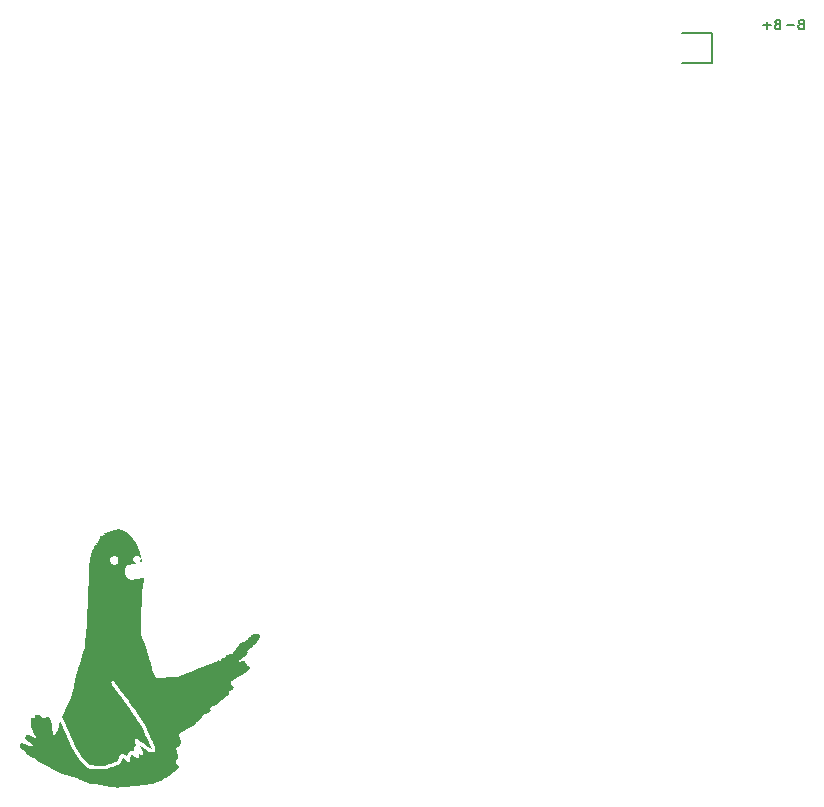
<source format=gbr>
%TF.GenerationSoftware,KiCad,Pcbnew,8.0.0*%
%TF.CreationDate,2024-06-08T15:13:20+02:00*%
%TF.ProjectId,goos-right,676f6f73-2d72-4696-9768-742e6b696361,rev?*%
%TF.SameCoordinates,Original*%
%TF.FileFunction,Legend,Bot*%
%TF.FilePolarity,Positive*%
%FSLAX46Y46*%
G04 Gerber Fmt 4.6, Leading zero omitted, Abs format (unit mm)*
G04 Created by KiCad (PCBNEW 8.0.0) date 2024-06-08 15:13:20*
%MOMM*%
%LPD*%
G01*
G04 APERTURE LIST*
%ADD10C,0.000000*%
%ADD11C,0.150000*%
G04 APERTURE END LIST*
D10*
G36*
X179472778Y-98081947D02*
G01*
X179470564Y-98080605D01*
X179464315Y-98077760D01*
X179455754Y-98074719D01*
X179445024Y-98071510D01*
X179432267Y-98068161D01*
X179417622Y-98064699D01*
X179383240Y-98057545D01*
X179343008Y-98050268D01*
X179298058Y-98043085D01*
X179249522Y-98036216D01*
X179198531Y-98029880D01*
X178897856Y-97994390D01*
X178699635Y-97968673D01*
X178626983Y-97957785D01*
X178565590Y-97947306D01*
X178510671Y-97936558D01*
X178457441Y-97924862D01*
X178427403Y-97917729D01*
X178397721Y-97910238D01*
X178369163Y-97902613D01*
X178342498Y-97895078D01*
X178318495Y-97887856D01*
X178297921Y-97881171D01*
X178281545Y-97875247D01*
X178270134Y-97870308D01*
X178265040Y-97868050D01*
X178258497Y-97865663D01*
X178250606Y-97863167D01*
X178241469Y-97860583D01*
X178219866Y-97855232D01*
X178194501Y-97849774D01*
X178166187Y-97844376D01*
X178135739Y-97839200D01*
X178103971Y-97834412D01*
X178071697Y-97830177D01*
X178039610Y-97825839D01*
X178008381Y-97820757D01*
X177978785Y-97815117D01*
X177951598Y-97809102D01*
X177927598Y-97802900D01*
X177907559Y-97796695D01*
X177899268Y-97793649D01*
X177892258Y-97790671D01*
X177886627Y-97787786D01*
X177882471Y-97785016D01*
X177880668Y-97783689D01*
X177878667Y-97782426D01*
X177874100Y-97780099D01*
X177868829Y-97778038D01*
X177862915Y-97776246D01*
X177856416Y-97774728D01*
X177849392Y-97773488D01*
X177841904Y-97772529D01*
X177834010Y-97771855D01*
X177825770Y-97771471D01*
X177817243Y-97771379D01*
X177808490Y-97771585D01*
X177799570Y-97772092D01*
X177790542Y-97772903D01*
X177781466Y-97774024D01*
X177772402Y-97775457D01*
X177763409Y-97777206D01*
X177731207Y-97783576D01*
X177698821Y-97788975D01*
X177666330Y-97793406D01*
X177633815Y-97796870D01*
X177601353Y-97799370D01*
X177569025Y-97800907D01*
X177536909Y-97801485D01*
X177505085Y-97801105D01*
X177473633Y-97799770D01*
X177442630Y-97797481D01*
X177412157Y-97794240D01*
X177382293Y-97790050D01*
X177353117Y-97784914D01*
X177324708Y-97778832D01*
X177297145Y-97771808D01*
X177270509Y-97763843D01*
X177241627Y-97754086D01*
X177214025Y-97743924D01*
X177188354Y-97733652D01*
X177165266Y-97723571D01*
X177145411Y-97713978D01*
X177136900Y-97709457D01*
X177129441Y-97705171D01*
X177123116Y-97701156D01*
X177118006Y-97697449D01*
X177114193Y-97694088D01*
X177111759Y-97691110D01*
X177110743Y-97689707D01*
X177109420Y-97688274D01*
X177107799Y-97686814D01*
X177105888Y-97685329D01*
X177101236Y-97682298D01*
X177095535Y-97679205D01*
X177088858Y-97676073D01*
X177081275Y-97672925D01*
X177072860Y-97669785D01*
X177063683Y-97666675D01*
X177053817Y-97663619D01*
X177043334Y-97660641D01*
X177032305Y-97657763D01*
X177020804Y-97655009D01*
X177008900Y-97652402D01*
X176996667Y-97649965D01*
X176984176Y-97647723D01*
X176971499Y-97645697D01*
X176956841Y-97643272D01*
X176942507Y-97640441D01*
X176928520Y-97637214D01*
X176914902Y-97633601D01*
X176901674Y-97629611D01*
X176888860Y-97625256D01*
X176876481Y-97620544D01*
X176864559Y-97615485D01*
X176853117Y-97610090D01*
X176842175Y-97604368D01*
X176831758Y-97598330D01*
X176821885Y-97591984D01*
X176812581Y-97585341D01*
X176803866Y-97578411D01*
X176795763Y-97571203D01*
X176788294Y-97563728D01*
X176781979Y-97557264D01*
X176775365Y-97550982D01*
X176768507Y-97544913D01*
X176761459Y-97539090D01*
X176754276Y-97533546D01*
X176747013Y-97528314D01*
X176739723Y-97523426D01*
X176732462Y-97518914D01*
X176725284Y-97514811D01*
X176718243Y-97511149D01*
X176711394Y-97507962D01*
X176704792Y-97505281D01*
X176698490Y-97503140D01*
X176692545Y-97501570D01*
X176687009Y-97500604D01*
X176681938Y-97500274D01*
X176677092Y-97500137D01*
X176672215Y-97499734D01*
X176667340Y-97499080D01*
X176662499Y-97498187D01*
X176657724Y-97497069D01*
X176653048Y-97495740D01*
X176648504Y-97494213D01*
X176644123Y-97492502D01*
X176639937Y-97490621D01*
X176635980Y-97488582D01*
X176632284Y-97486401D01*
X176628881Y-97484089D01*
X176625803Y-97481661D01*
X176623082Y-97479131D01*
X176620752Y-97476511D01*
X176618843Y-97473816D01*
X176617895Y-97472458D01*
X176616739Y-97471116D01*
X176615384Y-97469791D01*
X176613835Y-97468484D01*
X176612099Y-97467197D01*
X176610182Y-97465933D01*
X176605832Y-97463477D01*
X176600836Y-97461131D01*
X176595247Y-97458908D01*
X176589115Y-97456822D01*
X176582493Y-97454887D01*
X176575433Y-97453117D01*
X176567985Y-97451527D01*
X176560202Y-97450130D01*
X176552135Y-97448940D01*
X176543836Y-97447971D01*
X176535356Y-97447238D01*
X176526748Y-97446753D01*
X176518063Y-97446531D01*
X176499060Y-97445212D01*
X176478441Y-97441746D01*
X176456624Y-97436368D01*
X176434024Y-97429310D01*
X176411060Y-97420808D01*
X176388149Y-97411093D01*
X176365708Y-97400401D01*
X176344155Y-97388963D01*
X176323906Y-97377015D01*
X176305379Y-97364789D01*
X176288992Y-97352520D01*
X176275161Y-97340440D01*
X176264304Y-97328783D01*
X176260121Y-97323187D01*
X176256838Y-97317783D01*
X176254507Y-97312603D01*
X176253180Y-97307674D01*
X176252910Y-97303027D01*
X176253749Y-97298689D01*
X176254246Y-97297025D01*
X176254595Y-97295427D01*
X176254795Y-97293894D01*
X176254849Y-97292427D01*
X176254758Y-97291027D01*
X176254524Y-97289695D01*
X176254148Y-97288430D01*
X176253632Y-97287234D01*
X176252977Y-97286108D01*
X176252184Y-97285050D01*
X176251257Y-97284063D01*
X176250195Y-97283146D01*
X176249000Y-97282301D01*
X176247675Y-97281528D01*
X176246220Y-97280827D01*
X176244637Y-97280198D01*
X176242928Y-97279644D01*
X176241093Y-97279163D01*
X176239136Y-97278757D01*
X176237057Y-97278426D01*
X176234858Y-97278171D01*
X176232540Y-97277992D01*
X176230105Y-97277890D01*
X176227554Y-97277865D01*
X176224889Y-97277918D01*
X176222112Y-97278049D01*
X176219224Y-97278260D01*
X176216226Y-97278550D01*
X176213121Y-97278920D01*
X176209909Y-97279371D01*
X176206593Y-97279903D01*
X176203173Y-97280517D01*
X176190397Y-97281970D01*
X176175706Y-97281997D01*
X176159467Y-97280723D01*
X176142046Y-97278273D01*
X176123810Y-97274773D01*
X176105127Y-97270346D01*
X176086362Y-97265117D01*
X176067883Y-97259213D01*
X176050058Y-97252757D01*
X176033251Y-97245874D01*
X176017831Y-97238690D01*
X176004165Y-97231329D01*
X175992619Y-97223916D01*
X175983559Y-97216577D01*
X175980077Y-97212974D01*
X175977354Y-97209435D01*
X175975436Y-97205978D01*
X175974369Y-97202617D01*
X175973935Y-97200498D01*
X175973454Y-97198513D01*
X175972919Y-97196661D01*
X175972325Y-97194943D01*
X175971665Y-97193357D01*
X175970931Y-97191903D01*
X175970118Y-97190582D01*
X175969218Y-97189392D01*
X175968225Y-97188335D01*
X175967132Y-97187408D01*
X175965933Y-97186613D01*
X175964621Y-97185948D01*
X175963190Y-97185414D01*
X175961632Y-97185010D01*
X175959941Y-97184735D01*
X175958110Y-97184591D01*
X175956134Y-97184576D01*
X175954004Y-97184690D01*
X175951715Y-97184933D01*
X175949259Y-97185304D01*
X175946631Y-97185804D01*
X175943823Y-97186432D01*
X175940829Y-97187187D01*
X175937642Y-97188070D01*
X175934256Y-97189080D01*
X175930664Y-97190217D01*
X175926859Y-97191480D01*
X175922834Y-97192870D01*
X175914100Y-97196028D01*
X175904409Y-97199687D01*
X175900134Y-97201123D01*
X175895645Y-97202243D01*
X175890981Y-97203053D01*
X175886177Y-97203559D01*
X175881273Y-97203767D01*
X175876306Y-97203683D01*
X175871312Y-97203313D01*
X175866330Y-97202664D01*
X175861396Y-97201740D01*
X175856549Y-97200548D01*
X175851825Y-97199094D01*
X175847262Y-97197384D01*
X175842898Y-97195424D01*
X175838770Y-97193220D01*
X175834915Y-97190777D01*
X175831371Y-97188102D01*
X175827488Y-97185253D01*
X175822635Y-97182299D01*
X175816886Y-97179264D01*
X175810310Y-97176171D01*
X175802979Y-97173042D01*
X175794963Y-97169902D01*
X175786334Y-97166773D01*
X175777163Y-97163679D01*
X175767521Y-97160642D01*
X175757479Y-97157686D01*
X175747107Y-97154835D01*
X175736478Y-97152110D01*
X175725662Y-97149535D01*
X175714730Y-97147134D01*
X175703753Y-97144929D01*
X175692802Y-97142944D01*
X175646137Y-97134038D01*
X175597816Y-97123163D01*
X175549662Y-97110867D01*
X175503501Y-97097702D01*
X175461159Y-97084215D01*
X175424462Y-97070959D01*
X175408800Y-97064588D01*
X175395234Y-97058481D01*
X175383992Y-97052705D01*
X175375302Y-97047331D01*
X175372057Y-97045340D01*
X175367826Y-97043212D01*
X175362677Y-97040964D01*
X175356677Y-97038617D01*
X175349894Y-97036190D01*
X175342397Y-97033702D01*
X175325527Y-97028620D01*
X175306611Y-97023526D01*
X175286191Y-97018574D01*
X175264810Y-97013918D01*
X175243010Y-97009714D01*
X175221210Y-97005470D01*
X175199829Y-97000706D01*
X175179409Y-96995582D01*
X175160493Y-96990262D01*
X175143623Y-96984905D01*
X175129343Y-96979675D01*
X175123343Y-96977158D01*
X175118194Y-96974734D01*
X175113963Y-96972421D01*
X175110719Y-96970242D01*
X175107200Y-96967884D01*
X175102164Y-96965046D01*
X175095705Y-96961767D01*
X175087919Y-96958085D01*
X175068744Y-96949662D01*
X175045400Y-96940081D01*
X175018644Y-96929645D01*
X174989238Y-96918658D01*
X174957940Y-96907423D01*
X174925511Y-96896245D01*
X174773886Y-96843936D01*
X174714440Y-96822425D01*
X174665487Y-96803846D01*
X174626713Y-96788074D01*
X174597804Y-96774989D01*
X174578445Y-96764465D01*
X174572249Y-96760126D01*
X174568323Y-96756381D01*
X174566152Y-96754348D01*
X174562425Y-96751639D01*
X174557232Y-96748300D01*
X174550660Y-96744375D01*
X174533732Y-96734950D01*
X174512347Y-96723727D01*
X174487210Y-96711068D01*
X174459027Y-96697335D01*
X174428503Y-96682889D01*
X174396343Y-96668094D01*
X174295190Y-96621974D01*
X174214911Y-96584637D01*
X174152314Y-96554335D01*
X174104208Y-96529322D01*
X174067402Y-96507850D01*
X174052240Y-96497896D01*
X174038706Y-96488172D01*
X174014926Y-96468542D01*
X173992874Y-96447212D01*
X173986319Y-96440805D01*
X173978981Y-96434174D01*
X173970940Y-96427371D01*
X173962274Y-96420446D01*
X173953064Y-96413452D01*
X173943387Y-96406440D01*
X173933324Y-96399461D01*
X173922953Y-96392567D01*
X173912354Y-96385810D01*
X173901605Y-96379242D01*
X173890787Y-96372912D01*
X173879978Y-96366875D01*
X173869257Y-96361180D01*
X173858703Y-96355879D01*
X173848396Y-96351024D01*
X173838416Y-96346667D01*
X173827943Y-96342109D01*
X173818081Y-96337450D01*
X173808853Y-96332709D01*
X173800280Y-96327907D01*
X173792385Y-96323063D01*
X173785190Y-96318197D01*
X173778717Y-96313331D01*
X173772988Y-96308482D01*
X173768026Y-96303673D01*
X173763852Y-96298921D01*
X173760488Y-96294249D01*
X173757957Y-96289675D01*
X173757011Y-96287431D01*
X173756282Y-96285220D01*
X173755771Y-96283043D01*
X173755483Y-96280903D01*
X173755420Y-96278803D01*
X173755584Y-96276745D01*
X173755978Y-96274732D01*
X173756606Y-96272766D01*
X173757385Y-96270602D01*
X173758024Y-96268535D01*
X173758524Y-96266565D01*
X173758882Y-96264690D01*
X173759099Y-96262912D01*
X173759174Y-96261229D01*
X173759107Y-96259641D01*
X173758896Y-96258148D01*
X173758541Y-96256750D01*
X173758043Y-96255446D01*
X173757399Y-96254236D01*
X173756609Y-96253120D01*
X173755674Y-96252098D01*
X173754592Y-96251169D01*
X173753362Y-96250333D01*
X173751985Y-96249590D01*
X173750459Y-96248939D01*
X173748785Y-96248380D01*
X173746960Y-96247913D01*
X173744985Y-96247538D01*
X173742860Y-96247254D01*
X173740583Y-96247061D01*
X173738154Y-96246959D01*
X173735573Y-96246948D01*
X173732838Y-96247026D01*
X173729950Y-96247195D01*
X173726907Y-96247453D01*
X173723709Y-96247800D01*
X173720356Y-96248237D01*
X173716847Y-96248762D01*
X173709358Y-96250078D01*
X173702255Y-96251015D01*
X173694440Y-96251268D01*
X173685966Y-96250853D01*
X173676887Y-96249790D01*
X173667257Y-96248096D01*
X173657129Y-96245790D01*
X173646557Y-96242889D01*
X173635596Y-96239412D01*
X173624298Y-96235377D01*
X173612718Y-96230802D01*
X173600910Y-96225705D01*
X173588927Y-96220105D01*
X173576822Y-96214019D01*
X173564650Y-96207465D01*
X173552465Y-96200463D01*
X173540320Y-96193030D01*
X173517932Y-96179251D01*
X173495961Y-96166397D01*
X173474964Y-96154749D01*
X173455502Y-96144588D01*
X173438131Y-96136195D01*
X173423411Y-96129852D01*
X173417219Y-96127537D01*
X173411900Y-96125840D01*
X173407522Y-96124796D01*
X173404156Y-96124440D01*
X173400810Y-96124097D01*
X173396491Y-96123090D01*
X173391267Y-96121453D01*
X173385206Y-96119221D01*
X173378376Y-96116426D01*
X173370844Y-96113103D01*
X173362679Y-96109287D01*
X173353947Y-96105010D01*
X173344718Y-96100306D01*
X173335058Y-96095211D01*
X173314720Y-96083977D01*
X173293474Y-96071582D01*
X173271865Y-96058294D01*
X173250027Y-96045007D01*
X173228130Y-96032611D01*
X173206761Y-96021378D01*
X173186508Y-96011579D01*
X173167961Y-96003486D01*
X173159510Y-96000163D01*
X173151707Y-95997368D01*
X173144623Y-95995136D01*
X173138334Y-95993499D01*
X173132912Y-95992492D01*
X173128431Y-95992149D01*
X173124409Y-95992011D01*
X173120332Y-95991608D01*
X173116230Y-95990951D01*
X173112130Y-95990056D01*
X173108060Y-95988935D01*
X173104049Y-95987602D01*
X173100126Y-95986072D01*
X173096317Y-95984356D01*
X173092652Y-95982470D01*
X173089159Y-95980426D01*
X173085865Y-95978239D01*
X173082800Y-95975921D01*
X173079991Y-95973487D01*
X173077467Y-95970950D01*
X173075255Y-95968324D01*
X173073384Y-95965622D01*
X173072384Y-95964189D01*
X173071080Y-95962631D01*
X173067597Y-95959157D01*
X173063006Y-95955243D01*
X173057379Y-95950931D01*
X173050786Y-95946262D01*
X173043299Y-95941280D01*
X173034988Y-95936025D01*
X173025924Y-95930541D01*
X173016179Y-95924869D01*
X173005823Y-95919052D01*
X172994928Y-95913131D01*
X172983565Y-95907149D01*
X172971803Y-95901148D01*
X172959716Y-95895169D01*
X172947373Y-95889256D01*
X172934845Y-95883450D01*
X172910901Y-95872294D01*
X172888632Y-95861399D01*
X172868021Y-95850751D01*
X172849049Y-95840336D01*
X172831699Y-95830139D01*
X172815952Y-95820145D01*
X172801790Y-95810341D01*
X172789196Y-95800710D01*
X172778151Y-95791239D01*
X172768637Y-95781914D01*
X172760636Y-95772719D01*
X172754130Y-95763639D01*
X172749102Y-95754662D01*
X172745532Y-95745771D01*
X172743404Y-95736953D01*
X172742698Y-95728192D01*
X172742302Y-95723215D01*
X172741140Y-95717936D01*
X172739249Y-95712386D01*
X172736669Y-95706595D01*
X172733438Y-95700592D01*
X172729593Y-95694408D01*
X172725174Y-95688073D01*
X172720218Y-95681618D01*
X172708851Y-95668464D01*
X172695798Y-95655189D01*
X172681367Y-95642034D01*
X172665863Y-95629240D01*
X172649594Y-95617047D01*
X172632866Y-95605698D01*
X172615986Y-95595433D01*
X172599261Y-95586494D01*
X172591052Y-95582597D01*
X172582997Y-95579121D01*
X172575133Y-95576098D01*
X172567501Y-95573557D01*
X172560136Y-95571528D01*
X172553079Y-95570041D01*
X172546367Y-95569127D01*
X172540039Y-95568815D01*
X172533419Y-95568685D01*
X172526518Y-95568302D01*
X172519390Y-95567679D01*
X172512091Y-95566829D01*
X172504677Y-95565765D01*
X172497204Y-95564500D01*
X172489727Y-95563048D01*
X172482302Y-95561420D01*
X172474985Y-95559629D01*
X172467831Y-95557690D01*
X172460896Y-95555614D01*
X172454235Y-95553414D01*
X172447905Y-95551104D01*
X172441961Y-95548696D01*
X172436458Y-95546203D01*
X172431453Y-95543638D01*
X172420064Y-95537641D01*
X172405264Y-95530229D01*
X172387674Y-95521694D01*
X172367918Y-95512330D01*
X172324396Y-95492278D01*
X172290634Y-95477278D01*
X172446079Y-95477278D01*
X172446084Y-95477544D01*
X172446143Y-95477806D01*
X172446255Y-95478064D01*
X172446637Y-95478570D01*
X172447229Y-95479061D01*
X172448028Y-95479534D01*
X172449033Y-95479991D01*
X172450241Y-95480430D01*
X172451651Y-95480849D01*
X172453259Y-95481249D01*
X172455065Y-95481629D01*
X172457066Y-95481987D01*
X172459259Y-95482322D01*
X172464216Y-95482923D01*
X172469920Y-95483425D01*
X172476354Y-95483820D01*
X172483500Y-95484103D01*
X172491343Y-95484266D01*
X172499260Y-95484292D01*
X172506623Y-95484183D01*
X172513409Y-95483948D01*
X172519593Y-95483591D01*
X172525151Y-95483119D01*
X172530061Y-95482538D01*
X172534296Y-95481854D01*
X172537834Y-95481073D01*
X172540651Y-95480202D01*
X172542722Y-95479246D01*
X172543470Y-95478738D01*
X172544023Y-95478211D01*
X172544378Y-95477666D01*
X172544531Y-95477103D01*
X172544480Y-95476524D01*
X172544221Y-95475929D01*
X172543753Y-95475319D01*
X172543070Y-95474695D01*
X172541054Y-95473407D01*
X172538148Y-95472070D01*
X172538148Y-95472088D01*
X172534587Y-95470809D01*
X172530650Y-95469690D01*
X172526377Y-95468731D01*
X172521809Y-95467933D01*
X172516986Y-95467297D01*
X172511949Y-95466822D01*
X172506739Y-95466510D01*
X172501397Y-95466361D01*
X172495963Y-95466375D01*
X172490477Y-95466553D01*
X172484982Y-95466896D01*
X172479517Y-95467403D01*
X172474123Y-95468075D01*
X172468840Y-95468914D01*
X172463710Y-95469918D01*
X172458773Y-95471089D01*
X172456478Y-95471716D01*
X172454417Y-95472337D01*
X172452589Y-95472952D01*
X172450991Y-95473559D01*
X172449622Y-95474159D01*
X172448479Y-95474750D01*
X172447560Y-95475332D01*
X172446863Y-95475902D01*
X172446386Y-95476462D01*
X172446127Y-95477009D01*
X172446079Y-95477278D01*
X172290634Y-95477278D01*
X172279677Y-95472410D01*
X172245123Y-95455978D01*
X172208086Y-95435860D01*
X172169280Y-95412646D01*
X172129418Y-95386929D01*
X172089214Y-95359300D01*
X172049381Y-95330351D01*
X172010634Y-95300673D01*
X171973685Y-95270857D01*
X171939248Y-95241496D01*
X171908037Y-95213181D01*
X171880765Y-95186504D01*
X171858147Y-95162055D01*
X171840896Y-95140427D01*
X171829724Y-95122211D01*
X171826642Y-95114568D01*
X171825347Y-95107999D01*
X171825929Y-95102579D01*
X171828477Y-95098382D01*
X171828999Y-95097624D01*
X171829242Y-95096679D01*
X171829213Y-95095552D01*
X171828917Y-95094249D01*
X171828361Y-95092776D01*
X171827550Y-95091138D01*
X171826491Y-95089342D01*
X171825188Y-95087392D01*
X171823649Y-95085296D01*
X171821878Y-95083057D01*
X171817667Y-95078178D01*
X171812602Y-95072801D01*
X171806730Y-95066971D01*
X171800100Y-95060734D01*
X171792757Y-95054136D01*
X171784750Y-95047221D01*
X171776125Y-95040036D01*
X171766929Y-95032627D01*
X171757210Y-95025038D01*
X171747015Y-95017315D01*
X171736392Y-95009504D01*
X171715305Y-94993832D01*
X171695620Y-94978434D01*
X171677770Y-94963704D01*
X171662186Y-94950034D01*
X171649299Y-94937817D01*
X171644003Y-94932376D01*
X171639542Y-94927445D01*
X171635972Y-94923073D01*
X171633346Y-94919310D01*
X171631719Y-94916205D01*
X171631296Y-94914914D01*
X171631143Y-94913806D01*
X171630987Y-94912731D01*
X171630560Y-94911539D01*
X171629868Y-94910234D01*
X171628919Y-94908821D01*
X171627720Y-94907304D01*
X171626276Y-94905688D01*
X171624596Y-94903977D01*
X171622685Y-94902176D01*
X171618199Y-94898321D01*
X171612873Y-94894159D01*
X171606761Y-94889725D01*
X171599917Y-94885057D01*
X171592396Y-94880189D01*
X171584250Y-94875159D01*
X171575535Y-94870001D01*
X171566305Y-94864753D01*
X171556613Y-94859449D01*
X171546514Y-94854127D01*
X171536062Y-94848821D01*
X171525311Y-94843568D01*
X171514561Y-94838277D01*
X171504112Y-94832859D01*
X171494019Y-94827352D01*
X171484336Y-94821798D01*
X171475116Y-94816236D01*
X171466414Y-94810705D01*
X171458284Y-94805245D01*
X171450780Y-94799898D01*
X171443957Y-94794701D01*
X171437867Y-94789695D01*
X171432566Y-94784920D01*
X171428108Y-94780415D01*
X171424546Y-94776221D01*
X171421935Y-94772377D01*
X171420328Y-94768923D01*
X171419919Y-94767355D01*
X171419781Y-94765899D01*
X171419706Y-94764430D01*
X171419484Y-94762822D01*
X171418613Y-94759210D01*
X171417196Y-94755109D01*
X171415264Y-94750564D01*
X171412845Y-94745621D01*
X171409969Y-94740325D01*
X171406666Y-94734720D01*
X171402964Y-94728851D01*
X171398893Y-94722765D01*
X171394483Y-94716506D01*
X171389762Y-94710119D01*
X171384761Y-94703650D01*
X171379508Y-94697143D01*
X171374032Y-94690644D01*
X171368364Y-94684197D01*
X171362532Y-94677849D01*
X171353192Y-94667756D01*
X171345030Y-94658505D01*
X171338020Y-94649906D01*
X171334940Y-94645793D01*
X171332138Y-94641771D01*
X171329611Y-94637817D01*
X171327356Y-94633908D01*
X171325371Y-94630020D01*
X171323651Y-94626129D01*
X171322194Y-94622211D01*
X171320996Y-94618243D01*
X171320055Y-94614201D01*
X171319367Y-94610061D01*
X171318928Y-94605799D01*
X171318737Y-94601393D01*
X171318789Y-94596817D01*
X171319081Y-94592048D01*
X171319611Y-94587064D01*
X171320374Y-94581838D01*
X171321369Y-94576350D01*
X171322591Y-94570573D01*
X171325705Y-94558062D01*
X171329692Y-94544117D01*
X171334526Y-94528547D01*
X171340182Y-94511162D01*
X171350303Y-94481749D01*
X171360317Y-94455536D01*
X171370449Y-94432391D01*
X171375630Y-94421928D01*
X171380925Y-94412184D01*
X171386361Y-94403141D01*
X171391968Y-94394783D01*
X171397772Y-94387094D01*
X171403803Y-94380058D01*
X171410088Y-94373659D01*
X171416656Y-94367879D01*
X171423534Y-94362703D01*
X171430751Y-94358114D01*
X171438334Y-94354097D01*
X171446312Y-94350634D01*
X171454713Y-94347709D01*
X171463565Y-94345306D01*
X171472897Y-94343409D01*
X171482735Y-94342002D01*
X171493109Y-94341067D01*
X171504046Y-94340589D01*
X171515575Y-94340551D01*
X171527723Y-94340937D01*
X171553990Y-94342915D01*
X171583074Y-94346393D01*
X171615197Y-94351240D01*
X171631745Y-94354242D01*
X171649759Y-94358077D01*
X171689487Y-94368017D01*
X171732976Y-94380587D01*
X171778822Y-94395314D01*
X171825620Y-94411727D01*
X171871966Y-94429354D01*
X171916454Y-94447723D01*
X171957680Y-94466360D01*
X172052567Y-94510531D01*
X172132861Y-94545607D01*
X172168036Y-94559875D01*
X172200164Y-94572038D01*
X172229444Y-94582154D01*
X172256077Y-94590277D01*
X172280263Y-94596465D01*
X172302202Y-94600774D01*
X172322095Y-94603260D01*
X172340141Y-94603980D01*
X172356542Y-94602990D01*
X172371496Y-94600346D01*
X172385205Y-94596106D01*
X172397868Y-94590324D01*
X172405747Y-94585939D01*
X172412966Y-94581552D01*
X172419514Y-94577140D01*
X172425378Y-94572682D01*
X172430547Y-94568155D01*
X172435009Y-94563538D01*
X172438753Y-94558808D01*
X172441766Y-94553943D01*
X172442996Y-94551453D01*
X172444038Y-94548921D01*
X172444891Y-94546344D01*
X172445555Y-94543720D01*
X172446027Y-94541045D01*
X172446307Y-94538318D01*
X172446392Y-94535534D01*
X172446281Y-94532692D01*
X172445974Y-94529789D01*
X172445467Y-94526822D01*
X172443852Y-94520684D01*
X172441424Y-94514256D01*
X172438172Y-94507517D01*
X172434084Y-94500445D01*
X172429148Y-94493016D01*
X172423353Y-94485210D01*
X172416686Y-94477004D01*
X172409137Y-94468376D01*
X172400693Y-94459303D01*
X172391342Y-94449765D01*
X172381074Y-94439738D01*
X172369875Y-94429201D01*
X172357735Y-94418131D01*
X172344641Y-94406507D01*
X172330582Y-94394306D01*
X172299522Y-94368086D01*
X172264461Y-94339294D01*
X172133195Y-94231843D01*
X172024958Y-94141335D01*
X171938045Y-94066151D01*
X171870753Y-94004674D01*
X171843933Y-93978570D01*
X171821380Y-93955285D01*
X171802881Y-93934617D01*
X171788222Y-93916365D01*
X171777192Y-93900325D01*
X171769577Y-93886295D01*
X171765164Y-93874074D01*
X171763740Y-93863458D01*
X171763796Y-93861648D01*
X171763960Y-93859770D01*
X171764606Y-93855826D01*
X171765656Y-93851663D01*
X171767089Y-93847317D01*
X171768882Y-93842822D01*
X171771014Y-93838215D01*
X171773463Y-93833531D01*
X171776207Y-93828807D01*
X171779225Y-93824077D01*
X171782495Y-93819377D01*
X171785995Y-93814744D01*
X171789703Y-93810213D01*
X171793598Y-93805819D01*
X171797657Y-93801598D01*
X171801859Y-93797587D01*
X171806183Y-93793820D01*
X171810630Y-93789906D01*
X171815196Y-93785464D01*
X171819845Y-93780543D01*
X171824544Y-93775194D01*
X171829260Y-93769468D01*
X171833957Y-93763413D01*
X171838603Y-93757081D01*
X171843163Y-93750521D01*
X171847602Y-93743784D01*
X171851888Y-93736921D01*
X171855986Y-93729980D01*
X171859863Y-93723013D01*
X171863483Y-93716070D01*
X171866813Y-93709201D01*
X171869820Y-93702455D01*
X171872469Y-93695884D01*
X171876632Y-93685263D01*
X171878664Y-93680449D01*
X171880706Y-93675958D01*
X171882791Y-93671781D01*
X171884951Y-93667912D01*
X171887220Y-93664343D01*
X171889629Y-93661069D01*
X171892213Y-93658081D01*
X171895002Y-93655372D01*
X171898031Y-93652937D01*
X171901332Y-93650767D01*
X171904937Y-93648855D01*
X171908879Y-93647195D01*
X171913191Y-93645779D01*
X171917905Y-93644601D01*
X171923055Y-93643653D01*
X171928673Y-93642928D01*
X171934791Y-93642419D01*
X171941443Y-93642119D01*
X171948661Y-93642022D01*
X171956477Y-93642120D01*
X171964925Y-93642405D01*
X171974037Y-93642872D01*
X171994384Y-93644320D01*
X172017780Y-93646407D01*
X172044486Y-93649077D01*
X172074765Y-93652273D01*
X172105833Y-93656087D01*
X172136405Y-93660861D01*
X172166666Y-93666670D01*
X172196801Y-93673589D01*
X172226996Y-93681693D01*
X172257436Y-93691056D01*
X172288307Y-93701752D01*
X172319793Y-93713858D01*
X172352080Y-93727446D01*
X172385353Y-93742593D01*
X172419798Y-93759371D01*
X172455600Y-93777858D01*
X172492945Y-93798126D01*
X172532017Y-93820250D01*
X172573001Y-93844306D01*
X172616085Y-93870367D01*
X172626155Y-93876402D01*
X172635515Y-93881708D01*
X172644212Y-93886291D01*
X172652297Y-93890157D01*
X172659818Y-93893311D01*
X172666826Y-93895761D01*
X172673369Y-93897511D01*
X172679498Y-93898568D01*
X172682422Y-93898839D01*
X172685261Y-93898938D01*
X172688021Y-93898867D01*
X172690709Y-93898626D01*
X172693329Y-93898217D01*
X172695889Y-93897639D01*
X172698395Y-93896894D01*
X172700853Y-93895982D01*
X172703269Y-93894904D01*
X172705649Y-93893661D01*
X172710327Y-93890683D01*
X172714936Y-93887053D01*
X172719526Y-93882777D01*
X172721723Y-93880454D01*
X172723714Y-93878074D01*
X172725497Y-93875630D01*
X172727069Y-93873112D01*
X172728427Y-93870513D01*
X172729570Y-93867823D01*
X172730493Y-93865033D01*
X172731195Y-93862136D01*
X172731672Y-93859121D01*
X172731922Y-93855982D01*
X172731943Y-93852708D01*
X172731732Y-93849292D01*
X172731285Y-93845724D01*
X172730600Y-93841996D01*
X172729676Y-93838100D01*
X172728508Y-93834026D01*
X172727094Y-93829766D01*
X172725432Y-93825312D01*
X172723518Y-93820654D01*
X172721351Y-93815783D01*
X172718927Y-93810693D01*
X172716244Y-93805372D01*
X172713299Y-93799814D01*
X172710090Y-93794009D01*
X172702866Y-93781624D01*
X172694552Y-93768148D01*
X172685126Y-93753511D01*
X172674566Y-93737645D01*
X172610665Y-93641662D01*
X172586104Y-93603561D01*
X172565793Y-93570941D01*
X172549226Y-93542969D01*
X172535894Y-93518812D01*
X172525290Y-93497636D01*
X172516907Y-93478607D01*
X172513152Y-93469697D01*
X172508682Y-93459572D01*
X172503663Y-93448583D01*
X172498262Y-93437082D01*
X172492647Y-93425420D01*
X172486984Y-93413947D01*
X172481440Y-93403016D01*
X172476182Y-93392978D01*
X172473683Y-93388087D01*
X172471255Y-93382921D01*
X172468909Y-93377523D01*
X172466658Y-93371937D01*
X172464516Y-93366209D01*
X172462493Y-93360383D01*
X172460604Y-93354502D01*
X172458860Y-93348612D01*
X172457274Y-93342756D01*
X172455859Y-93336980D01*
X172454627Y-93331326D01*
X172453590Y-93325840D01*
X172452763Y-93320567D01*
X172452156Y-93315550D01*
X172451782Y-93310833D01*
X172451655Y-93306462D01*
X172451312Y-93301785D01*
X172450305Y-93296173D01*
X172448668Y-93289700D01*
X172446436Y-93282441D01*
X172443641Y-93274469D01*
X172440319Y-93265860D01*
X172436502Y-93256688D01*
X172432225Y-93247028D01*
X172427521Y-93236954D01*
X172422426Y-93226541D01*
X172416971Y-93215863D01*
X172411192Y-93204994D01*
X172405123Y-93194010D01*
X172398796Y-93182985D01*
X172392247Y-93171992D01*
X172385509Y-93161108D01*
X172372222Y-93139204D01*
X172359826Y-93117113D01*
X172348593Y-93095439D01*
X172338794Y-93074783D01*
X172330700Y-93055746D01*
X172327377Y-93047023D01*
X172324583Y-93038931D01*
X172322350Y-93031545D01*
X172320714Y-93024940D01*
X172319707Y-93019191D01*
X172319364Y-93014374D01*
X172319217Y-93009826D01*
X172318787Y-93004868D01*
X172318087Y-92999548D01*
X172317133Y-92993916D01*
X172315939Y-92988019D01*
X172314519Y-92981906D01*
X172312887Y-92975627D01*
X172311060Y-92969228D01*
X172309049Y-92962760D01*
X172306872Y-92956270D01*
X172304541Y-92949807D01*
X172302071Y-92943420D01*
X172299477Y-92937157D01*
X172296773Y-92931067D01*
X172293974Y-92925199D01*
X172291094Y-92919601D01*
X172288151Y-92912850D01*
X172285166Y-92903597D01*
X172282159Y-92892006D01*
X172279151Y-92878239D01*
X172276164Y-92862458D01*
X172273217Y-92844827D01*
X172267529Y-92804663D01*
X172262254Y-92759046D01*
X172257557Y-92709278D01*
X172253606Y-92656660D01*
X172250566Y-92602492D01*
X172247165Y-92521651D01*
X172245585Y-92457471D01*
X172245600Y-92430707D01*
X172246216Y-92407000D01*
X172247481Y-92385983D01*
X172249446Y-92367286D01*
X172252157Y-92350541D01*
X172255664Y-92335378D01*
X172260016Y-92321429D01*
X172265261Y-92308324D01*
X172271448Y-92295695D01*
X172278625Y-92283173D01*
X172286841Y-92270389D01*
X172296145Y-92256973D01*
X172305864Y-92243502D01*
X172314797Y-92231646D01*
X172323166Y-92221326D01*
X172327209Y-92216717D01*
X172331195Y-92212462D01*
X172335151Y-92208552D01*
X172339106Y-92204976D01*
X172343087Y-92201724D01*
X172347121Y-92198788D01*
X172351238Y-92196156D01*
X172355464Y-92193819D01*
X172359828Y-92191767D01*
X172364357Y-92189991D01*
X172369079Y-92188479D01*
X172374022Y-92187223D01*
X172379213Y-92186213D01*
X172384682Y-92185437D01*
X172390455Y-92184888D01*
X172396560Y-92184554D01*
X172403025Y-92184426D01*
X172409878Y-92184495D01*
X172424860Y-92185179D01*
X172441727Y-92186529D01*
X172460703Y-92188465D01*
X172482009Y-92190909D01*
X172506652Y-92193732D01*
X172528320Y-92195831D01*
X172547232Y-92196956D01*
X172555725Y-92197076D01*
X172563611Y-92196860D01*
X172570919Y-92196276D01*
X172577676Y-92195295D01*
X172583911Y-92193883D01*
X172589649Y-92192012D01*
X172594920Y-92189649D01*
X172599750Y-92186764D01*
X172604167Y-92183326D01*
X172608200Y-92179303D01*
X172611874Y-92174665D01*
X172615219Y-92169380D01*
X172618261Y-92163418D01*
X172621028Y-92156748D01*
X172623548Y-92149339D01*
X172625848Y-92141159D01*
X172627956Y-92132178D01*
X172629900Y-92122364D01*
X172633404Y-92100116D01*
X172636581Y-92074167D01*
X172639652Y-92044268D01*
X172642837Y-92010171D01*
X172644018Y-91998856D01*
X172645419Y-91988612D01*
X172647079Y-91979396D01*
X172649036Y-91971163D01*
X172651328Y-91963869D01*
X172652612Y-91960560D01*
X172653993Y-91957469D01*
X172655478Y-91954590D01*
X172657071Y-91951918D01*
X172658776Y-91949448D01*
X172660598Y-91947174D01*
X172662543Y-91945090D01*
X172664614Y-91943191D01*
X172666817Y-91941471D01*
X172669157Y-91939925D01*
X172671638Y-91938546D01*
X172674265Y-91937331D01*
X172677043Y-91936272D01*
X172679976Y-91935365D01*
X172683070Y-91934604D01*
X172686329Y-91933984D01*
X172693363Y-91933141D01*
X172701115Y-91932794D01*
X172709623Y-91932898D01*
X172715688Y-91932997D01*
X172721582Y-91932871D01*
X172727275Y-91932528D01*
X172732738Y-91931980D01*
X172737939Y-91931237D01*
X172742848Y-91930308D01*
X172747434Y-91929204D01*
X172751667Y-91927935D01*
X172755516Y-91926511D01*
X172758951Y-91924942D01*
X172761942Y-91923238D01*
X172764457Y-91921410D01*
X172766466Y-91919467D01*
X172767271Y-91918456D01*
X172767939Y-91917420D01*
X172768465Y-91916361D01*
X172768845Y-91915279D01*
X172769076Y-91914176D01*
X172769154Y-91913054D01*
X172769418Y-91909849D01*
X172770196Y-91906913D01*
X172771463Y-91904241D01*
X172773196Y-91901832D01*
X172775373Y-91899682D01*
X172777969Y-91897789D01*
X172780962Y-91896151D01*
X172784327Y-91894764D01*
X172788042Y-91893625D01*
X172792083Y-91892733D01*
X172796427Y-91892085D01*
X172801050Y-91891677D01*
X172805930Y-91891507D01*
X172811042Y-91891573D01*
X172816364Y-91891871D01*
X172821872Y-91892400D01*
X172827542Y-91893156D01*
X172833352Y-91894137D01*
X172839278Y-91895339D01*
X172845296Y-91896761D01*
X172851383Y-91898400D01*
X172857517Y-91900252D01*
X172863672Y-91902316D01*
X172869827Y-91904588D01*
X172875958Y-91907067D01*
X172882041Y-91909748D01*
X172888054Y-91912630D01*
X172893971Y-91915710D01*
X172899772Y-91918985D01*
X172905431Y-91922453D01*
X172910926Y-91926110D01*
X172916233Y-91929954D01*
X172921687Y-91933916D01*
X172927426Y-91937775D01*
X172933402Y-91941511D01*
X172939565Y-91945104D01*
X172945867Y-91948533D01*
X172952260Y-91951779D01*
X172958696Y-91954820D01*
X172965127Y-91957636D01*
X172971503Y-91960208D01*
X172977777Y-91962514D01*
X172983900Y-91964535D01*
X172989824Y-91966250D01*
X172995501Y-91967638D01*
X173000881Y-91968680D01*
X173005918Y-91969355D01*
X173010562Y-91969642D01*
X173012932Y-91969862D01*
X173015604Y-91970421D01*
X173018568Y-91971310D01*
X173021812Y-91972522D01*
X173029097Y-91975879D01*
X173037372Y-91980424D01*
X173046548Y-91986087D01*
X173056538Y-91992802D01*
X173067253Y-92000499D01*
X173078606Y-92009112D01*
X173090510Y-92018571D01*
X173102876Y-92028809D01*
X173115617Y-92039757D01*
X173128644Y-92051348D01*
X173141871Y-92063513D01*
X173155208Y-92076185D01*
X173168568Y-92089295D01*
X173181864Y-92102775D01*
X173208163Y-92129350D01*
X173233700Y-92154142D01*
X173257846Y-92176608D01*
X173279969Y-92196206D01*
X173299440Y-92212394D01*
X173307983Y-92219040D01*
X173315626Y-92224629D01*
X173322291Y-92229094D01*
X173327899Y-92232367D01*
X173332370Y-92234381D01*
X173335626Y-92235068D01*
X173337001Y-92235001D01*
X173338500Y-92234804D01*
X173341849Y-92234031D01*
X173345633Y-92232774D01*
X173349810Y-92231060D01*
X173354339Y-92228914D01*
X173359180Y-92226363D01*
X173364291Y-92223432D01*
X173369631Y-92220148D01*
X173375159Y-92216536D01*
X173380835Y-92212623D01*
X173386616Y-92208435D01*
X173392463Y-92203998D01*
X173398333Y-92199337D01*
X173404186Y-92194480D01*
X173409982Y-92189451D01*
X173415678Y-92184277D01*
X173424043Y-92177452D01*
X173433914Y-92171061D01*
X173445173Y-92165106D01*
X173457705Y-92159587D01*
X173486124Y-92149855D01*
X173518241Y-92141870D01*
X173553126Y-92135634D01*
X173589852Y-92131148D01*
X173627489Y-92128416D01*
X173665108Y-92127439D01*
X173701780Y-92128221D01*
X173736577Y-92130763D01*
X173768569Y-92135069D01*
X173796827Y-92141139D01*
X173820423Y-92148978D01*
X173830182Y-92153561D01*
X173838427Y-92158587D01*
X173845042Y-92164057D01*
X173849911Y-92169969D01*
X173852917Y-92176326D01*
X173853945Y-92183127D01*
X173853989Y-92184285D01*
X173854119Y-92185519D01*
X173854627Y-92188199D01*
X173855453Y-92191140D01*
X173856579Y-92194311D01*
X173857990Y-92197685D01*
X173859666Y-92201230D01*
X173861593Y-92204919D01*
X173863751Y-92208723D01*
X173866125Y-92212612D01*
X173868696Y-92216558D01*
X173871449Y-92220531D01*
X173874365Y-92224503D01*
X173877429Y-92228443D01*
X173880621Y-92232324D01*
X173883926Y-92236116D01*
X173887327Y-92239790D01*
X173899113Y-92253115D01*
X173910391Y-92267877D01*
X173921166Y-92284087D01*
X173931441Y-92301757D01*
X173941221Y-92320899D01*
X173950509Y-92341525D01*
X173959309Y-92363645D01*
X173967626Y-92387272D01*
X173975462Y-92412418D01*
X173982822Y-92439094D01*
X173989709Y-92467312D01*
X173996128Y-92497084D01*
X174002083Y-92528421D01*
X174007577Y-92561335D01*
X174012614Y-92595838D01*
X174017198Y-92631941D01*
X174058331Y-92959176D01*
X174098950Y-93243596D01*
X174118191Y-93364040D01*
X174136251Y-93466928D01*
X174152781Y-93549976D01*
X174167430Y-93610899D01*
X174169727Y-93618290D01*
X174172441Y-93625406D01*
X174175553Y-93632230D01*
X174179041Y-93638740D01*
X174182887Y-93644918D01*
X174187071Y-93650743D01*
X174191571Y-93656197D01*
X174196368Y-93661258D01*
X174201443Y-93665907D01*
X174206774Y-93670126D01*
X174212343Y-93673893D01*
X174218128Y-93677190D01*
X174224111Y-93679996D01*
X174230270Y-93682293D01*
X174233410Y-93683244D01*
X174236587Y-93684059D01*
X174239797Y-93684738D01*
X174243040Y-93685277D01*
X174247591Y-93685799D01*
X174252036Y-93686020D01*
X174256393Y-93685910D01*
X174260683Y-93685442D01*
X174264927Y-93684584D01*
X174269146Y-93683309D01*
X174273359Y-93681586D01*
X174277587Y-93679386D01*
X174281851Y-93676680D01*
X174286170Y-93673439D01*
X174290565Y-93669634D01*
X174295057Y-93665235D01*
X174299667Y-93660213D01*
X174304413Y-93654538D01*
X174309318Y-93648182D01*
X174314400Y-93641115D01*
X174319681Y-93633308D01*
X174325182Y-93624731D01*
X174330921Y-93615355D01*
X174336921Y-93605152D01*
X174343200Y-93594091D01*
X174349781Y-93582144D01*
X174363925Y-93555472D01*
X174379516Y-93524902D01*
X174396719Y-93490201D01*
X174415695Y-93451133D01*
X174436608Y-93407464D01*
X174541149Y-93186686D01*
X174573871Y-93114470D01*
X174596979Y-93058867D01*
X174605729Y-93035225D01*
X174613037Y-93013252D01*
X174619223Y-92992119D01*
X174624608Y-92970998D01*
X174634258Y-92925477D01*
X174644550Y-92870065D01*
X174657780Y-92802119D01*
X174674087Y-92724690D01*
X174691400Y-92647313D01*
X174707649Y-92579521D01*
X174744076Y-92434497D01*
X174781037Y-92559677D01*
X174788873Y-92584823D01*
X174796978Y-92608282D01*
X174805118Y-92629540D01*
X174813058Y-92648085D01*
X174816881Y-92656179D01*
X174820565Y-92663402D01*
X174824083Y-92669690D01*
X174827404Y-92674978D01*
X174830500Y-92679203D01*
X174833342Y-92682301D01*
X174835899Y-92684206D01*
X174837062Y-92684692D01*
X174838143Y-92684855D01*
X174841146Y-92685435D01*
X174844513Y-92687131D01*
X174848213Y-92689883D01*
X174852215Y-92693627D01*
X174861007Y-92703843D01*
X174870650Y-92717282D01*
X174880903Y-92733444D01*
X174891526Y-92751832D01*
X174902278Y-92771945D01*
X174912919Y-92793287D01*
X174923208Y-92815358D01*
X174932905Y-92837659D01*
X174941770Y-92859692D01*
X174949562Y-92880959D01*
X174956041Y-92900960D01*
X174960967Y-92919197D01*
X174964098Y-92935172D01*
X174964916Y-92942155D01*
X174965196Y-92948385D01*
X174965333Y-92953883D01*
X174965736Y-92959227D01*
X174966390Y-92964388D01*
X174967283Y-92969341D01*
X174968401Y-92974056D01*
X174969730Y-92978506D01*
X174971257Y-92982664D01*
X174972968Y-92986502D01*
X174974849Y-92989991D01*
X174976887Y-92993106D01*
X174979069Y-92995817D01*
X174981381Y-92998097D01*
X174982581Y-92999067D01*
X174983808Y-92999919D01*
X174985062Y-93000649D01*
X174986339Y-93001254D01*
X174987638Y-93001731D01*
X174988958Y-93002076D01*
X174990297Y-93002285D01*
X174991654Y-93002356D01*
X174993010Y-93002429D01*
X174994349Y-93002645D01*
X174995669Y-93003000D01*
X174996969Y-93003492D01*
X174998246Y-93004117D01*
X174999499Y-93004870D01*
X175000727Y-93005749D01*
X175001927Y-93006750D01*
X175003098Y-93007869D01*
X175004238Y-93009103D01*
X175005346Y-93010447D01*
X175006420Y-93011900D01*
X175007458Y-93013456D01*
X175008458Y-93015113D01*
X175009420Y-93016867D01*
X175010340Y-93018714D01*
X175011217Y-93020651D01*
X175012050Y-93022674D01*
X175012838Y-93024779D01*
X175013577Y-93026964D01*
X175014267Y-93029224D01*
X175014906Y-93031556D01*
X175015492Y-93033956D01*
X175016024Y-93036421D01*
X175016499Y-93038948D01*
X175016917Y-93041531D01*
X175017275Y-93044169D01*
X175017572Y-93046857D01*
X175017805Y-93049593D01*
X175017974Y-93052371D01*
X175018077Y-93055190D01*
X175018112Y-93058044D01*
X175019476Y-93072656D01*
X175023383Y-93090972D01*
X175029556Y-93112415D01*
X175037718Y-93136412D01*
X175047592Y-93162386D01*
X175058899Y-93189763D01*
X175071363Y-93217968D01*
X175084707Y-93246425D01*
X175098652Y-93274560D01*
X175112922Y-93301797D01*
X175127240Y-93327561D01*
X175141327Y-93351277D01*
X175154908Y-93372370D01*
X175167703Y-93390265D01*
X175179437Y-93404387D01*
X175189832Y-93414160D01*
X175191785Y-93415826D01*
X175193864Y-93417912D01*
X175198376Y-93423292D01*
X175203320Y-93430198D01*
X175208646Y-93438530D01*
X175214306Y-93448184D01*
X175220252Y-93459059D01*
X175226434Y-93471054D01*
X175232804Y-93484066D01*
X175239313Y-93497995D01*
X175245914Y-93512738D01*
X175252556Y-93528193D01*
X175259192Y-93544259D01*
X175265773Y-93560835D01*
X175272250Y-93577817D01*
X175278575Y-93595105D01*
X175284699Y-93612597D01*
X175297667Y-93649333D01*
X175312214Y-93688498D01*
X175327847Y-93728883D01*
X175344072Y-93769282D01*
X175360395Y-93808489D01*
X175376324Y-93845295D01*
X175391364Y-93878494D01*
X175405023Y-93906878D01*
X175418782Y-93935197D01*
X175434113Y-93968206D01*
X175450501Y-94004713D01*
X175467432Y-94043523D01*
X175484392Y-94083442D01*
X175500868Y-94123277D01*
X175516346Y-94161834D01*
X175530311Y-94197920D01*
X175544636Y-94234715D01*
X175561142Y-94275305D01*
X175579246Y-94318353D01*
X175598359Y-94362524D01*
X175617897Y-94406482D01*
X175637273Y-94448889D01*
X175655901Y-94488410D01*
X175673195Y-94523709D01*
X175707902Y-94593699D01*
X175743506Y-94666915D01*
X175775825Y-94734673D01*
X175800675Y-94788293D01*
X175811525Y-94811224D01*
X175824057Y-94835846D01*
X175837823Y-94861391D01*
X175852378Y-94887088D01*
X175867274Y-94912167D01*
X175882066Y-94935859D01*
X175896306Y-94957393D01*
X175909548Y-94975999D01*
X175921814Y-94992999D01*
X175933258Y-95009928D01*
X175943628Y-95026340D01*
X175952674Y-95041787D01*
X175960146Y-95055823D01*
X175963214Y-95062172D01*
X175965793Y-95068000D01*
X175967854Y-95073252D01*
X175969365Y-95077871D01*
X175970295Y-95081803D01*
X175970612Y-95084990D01*
X175970750Y-95086554D01*
X175971161Y-95088442D01*
X175972772Y-95093150D01*
X175975391Y-95099033D01*
X175978963Y-95106008D01*
X175983434Y-95113993D01*
X175988750Y-95122906D01*
X175994857Y-95132665D01*
X176001700Y-95143188D01*
X176009226Y-95154393D01*
X176017379Y-95166198D01*
X176035352Y-95191279D01*
X176055185Y-95217775D01*
X176076445Y-95245030D01*
X176097705Y-95272295D01*
X176117538Y-95298823D01*
X176135511Y-95323954D01*
X176151190Y-95347029D01*
X176164140Y-95367391D01*
X176173928Y-95384380D01*
X176177500Y-95391405D01*
X176180119Y-95397339D01*
X176181730Y-95402100D01*
X176182279Y-95405607D01*
X176184458Y-95417802D01*
X176190834Y-95433956D01*
X176215201Y-95477071D01*
X176253429Y-95532821D01*
X176303568Y-95599071D01*
X176363669Y-95673689D01*
X176431781Y-95754540D01*
X176584241Y-95926410D01*
X176745348Y-96097614D01*
X176824270Y-96177633D01*
X176899503Y-96251085D01*
X176969099Y-96315837D01*
X177031107Y-96369756D01*
X177083577Y-96410708D01*
X177124560Y-96436560D01*
X177141036Y-96444495D01*
X177158033Y-96451681D01*
X177176025Y-96458172D01*
X177195487Y-96464023D01*
X177216896Y-96469287D01*
X177240727Y-96474019D01*
X177267456Y-96478272D01*
X177297558Y-96482101D01*
X177331508Y-96485559D01*
X177369782Y-96488702D01*
X177412856Y-96491582D01*
X177461205Y-96494255D01*
X177515304Y-96496774D01*
X177575630Y-96499193D01*
X177716862Y-96503949D01*
X177919566Y-96511198D01*
X178109644Y-96519781D01*
X178265776Y-96528622D01*
X178366639Y-96536648D01*
X178392488Y-96539324D01*
X178416314Y-96541370D01*
X178438519Y-96542710D01*
X178459509Y-96543265D01*
X178479687Y-96542960D01*
X178499456Y-96541716D01*
X178519220Y-96539456D01*
X178539384Y-96536104D01*
X178560350Y-96531580D01*
X178582523Y-96525809D01*
X178606307Y-96518713D01*
X178632104Y-96510215D01*
X178660320Y-96500236D01*
X178691358Y-96488701D01*
X178763514Y-96460650D01*
X178813198Y-96441483D01*
X178863724Y-96422897D01*
X178913688Y-96405348D01*
X178961686Y-96389295D01*
X179006312Y-96375194D01*
X179046164Y-96363503D01*
X179079836Y-96354678D01*
X179105924Y-96349177D01*
X179117405Y-96347026D01*
X179129937Y-96344286D01*
X179157658Y-96337208D01*
X179188102Y-96328277D01*
X179220280Y-96317829D01*
X179253207Y-96306198D01*
X179285894Y-96293720D01*
X179317355Y-96280728D01*
X179346603Y-96267558D01*
X179374569Y-96254753D01*
X179402357Y-96242807D01*
X179429237Y-96231981D01*
X179446164Y-96225649D01*
X182081861Y-96225649D01*
X182082076Y-96229329D01*
X182082566Y-96233037D01*
X182083336Y-96236760D01*
X182084390Y-96240485D01*
X182085734Y-96244200D01*
X182087371Y-96247891D01*
X182089306Y-96251547D01*
X182091545Y-96255154D01*
X182094092Y-96258699D01*
X182096951Y-96262170D01*
X182100128Y-96265555D01*
X182102269Y-96267548D01*
X182104577Y-96269419D01*
X182107040Y-96271167D01*
X182109646Y-96272791D01*
X182112385Y-96274293D01*
X182115244Y-96275670D01*
X182118214Y-96276924D01*
X182121282Y-96278053D01*
X182127670Y-96279939D01*
X182134317Y-96281326D01*
X182141135Y-96282212D01*
X182148032Y-96282596D01*
X182154920Y-96282476D01*
X182161709Y-96281850D01*
X182168308Y-96280717D01*
X182174628Y-96279074D01*
X182177655Y-96278061D01*
X182180579Y-96276920D01*
X182183388Y-96275651D01*
X182186071Y-96274253D01*
X182188617Y-96272727D01*
X182191014Y-96271072D01*
X182193252Y-96269288D01*
X182195319Y-96267375D01*
X182195319Y-96267378D01*
X182197887Y-96264514D01*
X182200047Y-96261487D01*
X182201809Y-96258312D01*
X182203187Y-96255008D01*
X182204191Y-96251589D01*
X182204832Y-96248074D01*
X182205124Y-96244478D01*
X182205076Y-96240819D01*
X182204702Y-96237113D01*
X182204012Y-96233377D01*
X182203018Y-96229628D01*
X182201732Y-96225882D01*
X182200166Y-96222156D01*
X182198330Y-96218466D01*
X182196237Y-96214830D01*
X182193899Y-96211264D01*
X182191327Y-96207784D01*
X182188532Y-96204409D01*
X182185526Y-96201153D01*
X182182322Y-96198034D01*
X182178930Y-96195069D01*
X182175362Y-96192274D01*
X182171630Y-96189666D01*
X182167746Y-96187261D01*
X182163720Y-96185077D01*
X182159565Y-96183130D01*
X182155293Y-96181437D01*
X182150915Y-96180014D01*
X182146442Y-96178878D01*
X182141887Y-96178046D01*
X182137260Y-96177534D01*
X182132575Y-96177360D01*
X182128097Y-96177512D01*
X182123796Y-96177960D01*
X182119677Y-96178690D01*
X182115743Y-96179690D01*
X182112000Y-96180948D01*
X182108452Y-96182450D01*
X182105104Y-96184183D01*
X182101961Y-96186136D01*
X182099027Y-96188295D01*
X182096308Y-96190647D01*
X182093807Y-96193180D01*
X182091529Y-96195882D01*
X182089480Y-96198738D01*
X182087663Y-96201737D01*
X182086084Y-96204866D01*
X182084748Y-96208111D01*
X182083658Y-96211461D01*
X182082820Y-96214903D01*
X182082238Y-96218423D01*
X182081917Y-96222009D01*
X182081861Y-96225649D01*
X179446164Y-96225649D01*
X179454480Y-96222538D01*
X179477356Y-96214738D01*
X179497136Y-96208843D01*
X179505637Y-96206691D01*
X179513090Y-96205114D01*
X179519404Y-96204144D01*
X179524488Y-96203813D01*
X179529502Y-96203507D01*
X179535609Y-96202611D01*
X179542726Y-96201153D01*
X179550769Y-96199164D01*
X179559652Y-96196675D01*
X179569292Y-96193716D01*
X179579605Y-96190317D01*
X179590506Y-96186507D01*
X179613737Y-96177780D01*
X179638310Y-96167775D01*
X179663552Y-96156735D01*
X179688789Y-96144900D01*
X179701239Y-96138562D01*
X179713496Y-96131738D01*
X179725562Y-96124423D01*
X179737440Y-96116614D01*
X179749133Y-96108308D01*
X179760642Y-96099499D01*
X179771972Y-96090186D01*
X179783124Y-96080363D01*
X179794101Y-96070026D01*
X179804905Y-96059173D01*
X179815540Y-96047799D01*
X179826007Y-96035901D01*
X179846450Y-96010515D01*
X179866255Y-95982986D01*
X179885443Y-95953281D01*
X179904035Y-95921372D01*
X179922051Y-95887227D01*
X179939513Y-95850817D01*
X179956440Y-95812109D01*
X179972855Y-95771075D01*
X179988777Y-95727683D01*
X180004228Y-95681903D01*
X180019025Y-95636788D01*
X180025287Y-95618659D01*
X180030994Y-95603297D01*
X180036298Y-95590565D01*
X180041352Y-95580325D01*
X180043833Y-95576096D01*
X180046308Y-95572439D01*
X180048797Y-95569336D01*
X180051318Y-95566769D01*
X180053891Y-95564723D01*
X180056534Y-95563178D01*
X180059267Y-95562119D01*
X180062109Y-95561528D01*
X180065079Y-95561387D01*
X180068195Y-95561680D01*
X180071477Y-95562389D01*
X180074944Y-95563497D01*
X180082508Y-95566840D01*
X180091040Y-95571573D01*
X180111617Y-95584654D01*
X180118361Y-95589314D01*
X180125637Y-95594789D01*
X180133377Y-95601010D01*
X180141512Y-95607909D01*
X180149974Y-95615416D01*
X180158694Y-95623464D01*
X180167604Y-95631983D01*
X180176636Y-95640906D01*
X180185722Y-95650162D01*
X180194792Y-95659685D01*
X180203778Y-95669404D01*
X180212612Y-95679252D01*
X180221226Y-95689160D01*
X180229551Y-95699058D01*
X180237518Y-95708879D01*
X180245060Y-95718554D01*
X180261096Y-95738604D01*
X180278095Y-95758025D01*
X180295917Y-95776725D01*
X180314424Y-95794614D01*
X180333476Y-95811601D01*
X180352936Y-95827592D01*
X180372665Y-95842498D01*
X180392523Y-95856225D01*
X180412372Y-95868684D01*
X180432072Y-95879782D01*
X180451487Y-95889428D01*
X180470475Y-95897530D01*
X180488900Y-95903997D01*
X180506621Y-95908737D01*
X180523501Y-95911659D01*
X180531582Y-95912409D01*
X180539400Y-95912671D01*
X180548639Y-95912486D01*
X180557530Y-95911890D01*
X180566076Y-95910877D01*
X180574281Y-95909441D01*
X180582149Y-95907575D01*
X180589683Y-95905273D01*
X180596887Y-95902530D01*
X180603764Y-95899339D01*
X180610318Y-95895694D01*
X180616553Y-95891589D01*
X180622472Y-95887018D01*
X180628079Y-95881975D01*
X180633377Y-95876452D01*
X180638370Y-95870446D01*
X180643062Y-95863948D01*
X180647456Y-95856954D01*
X180651555Y-95849456D01*
X180655364Y-95841450D01*
X180658886Y-95832928D01*
X180662125Y-95823885D01*
X180665084Y-95814314D01*
X180667767Y-95804210D01*
X180670177Y-95793566D01*
X180672318Y-95782376D01*
X180674194Y-95770634D01*
X180675808Y-95758333D01*
X180677164Y-95745469D01*
X180678265Y-95732034D01*
X180679718Y-95703428D01*
X180680196Y-95672467D01*
X180681155Y-95639546D01*
X180683934Y-95605875D01*
X180688380Y-95571850D01*
X180694346Y-95537866D01*
X180701679Y-95504323D01*
X180710230Y-95471615D01*
X180719849Y-95440139D01*
X180730386Y-95410292D01*
X180741689Y-95382472D01*
X180753610Y-95357073D01*
X180765997Y-95334494D01*
X180778701Y-95315131D01*
X180791572Y-95299380D01*
X180804458Y-95287639D01*
X180810860Y-95283395D01*
X180817210Y-95280303D01*
X180823489Y-95278411D01*
X180829678Y-95277769D01*
X180831856Y-95277994D01*
X180834480Y-95278661D01*
X180841013Y-95281279D01*
X180849161Y-95285535D01*
X180858812Y-95291340D01*
X180869852Y-95298605D01*
X180882169Y-95307244D01*
X180895649Y-95317168D01*
X180910179Y-95328288D01*
X180925645Y-95340517D01*
X180941934Y-95353766D01*
X180958933Y-95367947D01*
X180976529Y-95382972D01*
X180994608Y-95398753D01*
X181013057Y-95415201D01*
X181031763Y-95432229D01*
X181050613Y-95449748D01*
X181084233Y-95480757D01*
X181115700Y-95508553D01*
X181145178Y-95533201D01*
X181172825Y-95554763D01*
X181198805Y-95573304D01*
X181223278Y-95588887D01*
X181246405Y-95601576D01*
X181268348Y-95611436D01*
X181278926Y-95615324D01*
X181289268Y-95618529D01*
X181299395Y-95621058D01*
X181309327Y-95622920D01*
X181319083Y-95624122D01*
X181328685Y-95624672D01*
X181338151Y-95624579D01*
X181347504Y-95623850D01*
X181356761Y-95622493D01*
X181365945Y-95620516D01*
X181375074Y-95617927D01*
X181384169Y-95614735D01*
X181402338Y-95606570D01*
X181420613Y-95596086D01*
X181425360Y-95592581D01*
X181429765Y-95588308D01*
X181433832Y-95583303D01*
X181437560Y-95577603D01*
X181440952Y-95571242D01*
X181444007Y-95564258D01*
X181446729Y-95556686D01*
X181449117Y-95548561D01*
X181451174Y-95539921D01*
X181452899Y-95530801D01*
X181455364Y-95511264D01*
X181456521Y-95490238D01*
X181456380Y-95468011D01*
X181454952Y-95444872D01*
X181452245Y-95421107D01*
X181448271Y-95397005D01*
X181443039Y-95372853D01*
X181436559Y-95348940D01*
X181428841Y-95325552D01*
X181419895Y-95302977D01*
X181414965Y-95292085D01*
X181409731Y-95281505D01*
X181395244Y-95253298D01*
X181389594Y-95241972D01*
X181385024Y-95232389D01*
X181381548Y-95224470D01*
X181379180Y-95218133D01*
X181378416Y-95215533D01*
X181377933Y-95213297D01*
X181377735Y-95211417D01*
X181377822Y-95209882D01*
X181378196Y-95208682D01*
X181378859Y-95207806D01*
X181379812Y-95207246D01*
X181381058Y-95206990D01*
X181382598Y-95207028D01*
X181384433Y-95207351D01*
X181388998Y-95208809D01*
X181394766Y-95211283D01*
X181401751Y-95214692D01*
X181419425Y-95223994D01*
X181424979Y-95227074D01*
X181430377Y-95230277D01*
X181435591Y-95233578D01*
X181440594Y-95236952D01*
X181445358Y-95240373D01*
X181449853Y-95243815D01*
X181454054Y-95247253D01*
X181457931Y-95250661D01*
X181461456Y-95254015D01*
X181464602Y-95257288D01*
X181467341Y-95260454D01*
X181469644Y-95263489D01*
X181471485Y-95266367D01*
X181472834Y-95269061D01*
X181473664Y-95271548D01*
X181473875Y-95272705D01*
X181473947Y-95273800D01*
X181474069Y-95274916D01*
X181474434Y-95276134D01*
X181475034Y-95277450D01*
X181475864Y-95278858D01*
X181476918Y-95280357D01*
X181478189Y-95281940D01*
X181479671Y-95283604D01*
X181481360Y-95285345D01*
X181485329Y-95289040D01*
X181490048Y-95292991D01*
X181495469Y-95297165D01*
X181501543Y-95301529D01*
X181508224Y-95306048D01*
X181515461Y-95310690D01*
X181523208Y-95315420D01*
X181531416Y-95320206D01*
X181540036Y-95325013D01*
X181549021Y-95329808D01*
X181558323Y-95334558D01*
X181567893Y-95339229D01*
X181580411Y-95345036D01*
X181592270Y-95350197D01*
X181603511Y-95354716D01*
X181614175Y-95358599D01*
X181624300Y-95361850D01*
X181633927Y-95364475D01*
X181643097Y-95366479D01*
X181651848Y-95367866D01*
X181660222Y-95368642D01*
X181668258Y-95368812D01*
X181675996Y-95368381D01*
X181683477Y-95367354D01*
X181690740Y-95365735D01*
X181697825Y-95363531D01*
X181704772Y-95360746D01*
X181711622Y-95357385D01*
X181722397Y-95351088D01*
X181732332Y-95344169D01*
X181741424Y-95336615D01*
X181749671Y-95328410D01*
X181757071Y-95319541D01*
X181763623Y-95309993D01*
X181769323Y-95299753D01*
X181774171Y-95288804D01*
X181778163Y-95277134D01*
X181781298Y-95264727D01*
X181783575Y-95251570D01*
X181784990Y-95237648D01*
X181785542Y-95222947D01*
X181785229Y-95207451D01*
X181784048Y-95191148D01*
X181781999Y-95174023D01*
X181779078Y-95156061D01*
X181775284Y-95137247D01*
X181770614Y-95117568D01*
X181765068Y-95097010D01*
X181758641Y-95075557D01*
X181751334Y-95053195D01*
X181743142Y-95029911D01*
X181734066Y-95005690D01*
X181713248Y-94954377D01*
X181688863Y-94899143D01*
X181660896Y-94839873D01*
X181629330Y-94776452D01*
X181580366Y-94678934D01*
X181541143Y-94598200D01*
X181526429Y-94566750D01*
X181515646Y-94542644D01*
X181509291Y-94526930D01*
X181507930Y-94522549D01*
X181507862Y-94520659D01*
X181508299Y-94520461D01*
X181509004Y-94520464D01*
X181509971Y-94520664D01*
X181511191Y-94521056D01*
X181514366Y-94522398D01*
X181518471Y-94524454D01*
X181523450Y-94527187D01*
X181529245Y-94530562D01*
X181535799Y-94534541D01*
X181543054Y-94539089D01*
X181559442Y-94549744D01*
X181577949Y-94562237D01*
X181598118Y-94576277D01*
X181619492Y-94591572D01*
X181641557Y-94607371D01*
X181663707Y-94622851D01*
X181685346Y-94637622D01*
X181705877Y-94651291D01*
X181724704Y-94663466D01*
X181741229Y-94673757D01*
X181754856Y-94681770D01*
X181764988Y-94687114D01*
X181769934Y-94689672D01*
X181776511Y-94693419D01*
X181794126Y-94704187D01*
X181816956Y-94718831D01*
X181844125Y-94736768D01*
X181874755Y-94757412D01*
X181907972Y-94780178D01*
X181942898Y-94804481D01*
X181978658Y-94829736D01*
X182018272Y-94857254D01*
X182059247Y-94884448D01*
X182143689Y-94937065D01*
X182228801Y-94985984D01*
X182311402Y-95029603D01*
X182388308Y-95066318D01*
X182423632Y-95081586D01*
X182456339Y-95094528D01*
X182486031Y-95104942D01*
X182512311Y-95112629D01*
X182534781Y-95117388D01*
X182553044Y-95119018D01*
X182568709Y-95118258D01*
X182585207Y-95116054D01*
X182602318Y-95112523D01*
X182619821Y-95107781D01*
X182637497Y-95101945D01*
X182655125Y-95095131D01*
X182672486Y-95087454D01*
X182689360Y-95079032D01*
X182705527Y-95069981D01*
X182720767Y-95060417D01*
X182734861Y-95050456D01*
X182747587Y-95040214D01*
X182758727Y-95029809D01*
X182768060Y-95019355D01*
X182771981Y-95014147D01*
X182775367Y-95008970D01*
X182778192Y-95003840D01*
X182780428Y-94998770D01*
X182784856Y-94984115D01*
X182788551Y-94965551D01*
X182791528Y-94943664D01*
X182793800Y-94919038D01*
X182795382Y-94892257D01*
X182796288Y-94863905D01*
X182796129Y-94804827D01*
X182795092Y-94775269D01*
X182793436Y-94746479D01*
X182791175Y-94719039D01*
X182788323Y-94693536D01*
X182784894Y-94670552D01*
X182780903Y-94650673D01*
X182776364Y-94634482D01*
X182771291Y-94622564D01*
X182764466Y-94609153D01*
X182754838Y-94588557D01*
X182742850Y-94561804D01*
X182728945Y-94529924D01*
X182697164Y-94454897D01*
X182663046Y-94371708D01*
X182645274Y-94328788D01*
X182626439Y-94285349D01*
X182607117Y-94242584D01*
X182587880Y-94201689D01*
X182569302Y-94163855D01*
X182551956Y-94130278D01*
X182536415Y-94102151D01*
X182523254Y-94080667D01*
X182501553Y-94047322D01*
X182491630Y-94031462D01*
X182482096Y-94015688D01*
X182472780Y-93999663D01*
X182463509Y-93983045D01*
X182454110Y-93965494D01*
X182444413Y-93946671D01*
X182434244Y-93926236D01*
X182423433Y-93903848D01*
X182399191Y-93851855D01*
X182370312Y-93787972D01*
X182335420Y-93709479D01*
X182251214Y-93516259D01*
X182182917Y-93352746D01*
X182153601Y-93279338D01*
X182126903Y-93210007D01*
X182102370Y-93143636D01*
X182079547Y-93079109D01*
X182066446Y-93042658D01*
X182051632Y-93003954D01*
X182035617Y-92964182D01*
X182018909Y-92924523D01*
X182002018Y-92886160D01*
X181985453Y-92850278D01*
X181969724Y-92818058D01*
X181955340Y-92790684D01*
X181924908Y-92738247D01*
X181885212Y-92673763D01*
X181839897Y-92602716D01*
X181792603Y-92530587D01*
X181746974Y-92462858D01*
X181706652Y-92405011D01*
X181675278Y-92362529D01*
X181664085Y-92348762D01*
X181656495Y-92340892D01*
X181654523Y-92338995D01*
X181651911Y-92336073D01*
X181648703Y-92332189D01*
X181644943Y-92327403D01*
X181635936Y-92315369D01*
X181625235Y-92300459D01*
X181613184Y-92283162D01*
X181600130Y-92263966D01*
X181586416Y-92243359D01*
X181572389Y-92221829D01*
X181443714Y-92028648D01*
X181253379Y-91749240D01*
X181056987Y-91464695D01*
X180910147Y-91256100D01*
X180848388Y-91169061D01*
X180771898Y-91059205D01*
X180690405Y-90940601D01*
X180613639Y-90827319D01*
X180536249Y-90714467D01*
X180453056Y-90597034D01*
X180374051Y-90488910D01*
X180339239Y-90442680D01*
X180309220Y-90403987D01*
X180184379Y-90247341D01*
X180059165Y-90091828D01*
X179951579Y-89959689D01*
X179879621Y-89873164D01*
X179845753Y-89828662D01*
X179788625Y-89748658D01*
X179634900Y-89526517D01*
X179479075Y-89295499D01*
X179419323Y-89204398D01*
X179381781Y-89144362D01*
X179376217Y-89135358D01*
X179370416Y-89126943D01*
X179364359Y-89119106D01*
X179358029Y-89111837D01*
X179354756Y-89108412D01*
X179351408Y-89105125D01*
X179347983Y-89101973D01*
X179344479Y-89098957D01*
X179340894Y-89096075D01*
X179337225Y-89093324D01*
X179333470Y-89090705D01*
X179329627Y-89088215D01*
X179325694Y-89085853D01*
X179321668Y-89083618D01*
X179317548Y-89081508D01*
X179313331Y-89079522D01*
X179309015Y-89077659D01*
X179304598Y-89075918D01*
X179295451Y-89072792D01*
X179285873Y-89070136D01*
X179275846Y-89067937D01*
X179265353Y-89066185D01*
X179254376Y-89064868D01*
X179237830Y-89063668D01*
X179222096Y-89063381D01*
X179207181Y-89063986D01*
X179193092Y-89065462D01*
X179179835Y-89067787D01*
X179167417Y-89070939D01*
X179155844Y-89074897D01*
X179145122Y-89079639D01*
X179135259Y-89085145D01*
X179126261Y-89091391D01*
X179118134Y-89098358D01*
X179110886Y-89106023D01*
X179104521Y-89114365D01*
X179099048Y-89123362D01*
X179094473Y-89132993D01*
X179090802Y-89143236D01*
X179088042Y-89154070D01*
X179086199Y-89165474D01*
X179085281Y-89177425D01*
X179085292Y-89189902D01*
X179086241Y-89202885D01*
X179088134Y-89216350D01*
X179090977Y-89230277D01*
X179094776Y-89244645D01*
X179099539Y-89259431D01*
X179105272Y-89274614D01*
X179111981Y-89290173D01*
X179119673Y-89306086D01*
X179128355Y-89322332D01*
X179138033Y-89338889D01*
X179148714Y-89355735D01*
X179160404Y-89372850D01*
X179267390Y-89526326D01*
X179401656Y-89721516D01*
X179454010Y-89797175D01*
X179506745Y-89871528D01*
X179559507Y-89944105D01*
X179611941Y-90014436D01*
X179663693Y-90082052D01*
X179714407Y-90146483D01*
X179763729Y-90207260D01*
X179811305Y-90263913D01*
X179886412Y-90354788D01*
X179974364Y-90466677D01*
X180073525Y-90597341D01*
X180182258Y-90744538D01*
X180298928Y-90906027D01*
X180421899Y-91079569D01*
X180549534Y-91262921D01*
X180680197Y-91453845D01*
X180749114Y-91554797D01*
X180809627Y-91642334D01*
X180855202Y-91707077D01*
X180879307Y-91739650D01*
X180908384Y-91777789D01*
X180950301Y-91837020D01*
X180999905Y-91909547D01*
X181052045Y-91987579D01*
X181101567Y-92063320D01*
X181143320Y-92128977D01*
X181172150Y-92176757D01*
X181180109Y-92191508D01*
X181182905Y-92198866D01*
X181182958Y-92199870D01*
X181183115Y-92200970D01*
X181183730Y-92203443D01*
X181184731Y-92206251D01*
X181186095Y-92209365D01*
X181187804Y-92212754D01*
X181189835Y-92216387D01*
X181192168Y-92220232D01*
X181194783Y-92224259D01*
X181197658Y-92228437D01*
X181200773Y-92232734D01*
X181204107Y-92237120D01*
X181207639Y-92241564D01*
X181211350Y-92246034D01*
X181215217Y-92250501D01*
X181219220Y-92254932D01*
X181223339Y-92259297D01*
X181234746Y-92272252D01*
X181250704Y-92292039D01*
X181293826Y-92348654D01*
X181347802Y-92422230D01*
X181407726Y-92505856D01*
X181468696Y-92592619D01*
X181525807Y-92675609D01*
X181574156Y-92747913D01*
X181608837Y-92802620D01*
X181641016Y-92858654D01*
X181674056Y-92920783D01*
X181706976Y-92986852D01*
X181738795Y-93054703D01*
X181768532Y-93122181D01*
X181795207Y-93187129D01*
X181817838Y-93247391D01*
X181835445Y-93300810D01*
X181844862Y-93330116D01*
X181857134Y-93364992D01*
X181871742Y-93404137D01*
X181888169Y-93446248D01*
X181905897Y-93490024D01*
X181924407Y-93534160D01*
X181943183Y-93577357D01*
X181961705Y-93618310D01*
X182074820Y-93860055D01*
X182176157Y-94071411D01*
X182256265Y-94232956D01*
X182285406Y-94288979D01*
X182305696Y-94325267D01*
X182330141Y-94368334D01*
X182357197Y-94420354D01*
X182385347Y-94477972D01*
X182413079Y-94537833D01*
X182438878Y-94596581D01*
X182461229Y-94650862D01*
X182478619Y-94697320D01*
X182484980Y-94716567D01*
X182489533Y-94732600D01*
X182506479Y-94800119D01*
X182406931Y-94742291D01*
X182318297Y-94687921D01*
X182197058Y-94609637D01*
X181904096Y-94413556D01*
X181622691Y-94218501D01*
X181515899Y-94141499D01*
X181447488Y-94088923D01*
X181412982Y-94060449D01*
X181381801Y-94035312D01*
X181353657Y-94013408D01*
X181328263Y-93994634D01*
X181305332Y-93978886D01*
X181284574Y-93966060D01*
X181265704Y-93956054D01*
X181256886Y-93952075D01*
X181248432Y-93948763D01*
X181240306Y-93946103D01*
X181232471Y-93944083D01*
X181224893Y-93942690D01*
X181217534Y-93941912D01*
X181210360Y-93941734D01*
X181203333Y-93942144D01*
X181196419Y-93943130D01*
X181189581Y-93944678D01*
X181182783Y-93946775D01*
X181175989Y-93949409D01*
X181162269Y-93956233D01*
X181148135Y-93965047D01*
X181133299Y-93975747D01*
X181122580Y-93984112D01*
X181113030Y-93992115D01*
X181108675Y-93996031D01*
X181104592Y-93999916D01*
X181100773Y-94003792D01*
X181097211Y-94007677D01*
X181093900Y-94011592D01*
X181090831Y-94015558D01*
X181088000Y-94019593D01*
X181085397Y-94023719D01*
X181083017Y-94027955D01*
X181080853Y-94032321D01*
X181078897Y-94036838D01*
X181077143Y-94041525D01*
X181075584Y-94046403D01*
X181074212Y-94051491D01*
X181073021Y-94056810D01*
X181072004Y-94062380D01*
X181071154Y-94068221D01*
X181070463Y-94074353D01*
X181069926Y-94080795D01*
X181069535Y-94087569D01*
X181069282Y-94094694D01*
X181069162Y-94102190D01*
X181069290Y-94118376D01*
X181069863Y-94136288D01*
X181070825Y-94156087D01*
X181072760Y-94182248D01*
X181075595Y-94207683D01*
X181079194Y-94231762D01*
X181083421Y-94253855D01*
X181088140Y-94273331D01*
X181090642Y-94281891D01*
X181093217Y-94289561D01*
X181095847Y-94296261D01*
X181098515Y-94301913D01*
X181101204Y-94306438D01*
X181103898Y-94309758D01*
X181106556Y-94312723D01*
X181109139Y-94316209D01*
X181111634Y-94320171D01*
X181114028Y-94324566D01*
X181116307Y-94329351D01*
X181118459Y-94334480D01*
X181120469Y-94339912D01*
X181122324Y-94345601D01*
X181124011Y-94351504D01*
X181125516Y-94357577D01*
X181126827Y-94363777D01*
X181127929Y-94370059D01*
X181128809Y-94376380D01*
X181129455Y-94382697D01*
X181129852Y-94388964D01*
X181129988Y-94395140D01*
X181130125Y-94401265D01*
X181130528Y-94407384D01*
X181131182Y-94413460D01*
X181132075Y-94419452D01*
X181133193Y-94425323D01*
X181134522Y-94431034D01*
X181136049Y-94436545D01*
X181137760Y-94441819D01*
X181139641Y-94446815D01*
X181141679Y-94451496D01*
X181143861Y-94455823D01*
X181146173Y-94459757D01*
X181148601Y-94463259D01*
X181151131Y-94466290D01*
X181153751Y-94468812D01*
X181156446Y-94470785D01*
X181160352Y-94473507D01*
X181163944Y-94476623D01*
X181167226Y-94480100D01*
X181170201Y-94483903D01*
X181172873Y-94487996D01*
X181175246Y-94492345D01*
X181177324Y-94496914D01*
X181179111Y-94501670D01*
X181180610Y-94506576D01*
X181181825Y-94511598D01*
X181182761Y-94516701D01*
X181183420Y-94521851D01*
X181183806Y-94527012D01*
X181183925Y-94532149D01*
X181183778Y-94537227D01*
X181183371Y-94542212D01*
X181182706Y-94547069D01*
X181181788Y-94551762D01*
X181180621Y-94556257D01*
X181179208Y-94560518D01*
X181177552Y-94564512D01*
X181175659Y-94568202D01*
X181173532Y-94571555D01*
X181171174Y-94574535D01*
X181168589Y-94577107D01*
X181165781Y-94579236D01*
X181162754Y-94580888D01*
X181159512Y-94582027D01*
X181156058Y-94582619D01*
X181152397Y-94582628D01*
X181148532Y-94582020D01*
X181144467Y-94580760D01*
X181142274Y-94580045D01*
X181139967Y-94579534D01*
X181137548Y-94579226D01*
X181135023Y-94579117D01*
X181132395Y-94579204D01*
X181129669Y-94579486D01*
X181126850Y-94579958D01*
X181123941Y-94580620D01*
X181120948Y-94581467D01*
X181117873Y-94582497D01*
X181114723Y-94583708D01*
X181111501Y-94585097D01*
X181104857Y-94588398D01*
X181097978Y-94592378D01*
X181090898Y-94597016D01*
X181083653Y-94602291D01*
X181076275Y-94608181D01*
X181068801Y-94614664D01*
X181061265Y-94621719D01*
X181053702Y-94629326D01*
X181046146Y-94637461D01*
X181038633Y-94646104D01*
X181029308Y-94657540D01*
X181020810Y-94668742D01*
X181013107Y-94679806D01*
X181006169Y-94690828D01*
X180999964Y-94701904D01*
X180994461Y-94713131D01*
X180989630Y-94724603D01*
X180985439Y-94736419D01*
X180981857Y-94748672D01*
X180978853Y-94761460D01*
X180976397Y-94774879D01*
X180974457Y-94789025D01*
X180973002Y-94803994D01*
X180972001Y-94819881D01*
X180971423Y-94836784D01*
X180971237Y-94854797D01*
X180971237Y-94983395D01*
X180883989Y-94969237D01*
X180858833Y-94966188D01*
X180833883Y-94965223D01*
X180809174Y-94966324D01*
X180784742Y-94969471D01*
X180760623Y-94974645D01*
X180736853Y-94981827D01*
X180713466Y-94990999D01*
X180690498Y-95002140D01*
X180667986Y-95015234D01*
X180645964Y-95030259D01*
X180624468Y-95047198D01*
X180603535Y-95066031D01*
X180583198Y-95086740D01*
X180563495Y-95109306D01*
X180544460Y-95133709D01*
X180526130Y-95159930D01*
X180509244Y-95186379D01*
X180493491Y-95212900D01*
X180479216Y-95238781D01*
X180466763Y-95263311D01*
X180456478Y-95285775D01*
X180452255Y-95296011D01*
X180448704Y-95305463D01*
X180445867Y-95314042D01*
X180443787Y-95321660D01*
X180442507Y-95328227D01*
X180442071Y-95333655D01*
X180441927Y-95341289D01*
X180441491Y-95348403D01*
X180440755Y-95354996D01*
X180439711Y-95361069D01*
X180438353Y-95366619D01*
X180436672Y-95371646D01*
X180434663Y-95376150D01*
X180432316Y-95380130D01*
X180429625Y-95383585D01*
X180426583Y-95386515D01*
X180423182Y-95388918D01*
X180419414Y-95390795D01*
X180415273Y-95392145D01*
X180410750Y-95392966D01*
X180405840Y-95393259D01*
X180400533Y-95393022D01*
X180394823Y-95392255D01*
X180388702Y-95390958D01*
X180382164Y-95389129D01*
X180375200Y-95386768D01*
X180367804Y-95383874D01*
X180359967Y-95380446D01*
X180351683Y-95376485D01*
X180342944Y-95371988D01*
X180333742Y-95366956D01*
X180324071Y-95361388D01*
X180313923Y-95355284D01*
X180303291Y-95348641D01*
X180292167Y-95341461D01*
X180280544Y-95333742D01*
X180255770Y-95316684D01*
X180232372Y-95300761D01*
X180209435Y-95286211D01*
X180186963Y-95273032D01*
X180164957Y-95261225D01*
X180143418Y-95250787D01*
X180122349Y-95241720D01*
X180101750Y-95234023D01*
X180081624Y-95227694D01*
X180061972Y-95222733D01*
X180042796Y-95219141D01*
X180024097Y-95216915D01*
X180005877Y-95216057D01*
X179988139Y-95216564D01*
X179970882Y-95218437D01*
X179954110Y-95221675D01*
X179937824Y-95226278D01*
X179922026Y-95232244D01*
X179906716Y-95239574D01*
X179891897Y-95248267D01*
X179877571Y-95258322D01*
X179863739Y-95269738D01*
X179850403Y-95282516D01*
X179837564Y-95296655D01*
X179825225Y-95312154D01*
X179813386Y-95329012D01*
X179802050Y-95347229D01*
X179791218Y-95366805D01*
X179780892Y-95387738D01*
X179771073Y-95410029D01*
X179761764Y-95433677D01*
X179752965Y-95458680D01*
X179744679Y-95485040D01*
X179727132Y-95541864D01*
X179709570Y-95594050D01*
X179691888Y-95641732D01*
X179673977Y-95685044D01*
X179655730Y-95724121D01*
X179637039Y-95759096D01*
X179617799Y-95790103D01*
X179597900Y-95817277D01*
X179577235Y-95840752D01*
X179555697Y-95860662D01*
X179533180Y-95877141D01*
X179509574Y-95890323D01*
X179484773Y-95900342D01*
X179458670Y-95907332D01*
X179431157Y-95911428D01*
X179402126Y-95912764D01*
X179395529Y-95913103D01*
X179387864Y-95914100D01*
X179379226Y-95915720D01*
X179369706Y-95917931D01*
X179359399Y-95920697D01*
X179348396Y-95923986D01*
X179336792Y-95927765D01*
X179324678Y-95931999D01*
X179312149Y-95936655D01*
X179299297Y-95941700D01*
X179286215Y-95947099D01*
X179272997Y-95952821D01*
X179259735Y-95958829D01*
X179246523Y-95965092D01*
X179233453Y-95971576D01*
X179220619Y-95978247D01*
X179193351Y-95991974D01*
X179162968Y-96005889D01*
X179130488Y-96019607D01*
X179096929Y-96032744D01*
X179063311Y-96044918D01*
X179030653Y-96055743D01*
X178999971Y-96064837D01*
X178972286Y-96071815D01*
X178944083Y-96078850D01*
X178911921Y-96088108D01*
X178876920Y-96099192D01*
X178840204Y-96111707D01*
X178802894Y-96125259D01*
X178766114Y-96139452D01*
X178730985Y-96153890D01*
X178698631Y-96168179D01*
X178550300Y-96236458D01*
X177932615Y-96220352D01*
X177314931Y-96204246D01*
X177205011Y-96118075D01*
X177165242Y-96085068D01*
X177119221Y-96043753D01*
X177013286Y-95941556D01*
X176896942Y-95822187D01*
X176779922Y-95696354D01*
X176671961Y-95574762D01*
X176582794Y-95468117D01*
X176548300Y-95423745D01*
X176522155Y-95387123D01*
X176505576Y-95359592D01*
X176501253Y-95349653D01*
X176499779Y-95342488D01*
X176499606Y-95341192D01*
X176499093Y-95339408D01*
X176497079Y-95334430D01*
X176493805Y-95327664D01*
X176489340Y-95319220D01*
X176477106Y-95297740D01*
X176460918Y-95270874D01*
X176441320Y-95239505D01*
X176418854Y-95204515D01*
X176394062Y-95166788D01*
X176367488Y-95127206D01*
X176340913Y-95087582D01*
X176316121Y-95049730D01*
X176293655Y-95014544D01*
X176274057Y-94982914D01*
X176257869Y-94955733D01*
X176245635Y-94933892D01*
X176237896Y-94918283D01*
X176235882Y-94913094D01*
X176235196Y-94909797D01*
X176235146Y-94908607D01*
X176234999Y-94907349D01*
X176234757Y-94906029D01*
X176234422Y-94904649D01*
X176233483Y-94901724D01*
X176232202Y-94898603D01*
X176230599Y-94895313D01*
X176228693Y-94891882D01*
X176226504Y-94888337D01*
X176224050Y-94884706D01*
X176221352Y-94881016D01*
X176218429Y-94877296D01*
X176215300Y-94873572D01*
X176211985Y-94869873D01*
X176208504Y-94866227D01*
X176204875Y-94862660D01*
X176201118Y-94859200D01*
X176197253Y-94855876D01*
X176186373Y-94843422D01*
X176171154Y-94820933D01*
X176152122Y-94789473D01*
X176129801Y-94750103D01*
X176077402Y-94651885D01*
X176018164Y-94534778D01*
X175956296Y-94407281D01*
X175896006Y-94277894D01*
X175841502Y-94155117D01*
X175796993Y-94047449D01*
X175761831Y-93961098D01*
X175719731Y-93862899D01*
X175675977Y-93764930D01*
X175635858Y-93679274D01*
X175618057Y-93641664D01*
X175601434Y-93604923D01*
X175586355Y-93569973D01*
X175573185Y-93537737D01*
X175562288Y-93509136D01*
X175554030Y-93485095D01*
X175548776Y-93466534D01*
X175547389Y-93459598D01*
X175546890Y-93454378D01*
X175546496Y-93445843D01*
X175545417Y-93437043D01*
X175543570Y-93427818D01*
X175540872Y-93418012D01*
X175537239Y-93407464D01*
X175532588Y-93396017D01*
X175526835Y-93383513D01*
X175519898Y-93369793D01*
X175511694Y-93354698D01*
X175502138Y-93338071D01*
X175491149Y-93319753D01*
X175478641Y-93299585D01*
X175464534Y-93277409D01*
X175448742Y-93253067D01*
X175411775Y-93197250D01*
X175404612Y-93186245D01*
X175397461Y-93174684D01*
X175383371Y-93150278D01*
X175369866Y-93124807D01*
X175357307Y-93099045D01*
X175346054Y-93073766D01*
X175336470Y-93049743D01*
X175332416Y-93038444D01*
X175328915Y-93027750D01*
X175326011Y-93017757D01*
X175323750Y-93008561D01*
X175321722Y-92999826D01*
X175319502Y-92991182D01*
X175317112Y-92982680D01*
X175314575Y-92974372D01*
X175311912Y-92966310D01*
X175309146Y-92958544D01*
X175306299Y-92951126D01*
X175303393Y-92944107D01*
X175300449Y-92937538D01*
X175297491Y-92931472D01*
X175294539Y-92925958D01*
X175291617Y-92921049D01*
X175288746Y-92916795D01*
X175285948Y-92913249D01*
X175283246Y-92910461D01*
X175280661Y-92908482D01*
X175279409Y-92907640D01*
X175278173Y-92906672D01*
X175276955Y-92905583D01*
X175275755Y-92904378D01*
X175274576Y-92903060D01*
X175273419Y-92901633D01*
X175272286Y-92900103D01*
X175271178Y-92898474D01*
X175269045Y-92894934D01*
X175267031Y-92891048D01*
X175265149Y-92886851D01*
X175263413Y-92882378D01*
X175261834Y-92877663D01*
X175260424Y-92872742D01*
X175259198Y-92867648D01*
X175258166Y-92862416D01*
X175257341Y-92857082D01*
X175256737Y-92851680D01*
X175256365Y-92846244D01*
X175256239Y-92840809D01*
X175255747Y-92831586D01*
X175254163Y-92820846D01*
X175251325Y-92808204D01*
X175247068Y-92793271D01*
X175241229Y-92775661D01*
X175233646Y-92754988D01*
X175224155Y-92730863D01*
X175212593Y-92702900D01*
X175198797Y-92670712D01*
X175182604Y-92633912D01*
X175142373Y-92544927D01*
X175090595Y-92432850D01*
X175025966Y-92294584D01*
X175020032Y-92282348D01*
X175014215Y-92271253D01*
X175008451Y-92261252D01*
X175002670Y-92252295D01*
X174996808Y-92244335D01*
X174993825Y-92240713D01*
X174990796Y-92237321D01*
X174987713Y-92234155D01*
X174984568Y-92231207D01*
X174981353Y-92228471D01*
X174978058Y-92225942D01*
X174974676Y-92223614D01*
X174971198Y-92221479D01*
X174967615Y-92219533D01*
X174963921Y-92217769D01*
X174960105Y-92216181D01*
X174956161Y-92214763D01*
X174952078Y-92213509D01*
X174947850Y-92212413D01*
X174943468Y-92211469D01*
X174938923Y-92210670D01*
X174929312Y-92209485D01*
X174918950Y-92208809D01*
X174907770Y-92208595D01*
X174829914Y-92208595D01*
X174876801Y-92129220D01*
X174881685Y-92121135D01*
X174886644Y-92113276D01*
X174891642Y-92105684D01*
X174896645Y-92098401D01*
X174901618Y-92091466D01*
X174906527Y-92084921D01*
X174911336Y-92078806D01*
X174916012Y-92073162D01*
X174920520Y-92068030D01*
X174924824Y-92063450D01*
X174928891Y-92059462D01*
X174932685Y-92056109D01*
X174936172Y-92053430D01*
X174939317Y-92051466D01*
X174942086Y-92050257D01*
X174943318Y-92049949D01*
X174944443Y-92049846D01*
X174945507Y-92049792D01*
X174946557Y-92049631D01*
X174947593Y-92049367D01*
X174948612Y-92049001D01*
X174949614Y-92048537D01*
X174950597Y-92047977D01*
X174951560Y-92047324D01*
X174952501Y-92046580D01*
X174953420Y-92045749D01*
X174954314Y-92044832D01*
X174955183Y-92043833D01*
X174956026Y-92042753D01*
X174956840Y-92041597D01*
X174957624Y-92040365D01*
X174958378Y-92039062D01*
X174959100Y-92037690D01*
X174959788Y-92036250D01*
X174960442Y-92034747D01*
X174961059Y-92033182D01*
X174961640Y-92031559D01*
X174962181Y-92029879D01*
X174962682Y-92028146D01*
X174963142Y-92026363D01*
X174963559Y-92024531D01*
X174963932Y-92022654D01*
X174964259Y-92020734D01*
X174964540Y-92018773D01*
X174964773Y-92016776D01*
X174964956Y-92014743D01*
X174965089Y-92012678D01*
X174965169Y-92010584D01*
X174965196Y-92008462D01*
X174965554Y-92003466D01*
X174966604Y-91997079D01*
X174968311Y-91989399D01*
X174970639Y-91980524D01*
X174973554Y-91970553D01*
X174977019Y-91959583D01*
X174985459Y-91935044D01*
X174995678Y-91907694D01*
X175007393Y-91878319D01*
X175020320Y-91847705D01*
X175034176Y-91816641D01*
X175065006Y-91747789D01*
X175097958Y-91671532D01*
X175129086Y-91597146D01*
X175154442Y-91533909D01*
X175181987Y-91464114D01*
X175207080Y-91403175D01*
X175229789Y-91350957D01*
X175250179Y-91307326D01*
X175268315Y-91272147D01*
X175284263Y-91245284D01*
X175291438Y-91234930D01*
X175298091Y-91226604D01*
X175304230Y-91220290D01*
X175309863Y-91215971D01*
X175311183Y-91215091D01*
X175312486Y-91214096D01*
X175313771Y-91212988D01*
X175315035Y-91211772D01*
X175316278Y-91210453D01*
X175317498Y-91209034D01*
X175318693Y-91207520D01*
X175319861Y-91205915D01*
X175322111Y-91202448D01*
X175324234Y-91198667D01*
X175326218Y-91194605D01*
X175328049Y-91190295D01*
X175329714Y-91185771D01*
X175331199Y-91181066D01*
X175332493Y-91176213D01*
X175333581Y-91171247D01*
X175334450Y-91166199D01*
X175334729Y-91163969D01*
X175397368Y-91163969D01*
X175397435Y-91165043D01*
X175397577Y-91166081D01*
X175397792Y-91167081D01*
X175398081Y-91168042D01*
X175398442Y-91168962D01*
X175398874Y-91169840D01*
X175399377Y-91170673D01*
X175399950Y-91171461D01*
X175400592Y-91172200D01*
X175401302Y-91172890D01*
X175402081Y-91173529D01*
X175402926Y-91174115D01*
X175403838Y-91174647D01*
X175404815Y-91175122D01*
X175405857Y-91175540D01*
X175406963Y-91175898D01*
X175408132Y-91176195D01*
X175409364Y-91176428D01*
X175410658Y-91176597D01*
X175412012Y-91176700D01*
X175413427Y-91176735D01*
X175414863Y-91176700D01*
X175416281Y-91176597D01*
X175417679Y-91176428D01*
X175419056Y-91176195D01*
X175420408Y-91175898D01*
X175421736Y-91175540D01*
X175423036Y-91175122D01*
X175424307Y-91174647D01*
X175425547Y-91174115D01*
X175426755Y-91173529D01*
X175427928Y-91172890D01*
X175429065Y-91172200D01*
X175430164Y-91171461D01*
X175431224Y-91170673D01*
X175432241Y-91169840D01*
X175433216Y-91168962D01*
X175434145Y-91168042D01*
X175435028Y-91167081D01*
X175435861Y-91166081D01*
X175436645Y-91165043D01*
X175437375Y-91163969D01*
X175438052Y-91162861D01*
X175438673Y-91161721D01*
X175439236Y-91160549D01*
X175439739Y-91159349D01*
X175440182Y-91158122D01*
X175440561Y-91156868D01*
X175440875Y-91155591D01*
X175441122Y-91154291D01*
X175441302Y-91152971D01*
X175441410Y-91151632D01*
X175441447Y-91150276D01*
X175441386Y-91147581D01*
X175441209Y-91144961D01*
X175440920Y-91142430D01*
X175440526Y-91140003D01*
X175440033Y-91137691D01*
X175439447Y-91135509D01*
X175438774Y-91133471D01*
X175438020Y-91131589D01*
X175437190Y-91129879D01*
X175436291Y-91128352D01*
X175435329Y-91127023D01*
X175434310Y-91125905D01*
X175433239Y-91125012D01*
X175432686Y-91124654D01*
X175432123Y-91124357D01*
X175431550Y-91124124D01*
X175430968Y-91123955D01*
X175430377Y-91123852D01*
X175429779Y-91123817D01*
X175429160Y-91123852D01*
X175428506Y-91123955D01*
X175427819Y-91124124D01*
X175427102Y-91124357D01*
X175426355Y-91124654D01*
X175425581Y-91125012D01*
X175424782Y-91125429D01*
X175423959Y-91125905D01*
X175422248Y-91127023D01*
X175420465Y-91128352D01*
X175418623Y-91129879D01*
X175416736Y-91131589D01*
X175414818Y-91133471D01*
X175412885Y-91135509D01*
X175410951Y-91137691D01*
X175409029Y-91140003D01*
X175407135Y-91142430D01*
X175405282Y-91144961D01*
X175403486Y-91147581D01*
X175401759Y-91150276D01*
X175400958Y-91151632D01*
X175400239Y-91152971D01*
X175399602Y-91154291D01*
X175399046Y-91155591D01*
X175398571Y-91156868D01*
X175398176Y-91158122D01*
X175397859Y-91159349D01*
X175397621Y-91160549D01*
X175397460Y-91161721D01*
X175397376Y-91162861D01*
X175397368Y-91163969D01*
X175334729Y-91163969D01*
X175335087Y-91161104D01*
X175335479Y-91155996D01*
X175335613Y-91150906D01*
X175335728Y-91145854D01*
X175336068Y-91140853D01*
X175336621Y-91135934D01*
X175337374Y-91131126D01*
X175338317Y-91126460D01*
X175339439Y-91121964D01*
X175340727Y-91117668D01*
X175342170Y-91113603D01*
X175343758Y-91109798D01*
X175345478Y-91106282D01*
X175347318Y-91103086D01*
X175349269Y-91100239D01*
X175351317Y-91097771D01*
X175353452Y-91095711D01*
X175355663Y-91094090D01*
X175356793Y-91093453D01*
X175357937Y-91092936D01*
X175361773Y-91090501D01*
X175366541Y-91085927D01*
X175378596Y-91070904D01*
X175393551Y-91048944D01*
X175410851Y-91021122D01*
X175450278Y-90952196D01*
X175492454Y-90872731D01*
X175532957Y-90791332D01*
X175567363Y-90716605D01*
X175580899Y-90684433D01*
X175591251Y-90657155D01*
X175597868Y-90635849D01*
X175600196Y-90621588D01*
X175600334Y-90616380D01*
X175600736Y-90611153D01*
X175601391Y-90605938D01*
X175602284Y-90600772D01*
X175603402Y-90595688D01*
X175604731Y-90590720D01*
X175606258Y-90585902D01*
X175607968Y-90581269D01*
X175609850Y-90576855D01*
X175611888Y-90572694D01*
X175614070Y-90568819D01*
X175616381Y-90565266D01*
X175618809Y-90562068D01*
X175621339Y-90559260D01*
X175623959Y-90556875D01*
X175626654Y-90554948D01*
X175628010Y-90554015D01*
X175629350Y-90552906D01*
X175630670Y-90551625D01*
X175631969Y-90550179D01*
X175633246Y-90548574D01*
X175634500Y-90546815D01*
X175636928Y-90542859D01*
X175639239Y-90538357D01*
X175641421Y-90533354D01*
X175643459Y-90527896D01*
X175645340Y-90522029D01*
X175647051Y-90515798D01*
X175647173Y-90515277D01*
X175683750Y-90515277D01*
X175683819Y-90521843D01*
X175684022Y-90527889D01*
X175684352Y-90533397D01*
X175684803Y-90538350D01*
X175685366Y-90542732D01*
X175686037Y-90546525D01*
X175686807Y-90549712D01*
X175687670Y-90552277D01*
X175688619Y-90554203D01*
X175689123Y-90554920D01*
X175689647Y-90555472D01*
X175690188Y-90555855D01*
X175690747Y-90556067D01*
X175691322Y-90556107D01*
X175691913Y-90555972D01*
X175692518Y-90555661D01*
X175693138Y-90555170D01*
X175693770Y-90554499D01*
X175694414Y-90553644D01*
X175695735Y-90551376D01*
X175697095Y-90548350D01*
X175698385Y-90544810D01*
X175699503Y-90541032D01*
X175700450Y-90537050D01*
X175701224Y-90532899D01*
X175701826Y-90528612D01*
X175702256Y-90524224D01*
X175702514Y-90519768D01*
X175702600Y-90515278D01*
X175702514Y-90510787D01*
X175702256Y-90506331D01*
X175701826Y-90501943D01*
X175701224Y-90497656D01*
X175700450Y-90493505D01*
X175699503Y-90489524D01*
X175698385Y-90485746D01*
X175697095Y-90482205D01*
X175697095Y-90482203D01*
X175696411Y-90480595D01*
X175695735Y-90479178D01*
X175695069Y-90477950D01*
X175694414Y-90476910D01*
X175693770Y-90476055D01*
X175693138Y-90475383D01*
X175692518Y-90474893D01*
X175692214Y-90474715D01*
X175691913Y-90474581D01*
X175691616Y-90474491D01*
X175691322Y-90474446D01*
X175691033Y-90474444D01*
X175690747Y-90474486D01*
X175690466Y-90474571D01*
X175690188Y-90474698D01*
X175689915Y-90474869D01*
X175689647Y-90475081D01*
X175689123Y-90475633D01*
X175688619Y-90476350D01*
X175688134Y-90477232D01*
X175687670Y-90478275D01*
X175687227Y-90479479D01*
X175686807Y-90480840D01*
X175686410Y-90482357D01*
X175686037Y-90484027D01*
X175685689Y-90485849D01*
X175685366Y-90487820D01*
X175685071Y-90489939D01*
X175684803Y-90492202D01*
X175684563Y-90494608D01*
X175684352Y-90497156D01*
X175684172Y-90499841D01*
X175684022Y-90502664D01*
X175683904Y-90505621D01*
X175683819Y-90508710D01*
X175683750Y-90515277D01*
X175647173Y-90515277D01*
X175648578Y-90509249D01*
X175649907Y-90502428D01*
X175651025Y-90495381D01*
X175651918Y-90488152D01*
X175652572Y-90480789D01*
X175652975Y-90473336D01*
X175653112Y-90465840D01*
X175653314Y-90458162D01*
X175653905Y-90450176D01*
X175654866Y-90441947D01*
X175656177Y-90433537D01*
X175657819Y-90425011D01*
X175659770Y-90416432D01*
X175661598Y-90409443D01*
X175763124Y-90409443D01*
X175763194Y-90416010D01*
X175763397Y-90422056D01*
X175763727Y-90427564D01*
X175764177Y-90432517D01*
X175764741Y-90436899D01*
X175765411Y-90440692D01*
X175766181Y-90443879D01*
X175767044Y-90446444D01*
X175767993Y-90448369D01*
X175768498Y-90449087D01*
X175769021Y-90449638D01*
X175769563Y-90450021D01*
X175770122Y-90450234D01*
X175770697Y-90450274D01*
X175771288Y-90450139D01*
X175771893Y-90449827D01*
X175772512Y-90449337D01*
X175773144Y-90448665D01*
X175773789Y-90447810D01*
X175775110Y-90445543D01*
X175776470Y-90442517D01*
X175777760Y-90438976D01*
X175778878Y-90435198D01*
X175779824Y-90431216D01*
X175780598Y-90427065D01*
X175781201Y-90422778D01*
X175781631Y-90418390D01*
X175781889Y-90413934D01*
X175781975Y-90409444D01*
X175781889Y-90404954D01*
X175781631Y-90400497D01*
X175781201Y-90396109D01*
X175780598Y-90391822D01*
X175779824Y-90387672D01*
X175778878Y-90383690D01*
X175777760Y-90379912D01*
X175776470Y-90376372D01*
X175776470Y-90376370D01*
X175775786Y-90374761D01*
X175775110Y-90373344D01*
X175774444Y-90372117D01*
X175773789Y-90371076D01*
X175773144Y-90370221D01*
X175772512Y-90369550D01*
X175771893Y-90369059D01*
X175771589Y-90368881D01*
X175771288Y-90368747D01*
X175770990Y-90368658D01*
X175770697Y-90368613D01*
X175770407Y-90368611D01*
X175770122Y-90368652D01*
X175769840Y-90368737D01*
X175769563Y-90368865D01*
X175769290Y-90369035D01*
X175769021Y-90369248D01*
X175768498Y-90369799D01*
X175767993Y-90370517D01*
X175767508Y-90371398D01*
X175767044Y-90372442D01*
X175766602Y-90373645D01*
X175766181Y-90375007D01*
X175765784Y-90376524D01*
X175765411Y-90378194D01*
X175765063Y-90380016D01*
X175764741Y-90381987D01*
X175764445Y-90384105D01*
X175764177Y-90386369D01*
X175763937Y-90388775D01*
X175763727Y-90391322D01*
X175763546Y-90394008D01*
X175763397Y-90396830D01*
X175763279Y-90399787D01*
X175763194Y-90402876D01*
X175763124Y-90409443D01*
X175661598Y-90409443D01*
X175662011Y-90407863D01*
X175664523Y-90399369D01*
X175667285Y-90391012D01*
X175670278Y-90382857D01*
X175673481Y-90374968D01*
X175676875Y-90367407D01*
X175680439Y-90360238D01*
X175684155Y-90353526D01*
X175688001Y-90347333D01*
X175691958Y-90341723D01*
X175695922Y-90336148D01*
X175699787Y-90330057D01*
X175703533Y-90323508D01*
X175707140Y-90316563D01*
X175710586Y-90309281D01*
X175713852Y-90301724D01*
X175716917Y-90293950D01*
X175719759Y-90286021D01*
X175722360Y-90277997D01*
X175722605Y-90277151D01*
X175838322Y-90277151D01*
X175838356Y-90278508D01*
X175838459Y-90279847D01*
X175838628Y-90281167D01*
X175838862Y-90282466D01*
X175839159Y-90283744D01*
X175839517Y-90284997D01*
X175839934Y-90286224D01*
X175840410Y-90287425D01*
X175840941Y-90288596D01*
X175841527Y-90289736D01*
X175842166Y-90290844D01*
X175842857Y-90291918D01*
X175843596Y-90292956D01*
X175844383Y-90293956D01*
X175845216Y-90294918D01*
X175846094Y-90295838D01*
X175847014Y-90296715D01*
X175847975Y-90297549D01*
X175848976Y-90298336D01*
X175850014Y-90299075D01*
X175851087Y-90299765D01*
X175852195Y-90300404D01*
X175853336Y-90300991D01*
X175854507Y-90301522D01*
X175855707Y-90301998D01*
X175856935Y-90302415D01*
X175858188Y-90302773D01*
X175859465Y-90303070D01*
X175860765Y-90303304D01*
X175862085Y-90303473D01*
X175863424Y-90303575D01*
X175864780Y-90303610D01*
X175866136Y-90303575D01*
X175867475Y-90303473D01*
X175868795Y-90303304D01*
X175870095Y-90303070D01*
X175871372Y-90302773D01*
X175872625Y-90302415D01*
X175873853Y-90301998D01*
X175875053Y-90301522D01*
X175876224Y-90300991D01*
X175877365Y-90300404D01*
X175878473Y-90299765D01*
X175879547Y-90299075D01*
X175880585Y-90298336D01*
X175881585Y-90297549D01*
X175882546Y-90296715D01*
X175883466Y-90295838D01*
X175884344Y-90294918D01*
X175885177Y-90293956D01*
X175885964Y-90292956D01*
X175886704Y-90291918D01*
X175887394Y-90290844D01*
X175888033Y-90289736D01*
X175888619Y-90288596D01*
X175889151Y-90287425D01*
X175889626Y-90286224D01*
X175890044Y-90284997D01*
X175890402Y-90283744D01*
X175890699Y-90282466D01*
X175890932Y-90281167D01*
X175891101Y-90279847D01*
X175891204Y-90278508D01*
X175891239Y-90277151D01*
X175891204Y-90275795D01*
X175891101Y-90274456D01*
X175890932Y-90273136D01*
X175890699Y-90271836D01*
X175890402Y-90270559D01*
X175890044Y-90269306D01*
X175889626Y-90268078D01*
X175889151Y-90266878D01*
X175888619Y-90265707D01*
X175888033Y-90264566D01*
X175887394Y-90263458D01*
X175886704Y-90262385D01*
X175885964Y-90261347D01*
X175885177Y-90260346D01*
X175884344Y-90259385D01*
X175883466Y-90258465D01*
X175882546Y-90257587D01*
X175881585Y-90256754D01*
X175880585Y-90255967D01*
X175879547Y-90255227D01*
X175878473Y-90254537D01*
X175877365Y-90253898D01*
X175876224Y-90253312D01*
X175875053Y-90252780D01*
X175873853Y-90252305D01*
X175872625Y-90251887D01*
X175871372Y-90251529D01*
X175870095Y-90251233D01*
X175868795Y-90250999D01*
X175867475Y-90250830D01*
X175866136Y-90250727D01*
X175864780Y-90250693D01*
X175863424Y-90250727D01*
X175862085Y-90250830D01*
X175860764Y-90250999D01*
X175859465Y-90251233D01*
X175858188Y-90251529D01*
X175856934Y-90251887D01*
X175855707Y-90252305D01*
X175854507Y-90252780D01*
X175853335Y-90253312D01*
X175852195Y-90253898D01*
X175851087Y-90254537D01*
X175850013Y-90255227D01*
X175848975Y-90255967D01*
X175847975Y-90256754D01*
X175847014Y-90257587D01*
X175846094Y-90258465D01*
X175845216Y-90259385D01*
X175844383Y-90260346D01*
X175843596Y-90261347D01*
X175842856Y-90262385D01*
X175842166Y-90263458D01*
X175841527Y-90264566D01*
X175840941Y-90265707D01*
X175840409Y-90266878D01*
X175839934Y-90268078D01*
X175839516Y-90269306D01*
X175839159Y-90270559D01*
X175838862Y-90271836D01*
X175838628Y-90273136D01*
X175838459Y-90274456D01*
X175838356Y-90275795D01*
X175838322Y-90277151D01*
X175722605Y-90277151D01*
X175724697Y-90269938D01*
X175726751Y-90261904D01*
X175728502Y-90253955D01*
X175729927Y-90246152D01*
X175731007Y-90238554D01*
X175731722Y-90231223D01*
X175732050Y-90224219D01*
X175732292Y-90214912D01*
X175732655Y-90206695D01*
X175733154Y-90199554D01*
X175733806Y-90193472D01*
X175734624Y-90188436D01*
X175735625Y-90184429D01*
X175736198Y-90182808D01*
X175736823Y-90181439D01*
X175737501Y-90180320D01*
X175738233Y-90179449D01*
X175739023Y-90178824D01*
X175739871Y-90178444D01*
X175740781Y-90178307D01*
X175741752Y-90178410D01*
X175742788Y-90178753D01*
X175743891Y-90179333D01*
X175745062Y-90180147D01*
X175746303Y-90181196D01*
X175749003Y-90183985D01*
X175752007Y-90187685D01*
X175755329Y-90192282D01*
X175758985Y-90197760D01*
X175760701Y-90200331D01*
X175762344Y-90202624D01*
X175763913Y-90204637D01*
X175765410Y-90206367D01*
X175766835Y-90207813D01*
X175768190Y-90208971D01*
X175769474Y-90209840D01*
X175770090Y-90210165D01*
X175770688Y-90210418D01*
X175771270Y-90210596D01*
X175771834Y-90210701D01*
X175772382Y-90210732D01*
X175772912Y-90210689D01*
X175773426Y-90210571D01*
X175773923Y-90210378D01*
X175774404Y-90210110D01*
X175774867Y-90209767D01*
X175775315Y-90209347D01*
X175775746Y-90208852D01*
X175776559Y-90207633D01*
X175777309Y-90206106D01*
X175777994Y-90204270D01*
X175778617Y-90202121D01*
X175779178Y-90199659D01*
X175779678Y-90196880D01*
X175780117Y-90193782D01*
X175780496Y-90190363D01*
X175780816Y-90186621D01*
X175781078Y-90182554D01*
X175781283Y-90178159D01*
X175781430Y-90173434D01*
X175781521Y-90168377D01*
X175781539Y-90157256D01*
X175781341Y-90144780D01*
X175780933Y-90130929D01*
X175780706Y-90119791D01*
X175780786Y-90108402D01*
X175781162Y-90096845D01*
X175781438Y-90091943D01*
X175838322Y-90091943D01*
X175838382Y-90094638D01*
X175838560Y-90097258D01*
X175838849Y-90099789D01*
X175839242Y-90102217D01*
X175839735Y-90104528D01*
X175840321Y-90106710D01*
X175840995Y-90108748D01*
X175841749Y-90110630D01*
X175842579Y-90112340D01*
X175843477Y-90113867D01*
X175844440Y-90115196D01*
X175845459Y-90116314D01*
X175846530Y-90117207D01*
X175847082Y-90117565D01*
X175847646Y-90117862D01*
X175848219Y-90118096D01*
X175848801Y-90118265D01*
X175849391Y-90118367D01*
X175849989Y-90118402D01*
X175850609Y-90118367D01*
X175851263Y-90118265D01*
X175851950Y-90118096D01*
X175852667Y-90117862D01*
X175853414Y-90117565D01*
X175854188Y-90117207D01*
X175854987Y-90116790D01*
X175855810Y-90116314D01*
X175857520Y-90115196D01*
X175859304Y-90113867D01*
X175861146Y-90112340D01*
X175863033Y-90110630D01*
X175864950Y-90108748D01*
X175866883Y-90106710D01*
X175868818Y-90104528D01*
X175870739Y-90102217D01*
X175872634Y-90099789D01*
X175874486Y-90097258D01*
X175876283Y-90094638D01*
X175878009Y-90091943D01*
X175878811Y-90090587D01*
X175879530Y-90089248D01*
X175880167Y-90087928D01*
X175880722Y-90086628D01*
X175881197Y-90085351D01*
X175881593Y-90084098D01*
X175881909Y-90082870D01*
X175882148Y-90081670D01*
X175882308Y-90080499D01*
X175882393Y-90079358D01*
X175882401Y-90078250D01*
X175882333Y-90077176D01*
X175882192Y-90076138D01*
X175881976Y-90075138D01*
X175881688Y-90074177D01*
X175881327Y-90073257D01*
X175880895Y-90072379D01*
X175880392Y-90071546D01*
X175879819Y-90070759D01*
X175879177Y-90070019D01*
X175878466Y-90069329D01*
X175877688Y-90068690D01*
X175876843Y-90068104D01*
X175875931Y-90067572D01*
X175874954Y-90067097D01*
X175873912Y-90066679D01*
X175872806Y-90066321D01*
X175871636Y-90066024D01*
X175870405Y-90065791D01*
X175869111Y-90065622D01*
X175867756Y-90065519D01*
X175866342Y-90065484D01*
X175864905Y-90065519D01*
X175863487Y-90065622D01*
X175862089Y-90065791D01*
X175860713Y-90066024D01*
X175859360Y-90066321D01*
X175858033Y-90066679D01*
X175856733Y-90067097D01*
X175855462Y-90067572D01*
X175854222Y-90068104D01*
X175853014Y-90068690D01*
X175851841Y-90069329D01*
X175850704Y-90070019D01*
X175849605Y-90070759D01*
X175848545Y-90071546D01*
X175847527Y-90072379D01*
X175846553Y-90073257D01*
X175845623Y-90074177D01*
X175844741Y-90075138D01*
X175843907Y-90076138D01*
X175843124Y-90077176D01*
X175842393Y-90078250D01*
X175841717Y-90079358D01*
X175841096Y-90080499D01*
X175840533Y-90081670D01*
X175840029Y-90082870D01*
X175839587Y-90084098D01*
X175839208Y-90085351D01*
X175838894Y-90086628D01*
X175838646Y-90087928D01*
X175838467Y-90089248D01*
X175838359Y-90090587D01*
X175838322Y-90091943D01*
X175781438Y-90091943D01*
X175781819Y-90085202D01*
X175783924Y-90061992D01*
X175786996Y-90039437D01*
X175788861Y-90028613D01*
X175790929Y-90018201D01*
X175793184Y-90008285D01*
X175795615Y-89998947D01*
X175798208Y-89990272D01*
X175800950Y-89982340D01*
X175803827Y-89975237D01*
X175806826Y-89969044D01*
X175809761Y-89963321D01*
X175812451Y-89957594D01*
X175814887Y-89951900D01*
X175817064Y-89946277D01*
X175818974Y-89940761D01*
X175820610Y-89935388D01*
X175821966Y-89930195D01*
X175823034Y-89925219D01*
X175823807Y-89920496D01*
X175824279Y-89916063D01*
X175824443Y-89911957D01*
X175824291Y-89908214D01*
X175823816Y-89904871D01*
X175823013Y-89901964D01*
X175822485Y-89900685D01*
X175821873Y-89899530D01*
X175821175Y-89898502D01*
X175820390Y-89897606D01*
X175819600Y-89896738D01*
X175818886Y-89895794D01*
X175818247Y-89894776D01*
X175817684Y-89893689D01*
X175817196Y-89892535D01*
X175816781Y-89891318D01*
X175816439Y-89890040D01*
X175816170Y-89888706D01*
X175815973Y-89887317D01*
X175815848Y-89885878D01*
X175815793Y-89884390D01*
X175815809Y-89882859D01*
X175815894Y-89881287D01*
X175816048Y-89879676D01*
X175816560Y-89876354D01*
X175817341Y-89872918D01*
X175818386Y-89869393D01*
X175819690Y-89865806D01*
X175821247Y-89862182D01*
X175823054Y-89858547D01*
X175825104Y-89854925D01*
X175827394Y-89851343D01*
X175829918Y-89847825D01*
X175837723Y-89836101D01*
X175845572Y-89821520D01*
X175853416Y-89804277D01*
X175861207Y-89784569D01*
X175868897Y-89762592D01*
X175876438Y-89738543D01*
X175883782Y-89712617D01*
X175890881Y-89685011D01*
X175897686Y-89655921D01*
X175904150Y-89625543D01*
X175910224Y-89594074D01*
X175915860Y-89561709D01*
X175921011Y-89528644D01*
X175925628Y-89495077D01*
X175929662Y-89461202D01*
X175933067Y-89427217D01*
X175936587Y-89392243D01*
X175940750Y-89357527D01*
X175945400Y-89323979D01*
X175950385Y-89292508D01*
X175955551Y-89264022D01*
X175960743Y-89239431D01*
X175965807Y-89219645D01*
X175968244Y-89211837D01*
X175970590Y-89205571D01*
X175976144Y-89191163D01*
X175981659Y-89174548D01*
X175987087Y-89156011D01*
X175992380Y-89135833D01*
X176002367Y-89091694D01*
X176011234Y-89044402D01*
X176018596Y-88996226D01*
X176024066Y-88949435D01*
X176025971Y-88927268D01*
X176027259Y-88906299D01*
X176027881Y-88886811D01*
X176027789Y-88869089D01*
X176027718Y-88861683D01*
X176027905Y-88854326D01*
X176028341Y-88847062D01*
X176029013Y-88839937D01*
X176029426Y-88836734D01*
X176182280Y-88836734D01*
X176182417Y-88840618D01*
X176182820Y-88844393D01*
X176183475Y-88848039D01*
X176184368Y-88851538D01*
X176185486Y-88854869D01*
X176186815Y-88858012D01*
X176188342Y-88860949D01*
X176190052Y-88863660D01*
X176191934Y-88866126D01*
X176193972Y-88868325D01*
X176195046Y-88869320D01*
X176196154Y-88870241D01*
X176197294Y-88871085D01*
X176198465Y-88871851D01*
X176199666Y-88872536D01*
X176200893Y-88873138D01*
X176202147Y-88873654D01*
X176203424Y-88874081D01*
X176204723Y-88874418D01*
X176206044Y-88874662D01*
X176207383Y-88874810D01*
X176208739Y-88874859D01*
X176210095Y-88874788D01*
X176211434Y-88874577D01*
X176212754Y-88874229D01*
X176214054Y-88873748D01*
X176215331Y-88873137D01*
X176216584Y-88872400D01*
X176217812Y-88871540D01*
X176219012Y-88870561D01*
X176220183Y-88869466D01*
X176221324Y-88868259D01*
X176222432Y-88866944D01*
X176223505Y-88865523D01*
X176224543Y-88864000D01*
X176225544Y-88862379D01*
X176226505Y-88860663D01*
X176227425Y-88858857D01*
X176228303Y-88856962D01*
X176229136Y-88854983D01*
X176229923Y-88852923D01*
X176230662Y-88850786D01*
X176231352Y-88848575D01*
X176231991Y-88846294D01*
X176232578Y-88843946D01*
X176233109Y-88841534D01*
X176233585Y-88839063D01*
X176234002Y-88836535D01*
X176234360Y-88833955D01*
X176234657Y-88831325D01*
X176234891Y-88828649D01*
X176235060Y-88825931D01*
X176235162Y-88823174D01*
X176235197Y-88820381D01*
X176235060Y-88814916D01*
X176234657Y-88809771D01*
X176234002Y-88804965D01*
X176233109Y-88800518D01*
X176231991Y-88796449D01*
X176230662Y-88792778D01*
X176229135Y-88789525D01*
X176228302Y-88788061D01*
X176227425Y-88786709D01*
X176226505Y-88785470D01*
X176225543Y-88784349D01*
X176224543Y-88783346D01*
X176223505Y-88782465D01*
X176222431Y-88781708D01*
X176221323Y-88781077D01*
X176220183Y-88780575D01*
X176219012Y-88780204D01*
X176217812Y-88779967D01*
X176216584Y-88779866D01*
X176215331Y-88779903D01*
X176214054Y-88780082D01*
X176212754Y-88780404D01*
X176211434Y-88780872D01*
X176210095Y-88781488D01*
X176208739Y-88782255D01*
X176207383Y-88783143D01*
X176206044Y-88784118D01*
X176204723Y-88785178D01*
X176203424Y-88786317D01*
X176202147Y-88787534D01*
X176200893Y-88788824D01*
X176198465Y-88791612D01*
X176196154Y-88794651D01*
X176193972Y-88797914D01*
X176191934Y-88801374D01*
X176190052Y-88805002D01*
X176188342Y-88808771D01*
X176186815Y-88812652D01*
X176185486Y-88816617D01*
X176184368Y-88820639D01*
X176183475Y-88824690D01*
X176182820Y-88828741D01*
X176182417Y-88832765D01*
X176182315Y-88834758D01*
X176182280Y-88836734D01*
X176029426Y-88836734D01*
X176029908Y-88832994D01*
X176031016Y-88826279D01*
X176032324Y-88819837D01*
X176033819Y-88813712D01*
X176035491Y-88807951D01*
X176037327Y-88802596D01*
X176039315Y-88797694D01*
X176041443Y-88793289D01*
X176043700Y-88789426D01*
X176046073Y-88786150D01*
X176048550Y-88783506D01*
X176051119Y-88781538D01*
X176052418Y-88780652D01*
X176053699Y-88779611D01*
X176054963Y-88778421D01*
X176056207Y-88777086D01*
X176057429Y-88775612D01*
X176058629Y-88774004D01*
X176059804Y-88772267D01*
X176060953Y-88770406D01*
X176063165Y-88766333D01*
X176065254Y-88761825D01*
X176067205Y-88756923D01*
X176069006Y-88751669D01*
X176070643Y-88746103D01*
X176071528Y-88742569D01*
X176107083Y-88742569D01*
X176107152Y-88749135D01*
X176107355Y-88755181D01*
X176107685Y-88760689D01*
X176108136Y-88765642D01*
X176108699Y-88770024D01*
X176109370Y-88773817D01*
X176110140Y-88777004D01*
X176111003Y-88779569D01*
X176111952Y-88781495D01*
X176112456Y-88782212D01*
X176112980Y-88782764D01*
X176113521Y-88783147D01*
X176114080Y-88783359D01*
X176114655Y-88783399D01*
X176115246Y-88783264D01*
X176115851Y-88782953D01*
X176116471Y-88782462D01*
X176117103Y-88781791D01*
X176117747Y-88780936D01*
X176119068Y-88778668D01*
X176120428Y-88775642D01*
X176121718Y-88772101D01*
X176122836Y-88768323D01*
X176123783Y-88764342D01*
X176124557Y-88760190D01*
X176125159Y-88755904D01*
X176125589Y-88751515D01*
X176125847Y-88747059D01*
X176125933Y-88742569D01*
X176125847Y-88738079D01*
X176125589Y-88733623D01*
X176125159Y-88729234D01*
X176124557Y-88724948D01*
X176123783Y-88720797D01*
X176122836Y-88716815D01*
X176121718Y-88713037D01*
X176120428Y-88709497D01*
X176120428Y-88709495D01*
X176119744Y-88707887D01*
X176119068Y-88706469D01*
X176118402Y-88705242D01*
X176117747Y-88704202D01*
X176117103Y-88703347D01*
X176116471Y-88702675D01*
X176115851Y-88702184D01*
X176115547Y-88702006D01*
X176115246Y-88701873D01*
X176114949Y-88701783D01*
X176114655Y-88701738D01*
X176114366Y-88701736D01*
X176114080Y-88701778D01*
X176113799Y-88701863D01*
X176113521Y-88701990D01*
X176113248Y-88702160D01*
X176112980Y-88702373D01*
X176112456Y-88702924D01*
X176111952Y-88703642D01*
X176111467Y-88704524D01*
X176111003Y-88705567D01*
X176110560Y-88706771D01*
X176110140Y-88708132D01*
X176109743Y-88709649D01*
X176109370Y-88711319D01*
X176109022Y-88713141D01*
X176108699Y-88715112D01*
X176108404Y-88717231D01*
X176108136Y-88719494D01*
X176107896Y-88721900D01*
X176107685Y-88724447D01*
X176107505Y-88727133D01*
X176107355Y-88729956D01*
X176107237Y-88732913D01*
X176107152Y-88736002D01*
X176107083Y-88742569D01*
X176071528Y-88742569D01*
X176072105Y-88740266D01*
X176073377Y-88734198D01*
X176074447Y-88727941D01*
X176075302Y-88721536D01*
X176075928Y-88715023D01*
X176076314Y-88708443D01*
X176076445Y-88701837D01*
X176077117Y-88688550D01*
X176079070Y-88672819D01*
X176082208Y-88654940D01*
X176082657Y-88652843D01*
X176237156Y-88652843D01*
X176237192Y-88657620D01*
X176237388Y-88662075D01*
X176237736Y-88666189D01*
X176238229Y-88669944D01*
X176238860Y-88673323D01*
X176239621Y-88676307D01*
X176240506Y-88678879D01*
X176241508Y-88681021D01*
X176242619Y-88682716D01*
X176243213Y-88683390D01*
X176243832Y-88683945D01*
X176244475Y-88684380D01*
X176245140Y-88684691D01*
X176245828Y-88684877D01*
X176246537Y-88684936D01*
X176247265Y-88684865D01*
X176248014Y-88684662D01*
X176248780Y-88684325D01*
X176249565Y-88683851D01*
X176250365Y-88683239D01*
X176251182Y-88682486D01*
X176251983Y-88681621D01*
X176252738Y-88680677D01*
X176253447Y-88679658D01*
X176254110Y-88678566D01*
X176254725Y-88677405D01*
X176255295Y-88676178D01*
X176255817Y-88674889D01*
X176256292Y-88673539D01*
X176257102Y-88670676D01*
X176257722Y-88667613D01*
X176258152Y-88664378D01*
X176258390Y-88660996D01*
X176258435Y-88657493D01*
X176258287Y-88653895D01*
X176257944Y-88650228D01*
X176257405Y-88646519D01*
X176256670Y-88642793D01*
X176255736Y-88639076D01*
X176254604Y-88635394D01*
X176253271Y-88631773D01*
X176252486Y-88629875D01*
X176251713Y-88628136D01*
X176250955Y-88626557D01*
X176250211Y-88625136D01*
X176249482Y-88623874D01*
X176248768Y-88622770D01*
X176248070Y-88621823D01*
X176247389Y-88621032D01*
X176246724Y-88620398D01*
X176246077Y-88619920D01*
X176245447Y-88619597D01*
X176244836Y-88619429D01*
X176244244Y-88619415D01*
X176243672Y-88619554D01*
X176243119Y-88619847D01*
X176242587Y-88620293D01*
X176242076Y-88620890D01*
X176241587Y-88621639D01*
X176241119Y-88622540D01*
X176240675Y-88623591D01*
X176240253Y-88624792D01*
X176239855Y-88626142D01*
X176239481Y-88627642D01*
X176239131Y-88629290D01*
X176238807Y-88631086D01*
X176238509Y-88633030D01*
X176238236Y-88635120D01*
X176237991Y-88637357D01*
X176237582Y-88642269D01*
X176237286Y-88647760D01*
X176237156Y-88652843D01*
X176082657Y-88652843D01*
X176086434Y-88635208D01*
X176091653Y-88613917D01*
X176097769Y-88591364D01*
X176103307Y-88573191D01*
X176158785Y-88573191D01*
X176158891Y-88580444D01*
X176159853Y-88598588D01*
X176160388Y-88605880D01*
X176160970Y-88611999D01*
X176161607Y-88616953D01*
X176162309Y-88620749D01*
X176163083Y-88623398D01*
X176163500Y-88624295D01*
X176163937Y-88624909D01*
X176164398Y-88625239D01*
X176164881Y-88625289D01*
X176165389Y-88625058D01*
X176165923Y-88624548D01*
X176166482Y-88623759D01*
X176167070Y-88622694D01*
X176168331Y-88619737D01*
X176169716Y-88615685D01*
X176171231Y-88610547D01*
X176172886Y-88604332D01*
X176174689Y-88597049D01*
X176176109Y-88591528D01*
X176177733Y-88585906D01*
X176179542Y-88580223D01*
X176181516Y-88574519D01*
X176183638Y-88568834D01*
X176185887Y-88563208D01*
X176188246Y-88557681D01*
X176190696Y-88552293D01*
X176193218Y-88547084D01*
X176195793Y-88542094D01*
X176198402Y-88537363D01*
X176201027Y-88532932D01*
X176203648Y-88528839D01*
X176206248Y-88525126D01*
X176208807Y-88521832D01*
X176211307Y-88518997D01*
X176211307Y-88518995D01*
X176214892Y-88515085D01*
X176218170Y-88511231D01*
X176221145Y-88507445D01*
X176223823Y-88503738D01*
X176226207Y-88500121D01*
X176228301Y-88496606D01*
X176230111Y-88493203D01*
X176231640Y-88489925D01*
X176232893Y-88486782D01*
X176233874Y-88483787D01*
X176234587Y-88480949D01*
X176235037Y-88478281D01*
X176235229Y-88475794D01*
X176235166Y-88473500D01*
X176234853Y-88471409D01*
X176234295Y-88469532D01*
X176233495Y-88467882D01*
X176232458Y-88466470D01*
X176231189Y-88465306D01*
X176229692Y-88464403D01*
X176227970Y-88463771D01*
X176226029Y-88463422D01*
X176223873Y-88463368D01*
X176221507Y-88463619D01*
X176218934Y-88464186D01*
X176216158Y-88465082D01*
X176213186Y-88466318D01*
X176210020Y-88467904D01*
X176206665Y-88469852D01*
X176203125Y-88472174D01*
X176199405Y-88474881D01*
X176195510Y-88477984D01*
X176193479Y-88479764D01*
X176191483Y-88481701D01*
X176187600Y-88486020D01*
X176183880Y-88490891D01*
X176180342Y-88496260D01*
X176177004Y-88502075D01*
X176173886Y-88508283D01*
X176171005Y-88514832D01*
X176168382Y-88521669D01*
X176166034Y-88528742D01*
X176163980Y-88535999D01*
X176162240Y-88543386D01*
X176160831Y-88550851D01*
X176159773Y-88558342D01*
X176159085Y-88565806D01*
X176158785Y-88573191D01*
X176103307Y-88573191D01*
X176112309Y-88543646D01*
X176129286Y-88494415D01*
X176147933Y-88446030D01*
X176157643Y-88422893D01*
X176167483Y-88400852D01*
X176177357Y-88380202D01*
X176187168Y-88361239D01*
X176190029Y-88355281D01*
X176192952Y-88347911D01*
X176195918Y-88339232D01*
X176198903Y-88329352D01*
X176201889Y-88318375D01*
X176204852Y-88306407D01*
X176210628Y-88279920D01*
X176216061Y-88250735D01*
X176220982Y-88219697D01*
X176225220Y-88187649D01*
X176228606Y-88155436D01*
X176231897Y-88123969D01*
X176235863Y-88094059D01*
X176240354Y-88066400D01*
X176245219Y-88041687D01*
X176250306Y-88020614D01*
X176252887Y-88011659D01*
X176255466Y-88003874D01*
X176258025Y-87997347D01*
X176260546Y-87992163D01*
X176263009Y-87988411D01*
X176265396Y-87986175D01*
X176266561Y-87985379D01*
X176267710Y-87984442D01*
X176268844Y-87983369D01*
X176269959Y-87982163D01*
X176271056Y-87980830D01*
X176272132Y-87979374D01*
X176273186Y-87977801D01*
X176274216Y-87976114D01*
X176276201Y-87972418D01*
X176278074Y-87968325D01*
X176279824Y-87963871D01*
X176281439Y-87959094D01*
X176282908Y-87954030D01*
X176284219Y-87948718D01*
X176285360Y-87943193D01*
X176286320Y-87937494D01*
X176287086Y-87931658D01*
X176287648Y-87925721D01*
X176287994Y-87919721D01*
X176288112Y-87913695D01*
X176288435Y-87907263D01*
X176289383Y-87900074D01*
X176290923Y-87892205D01*
X176293025Y-87883732D01*
X176295655Y-87874734D01*
X176298782Y-87865287D01*
X176302375Y-87855468D01*
X176306400Y-87845355D01*
X176310827Y-87835025D01*
X176315623Y-87824555D01*
X176320757Y-87814023D01*
X176326063Y-87803762D01*
X176402785Y-87803762D01*
X176402852Y-87804836D01*
X176402994Y-87805874D01*
X176403209Y-87806874D01*
X176403498Y-87807836D01*
X176403858Y-87808756D01*
X176404291Y-87809633D01*
X176404793Y-87810467D01*
X176405366Y-87811254D01*
X176406009Y-87811993D01*
X176406719Y-87812684D01*
X176407498Y-87813322D01*
X176408343Y-87813909D01*
X176409255Y-87814440D01*
X176410232Y-87814916D01*
X176411274Y-87815333D01*
X176412380Y-87815691D01*
X176413549Y-87815988D01*
X176414781Y-87816222D01*
X176416075Y-87816391D01*
X176417429Y-87816493D01*
X176418844Y-87816528D01*
X176420280Y-87816493D01*
X176421698Y-87816391D01*
X176423096Y-87816222D01*
X176424473Y-87815988D01*
X176425825Y-87815691D01*
X176427152Y-87815333D01*
X176428452Y-87814916D01*
X176429723Y-87814440D01*
X176430964Y-87813909D01*
X176432171Y-87813322D01*
X176433345Y-87812684D01*
X176434482Y-87811993D01*
X176435581Y-87811254D01*
X176436640Y-87810467D01*
X176437658Y-87809633D01*
X176438633Y-87808756D01*
X176439562Y-87807836D01*
X176440445Y-87806874D01*
X176441278Y-87805874D01*
X176442061Y-87804836D01*
X176442792Y-87803762D01*
X176443469Y-87802654D01*
X176444090Y-87801514D01*
X176444653Y-87800343D01*
X176445156Y-87799143D01*
X176445599Y-87797915D01*
X176445978Y-87796662D01*
X176446292Y-87795384D01*
X176446539Y-87794085D01*
X176446718Y-87792765D01*
X176446827Y-87791426D01*
X176446864Y-87790069D01*
X176446803Y-87787374D01*
X176446626Y-87784754D01*
X176446337Y-87782224D01*
X176445943Y-87779796D01*
X176445450Y-87777484D01*
X176444864Y-87775303D01*
X176444191Y-87773264D01*
X176443437Y-87771383D01*
X176442607Y-87769672D01*
X176441708Y-87768145D01*
X176440746Y-87766816D01*
X176439727Y-87765698D01*
X176438656Y-87764805D01*
X176438103Y-87764447D01*
X176437540Y-87764151D01*
X176436967Y-87763917D01*
X176436385Y-87763748D01*
X176435794Y-87763645D01*
X176435196Y-87763611D01*
X176434577Y-87763645D01*
X176433923Y-87763748D01*
X176433236Y-87763917D01*
X176432519Y-87764151D01*
X176431772Y-87764447D01*
X176430998Y-87764805D01*
X176430199Y-87765223D01*
X176429376Y-87765698D01*
X176427665Y-87766816D01*
X176425882Y-87768145D01*
X176424039Y-87769672D01*
X176422152Y-87771383D01*
X176420235Y-87773264D01*
X176418302Y-87775303D01*
X176416368Y-87777484D01*
X176414446Y-87779796D01*
X176412552Y-87782224D01*
X176410699Y-87784754D01*
X176408903Y-87787374D01*
X176407176Y-87790069D01*
X176406375Y-87791426D01*
X176405656Y-87792765D01*
X176405019Y-87794085D01*
X176404463Y-87795384D01*
X176403988Y-87796662D01*
X176403593Y-87797915D01*
X176403276Y-87799143D01*
X176403038Y-87800343D01*
X176402877Y-87801514D01*
X176402793Y-87802654D01*
X176402785Y-87803762D01*
X176326063Y-87803762D01*
X176326196Y-87803505D01*
X176331909Y-87793078D01*
X176337864Y-87782821D01*
X176344028Y-87772809D01*
X176350370Y-87763121D01*
X176356885Y-87752981D01*
X176363556Y-87741643D01*
X176370334Y-87729231D01*
X176377171Y-87715865D01*
X176384017Y-87701668D01*
X176390823Y-87686761D01*
X176404119Y-87655306D01*
X176416669Y-87622474D01*
X176428080Y-87589241D01*
X176433236Y-87572778D01*
X176437961Y-87556581D01*
X176438254Y-87555489D01*
X176502661Y-87555489D01*
X176502851Y-87561709D01*
X176503180Y-87564077D01*
X176503670Y-87565965D01*
X176504324Y-87567381D01*
X176505145Y-87568336D01*
X176506137Y-87568839D01*
X176507303Y-87568900D01*
X176508646Y-87568528D01*
X176510170Y-87567734D01*
X176513775Y-87564918D01*
X176518144Y-87560529D01*
X176523305Y-87554646D01*
X176536107Y-87538707D01*
X176540325Y-87532843D01*
X176544434Y-87526214D01*
X176548411Y-87518894D01*
X176552235Y-87510957D01*
X176555884Y-87502478D01*
X176559337Y-87493529D01*
X176562572Y-87484185D01*
X176565568Y-87474520D01*
X176568303Y-87464608D01*
X176570754Y-87454522D01*
X176572858Y-87444542D01*
X182267697Y-87444542D01*
X182267732Y-87445978D01*
X182267835Y-87447396D01*
X182268004Y-87448794D01*
X182268237Y-87450170D01*
X182268534Y-87451523D01*
X182268892Y-87452850D01*
X182269310Y-87454150D01*
X182269785Y-87455421D01*
X182270317Y-87456662D01*
X182270903Y-87457869D01*
X182271542Y-87459043D01*
X182272232Y-87460180D01*
X182272971Y-87461279D01*
X182273758Y-87462339D01*
X182274592Y-87463356D01*
X182275469Y-87464331D01*
X182276389Y-87465260D01*
X182277351Y-87466143D01*
X182278351Y-87466976D01*
X182279389Y-87467759D01*
X182280463Y-87468490D01*
X182281570Y-87469167D01*
X182282711Y-87469788D01*
X182283882Y-87470351D01*
X182285082Y-87470854D01*
X182286310Y-87471296D01*
X182287563Y-87471675D01*
X182288840Y-87471990D01*
X182290140Y-87472237D01*
X182291460Y-87472416D01*
X182292799Y-87472525D01*
X182294155Y-87472561D01*
X182296851Y-87472501D01*
X182299470Y-87472323D01*
X182302001Y-87472035D01*
X182304429Y-87471641D01*
X182306740Y-87471148D01*
X182308922Y-87470562D01*
X182310960Y-87469888D01*
X182312842Y-87469134D01*
X182314553Y-87468304D01*
X182316079Y-87467405D01*
X182317408Y-87466443D01*
X182318526Y-87465424D01*
X182319419Y-87464353D01*
X182319777Y-87463800D01*
X182320074Y-87463237D01*
X182320308Y-87462664D01*
X182320477Y-87462082D01*
X182320579Y-87461491D01*
X182320614Y-87460893D01*
X182320579Y-87460273D01*
X182320477Y-87459619D01*
X182320308Y-87458933D01*
X182320074Y-87458215D01*
X182319777Y-87457468D01*
X182319419Y-87456694D01*
X182319002Y-87455895D01*
X182318526Y-87455071D01*
X182317408Y-87453361D01*
X182316079Y-87451578D01*
X182314553Y-87449735D01*
X182312842Y-87447848D01*
X182310960Y-87445931D01*
X182308922Y-87443999D01*
X182306740Y-87442064D01*
X182304429Y-87440143D01*
X182302001Y-87438249D01*
X182299470Y-87436396D01*
X182296851Y-87434600D01*
X182294155Y-87432873D01*
X182292799Y-87432072D01*
X182291460Y-87431353D01*
X182290140Y-87430717D01*
X182288840Y-87430161D01*
X182287563Y-87429686D01*
X182286310Y-87429291D01*
X182285082Y-87428975D01*
X182283882Y-87428737D01*
X182282711Y-87428576D01*
X182281570Y-87428492D01*
X182280463Y-87428484D01*
X182279389Y-87428552D01*
X182278351Y-87428693D01*
X182277351Y-87428909D01*
X182276389Y-87429197D01*
X182275469Y-87429558D01*
X182274592Y-87429990D01*
X182273758Y-87430493D01*
X182272971Y-87431066D01*
X182272232Y-87431708D01*
X182271542Y-87432419D01*
X182270903Y-87433197D01*
X182270317Y-87434042D01*
X182269785Y-87434954D01*
X182269310Y-87435931D01*
X182268892Y-87436973D01*
X182268534Y-87438079D01*
X182268237Y-87439248D01*
X182268004Y-87440479D01*
X182267835Y-87441773D01*
X182267732Y-87443127D01*
X182267697Y-87444542D01*
X176572858Y-87444542D01*
X176572901Y-87444337D01*
X176574723Y-87434126D01*
X176576196Y-87423964D01*
X176577300Y-87413925D01*
X176578013Y-87404081D01*
X176578313Y-87394508D01*
X176578314Y-87394510D01*
X176578294Y-87383409D01*
X176578027Y-87373322D01*
X176577526Y-87364234D01*
X176576802Y-87356132D01*
X176575866Y-87349000D01*
X176574730Y-87342826D01*
X176573407Y-87337595D01*
X176571906Y-87333293D01*
X176570241Y-87329907D01*
X176568423Y-87327422D01*
X176566463Y-87325825D01*
X176564373Y-87325101D01*
X176562164Y-87325237D01*
X176559849Y-87326218D01*
X176557439Y-87328031D01*
X176554946Y-87330662D01*
X176552381Y-87334096D01*
X176549755Y-87338320D01*
X176547082Y-87343320D01*
X176544371Y-87349082D01*
X176541636Y-87355591D01*
X176538886Y-87362835D01*
X176533394Y-87379467D01*
X176527988Y-87398868D01*
X176522760Y-87420925D01*
X176517804Y-87445527D01*
X176513214Y-87472561D01*
X176507649Y-87509412D01*
X176504059Y-87536846D01*
X176503073Y-87547228D01*
X176502661Y-87555489D01*
X176438254Y-87555489D01*
X176442204Y-87540770D01*
X176445918Y-87525468D01*
X176461472Y-87460048D01*
X176479212Y-87389497D01*
X176496954Y-87322299D01*
X176512511Y-87266936D01*
X176515785Y-87255350D01*
X176518736Y-87243946D01*
X176521358Y-87232789D01*
X176523646Y-87221944D01*
X176525594Y-87211477D01*
X176527197Y-87201451D01*
X176528450Y-87191934D01*
X176529346Y-87182988D01*
X176529882Y-87174681D01*
X176530051Y-87167076D01*
X176529847Y-87160240D01*
X176529266Y-87154237D01*
X176528302Y-87149132D01*
X176526950Y-87144990D01*
X176525204Y-87141878D01*
X176524182Y-87140727D01*
X176523059Y-87139859D01*
X176521936Y-87139092D01*
X176520912Y-87138243D01*
X176519986Y-87137314D01*
X176519158Y-87136310D01*
X176518428Y-87135233D01*
X176517794Y-87134086D01*
X176517256Y-87132873D01*
X176516813Y-87131596D01*
X176516465Y-87130260D01*
X176516211Y-87128866D01*
X176516051Y-87127419D01*
X176515983Y-87125921D01*
X176516008Y-87124376D01*
X176516123Y-87122787D01*
X176516330Y-87121157D01*
X176516627Y-87119489D01*
X176517013Y-87117787D01*
X176517489Y-87116053D01*
X176518052Y-87114291D01*
X176518703Y-87112503D01*
X176519441Y-87110694D01*
X176520266Y-87108866D01*
X176521176Y-87107023D01*
X176522171Y-87105167D01*
X176523250Y-87103302D01*
X176524413Y-87101431D01*
X176525660Y-87099558D01*
X176526988Y-87097684D01*
X176528399Y-87095815D01*
X176529891Y-87093952D01*
X176531463Y-87092099D01*
X176533115Y-87090259D01*
X176538024Y-87085078D01*
X176542541Y-87080628D01*
X176544664Y-87078679D01*
X176546704Y-87076915D01*
X176548665Y-87075335D01*
X176550552Y-87073943D01*
X176552370Y-87072737D01*
X176554123Y-87071719D01*
X176555817Y-87070889D01*
X176557456Y-87070248D01*
X176559046Y-87069797D01*
X176560590Y-87069537D01*
X176562094Y-87069468D01*
X176563563Y-87069591D01*
X176565001Y-87069907D01*
X176566413Y-87070416D01*
X176567805Y-87071119D01*
X176569180Y-87072018D01*
X176570544Y-87073112D01*
X176571901Y-87074402D01*
X176573257Y-87075890D01*
X176574615Y-87077575D01*
X176575982Y-87079459D01*
X176577361Y-87081543D01*
X176578758Y-87083826D01*
X176580178Y-87086310D01*
X176583103Y-87091883D01*
X176586175Y-87098268D01*
X176588310Y-87102656D01*
X176589292Y-87104514D01*
X176590216Y-87106151D01*
X176591083Y-87107567D01*
X176591891Y-87108764D01*
X176592641Y-87109743D01*
X176593333Y-87110506D01*
X176593965Y-87111052D01*
X176594539Y-87111385D01*
X176595054Y-87111504D01*
X176595289Y-87111485D01*
X176595510Y-87111412D01*
X176595905Y-87111110D01*
X176596241Y-87110598D01*
X176596517Y-87109879D01*
X176596733Y-87108953D01*
X176596887Y-87107822D01*
X176596982Y-87106487D01*
X176597015Y-87104949D01*
X176596987Y-87103210D01*
X176596746Y-87099131D01*
X176596257Y-87094263D01*
X176595520Y-87088613D01*
X176594530Y-87082194D01*
X176593288Y-87075014D01*
X176591790Y-87067085D01*
X176589590Y-87052935D01*
X176588354Y-87037852D01*
X176588090Y-87021811D01*
X176588804Y-87004786D01*
X176590502Y-86986752D01*
X176593189Y-86967683D01*
X176596871Y-86947554D01*
X176601556Y-86926340D01*
X176607248Y-86904014D01*
X176613955Y-86880552D01*
X176621681Y-86855928D01*
X176630433Y-86830117D01*
X176640218Y-86803093D01*
X176651041Y-86774830D01*
X176662908Y-86745304D01*
X176675825Y-86714488D01*
X176682980Y-86697139D01*
X176689656Y-86679793D01*
X176695705Y-86662912D01*
X176700982Y-86646959D01*
X176705340Y-86632397D01*
X176708634Y-86619688D01*
X176710718Y-86609295D01*
X176711260Y-86605112D01*
X176711445Y-86601681D01*
X176711566Y-86598444D01*
X176711920Y-86594831D01*
X176712495Y-86590879D01*
X176713281Y-86586627D01*
X176714264Y-86582115D01*
X176715432Y-86577380D01*
X176716774Y-86572461D01*
X176718279Y-86567397D01*
X176719933Y-86562227D01*
X176721725Y-86556990D01*
X176723643Y-86551723D01*
X176725676Y-86546466D01*
X176727810Y-86541256D01*
X176730035Y-86536134D01*
X176732339Y-86531137D01*
X176734709Y-86526304D01*
X176746985Y-86500589D01*
X176758664Y-86473128D01*
X176769738Y-86443955D01*
X176780200Y-86413107D01*
X176790043Y-86380616D01*
X176799260Y-86346518D01*
X176807845Y-86310847D01*
X176815790Y-86273637D01*
X176823089Y-86234924D01*
X176829734Y-86194742D01*
X176833903Y-86165756D01*
X176898615Y-86165756D01*
X176898651Y-86170534D01*
X176898847Y-86174989D01*
X176899195Y-86179102D01*
X176899688Y-86182857D01*
X176900318Y-86186236D01*
X176901080Y-86189220D01*
X176901965Y-86191793D01*
X176902966Y-86193935D01*
X176904077Y-86195630D01*
X176904672Y-86196304D01*
X176905291Y-86196859D01*
X176905933Y-86197293D01*
X176906599Y-86197605D01*
X176907287Y-86197791D01*
X176907995Y-86197850D01*
X176908724Y-86197778D01*
X176909473Y-86197575D01*
X176910239Y-86197238D01*
X176911023Y-86196765D01*
X176911824Y-86196152D01*
X176912641Y-86195399D01*
X176913442Y-86194535D01*
X176914197Y-86193591D01*
X176914906Y-86192572D01*
X176915568Y-86191480D01*
X176916184Y-86190319D01*
X176916754Y-86189092D01*
X176917276Y-86187803D01*
X176917751Y-86186454D01*
X176918561Y-86183590D01*
X176919181Y-86180528D01*
X176919611Y-86177292D01*
X176919849Y-86173910D01*
X176919894Y-86170407D01*
X176919746Y-86166809D01*
X176919403Y-86163143D01*
X176918864Y-86159433D01*
X176918129Y-86155707D01*
X176917195Y-86151990D01*
X176916063Y-86148309D01*
X176914730Y-86144688D01*
X176914729Y-86144688D01*
X176913944Y-86142789D01*
X176913172Y-86141051D01*
X176912414Y-86139471D01*
X176911670Y-86138051D01*
X176910941Y-86136788D01*
X176910227Y-86135684D01*
X176909529Y-86134737D01*
X176908847Y-86133947D01*
X176908182Y-86133313D01*
X176907535Y-86132834D01*
X176906906Y-86132511D01*
X176906295Y-86132343D01*
X176905703Y-86132329D01*
X176905130Y-86132469D01*
X176904578Y-86132761D01*
X176904046Y-86133207D01*
X176903535Y-86133805D01*
X176903045Y-86134554D01*
X176902578Y-86135454D01*
X176902133Y-86136505D01*
X176901711Y-86137706D01*
X176901313Y-86139056D01*
X176900939Y-86140556D01*
X176900590Y-86142204D01*
X176900266Y-86144000D01*
X176899967Y-86145944D01*
X176899695Y-86148034D01*
X176899449Y-86150271D01*
X176899040Y-86155182D01*
X176898744Y-86160673D01*
X176898615Y-86165756D01*
X176833903Y-86165756D01*
X176835719Y-86153126D01*
X176841037Y-86110109D01*
X176845680Y-86065728D01*
X176849642Y-86020015D01*
X176852915Y-85973006D01*
X176855494Y-85924736D01*
X176860661Y-85816773D01*
X176865899Y-85723530D01*
X176871924Y-85637548D01*
X176879450Y-85551367D01*
X176889194Y-85457529D01*
X176901871Y-85348576D01*
X176938885Y-85055484D01*
X176953593Y-84932699D01*
X176963716Y-84830227D01*
X176966774Y-84789956D01*
X176968346Y-84758780D01*
X176968318Y-84738038D01*
X176967668Y-84731997D01*
X176966575Y-84729068D01*
X176965969Y-84728247D01*
X176965468Y-84727107D01*
X176965071Y-84725658D01*
X176964776Y-84723908D01*
X176964486Y-84719543D01*
X176964586Y-84714084D01*
X176965062Y-84707602D01*
X176965902Y-84700169D01*
X176967092Y-84691856D01*
X176968622Y-84682736D01*
X176970476Y-84672880D01*
X176972644Y-84662359D01*
X176975111Y-84651245D01*
X176977866Y-84639611D01*
X176980895Y-84627527D01*
X176984185Y-84615065D01*
X176987724Y-84602298D01*
X176991500Y-84589296D01*
X176996450Y-84570984D01*
X177000979Y-84550715D01*
X177005095Y-84528314D01*
X177008807Y-84503605D01*
X177012126Y-84476413D01*
X177015061Y-84446562D01*
X177017622Y-84413877D01*
X177019817Y-84378182D01*
X177023150Y-84297060D01*
X177025137Y-84201794D01*
X177025852Y-84090979D01*
X177025373Y-83963211D01*
X177025518Y-83750631D01*
X177028748Y-83540773D01*
X177034510Y-83357828D01*
X177038167Y-83284008D01*
X177042249Y-83225987D01*
X177052774Y-83100104D01*
X177061377Y-82982991D01*
X177068451Y-82864859D01*
X177074386Y-82735920D01*
X177079573Y-82586383D01*
X177084404Y-82406460D01*
X177094558Y-81916300D01*
X177101981Y-81625031D01*
X177112036Y-81369842D01*
X177123404Y-81178247D01*
X177129168Y-81114896D01*
X177134766Y-81077760D01*
X177140121Y-81053960D01*
X177145191Y-81028826D01*
X177149858Y-81003117D01*
X177154007Y-80977595D01*
X177157521Y-80953017D01*
X177160285Y-80930145D01*
X177162182Y-80909736D01*
X177163096Y-80892552D01*
X177163802Y-80870964D01*
X177164259Y-80862327D01*
X177164816Y-80855101D01*
X177165497Y-80849266D01*
X177166323Y-80844803D01*
X177166798Y-80843079D01*
X177167319Y-80841691D01*
X177167887Y-80840636D01*
X177168507Y-80839911D01*
X177169180Y-80839514D01*
X177169910Y-80839442D01*
X177170699Y-80839693D01*
X177171551Y-80840264D01*
X177172469Y-80841153D01*
X177173454Y-80842358D01*
X177175641Y-80845702D01*
X177178136Y-80850279D01*
X177180961Y-80856066D01*
X177187695Y-80871196D01*
X177190961Y-80878546D01*
X177193928Y-80884658D01*
X177195304Y-80887242D01*
X177196611Y-80889506D01*
X177197850Y-80891447D01*
X177199024Y-80893062D01*
X177200134Y-80894347D01*
X177201182Y-80895298D01*
X177202171Y-80895912D01*
X177203101Y-80896186D01*
X177203544Y-80896194D01*
X177203974Y-80896116D01*
X177204793Y-80895699D01*
X177205560Y-80894932D01*
X177206275Y-80893810D01*
X177206942Y-80892331D01*
X177207561Y-80890491D01*
X177208134Y-80888286D01*
X177208664Y-80885713D01*
X177209153Y-80882770D01*
X177209601Y-80879451D01*
X177210386Y-80871676D01*
X177211033Y-80862360D01*
X177211556Y-80851476D01*
X177211972Y-80838996D01*
X177212293Y-80824894D01*
X177212337Y-80814787D01*
X177212095Y-80804963D01*
X177211579Y-80795473D01*
X177210803Y-80786369D01*
X177209781Y-80777701D01*
X177208526Y-80769519D01*
X177207052Y-80761875D01*
X177205371Y-80754820D01*
X177203498Y-80748405D01*
X177201445Y-80742680D01*
X177199227Y-80737696D01*
X177196856Y-80733504D01*
X177194346Y-80730155D01*
X177191710Y-80727700D01*
X177190350Y-80726824D01*
X177188963Y-80726190D01*
X177187551Y-80725805D01*
X177186116Y-80725675D01*
X177184339Y-80725026D01*
X177182654Y-80723070D01*
X177181060Y-80719798D01*
X177179557Y-80715199D01*
X177176824Y-80701978D01*
X177174453Y-80683321D01*
X177172442Y-80659145D01*
X177170791Y-80629364D01*
X177169497Y-80593894D01*
X177168560Y-80552650D01*
X177167749Y-80452502D01*
X177168345Y-80328243D01*
X177169399Y-80249443D01*
X177214155Y-80249443D01*
X177214624Y-80324994D01*
X177216000Y-80392484D01*
X177218234Y-80451291D01*
X177221279Y-80500797D01*
X177225087Y-80540382D01*
X177229611Y-80569424D01*
X177232126Y-80579798D01*
X177234802Y-80587304D01*
X177237633Y-80591864D01*
X177239105Y-80593016D01*
X177240614Y-80593402D01*
X177242122Y-80593016D01*
X177243594Y-80591864D01*
X177245029Y-80589957D01*
X177246425Y-80587304D01*
X177247783Y-80583914D01*
X177249102Y-80579798D01*
X177251617Y-80569424D01*
X177253965Y-80556259D01*
X177256140Y-80540382D01*
X177258137Y-80521868D01*
X177259949Y-80500797D01*
X177261569Y-80477246D01*
X177262994Y-80451291D01*
X177264215Y-80423012D01*
X177265228Y-80392484D01*
X177266603Y-80324994D01*
X177267072Y-80249443D01*
X177266603Y-80173892D01*
X177265228Y-80106403D01*
X177262994Y-80047595D01*
X177259949Y-79998089D01*
X177256140Y-79958505D01*
X177251617Y-79929463D01*
X177249102Y-79919089D01*
X177246425Y-79911583D01*
X177243594Y-79907022D01*
X177242122Y-79905871D01*
X177240614Y-79905485D01*
X177239105Y-79905871D01*
X177237633Y-79907022D01*
X177236199Y-79908929D01*
X177234802Y-79911583D01*
X177233444Y-79914972D01*
X177232126Y-79919089D01*
X177229611Y-79929463D01*
X177227262Y-79942627D01*
X177225087Y-79958505D01*
X177223090Y-79977018D01*
X177221279Y-79998089D01*
X177219658Y-80021641D01*
X177218234Y-80047595D01*
X177217012Y-80075875D01*
X177216000Y-80106403D01*
X177214624Y-80173892D01*
X177214155Y-80249443D01*
X177169399Y-80249443D01*
X177170338Y-80179197D01*
X177173715Y-80004685D01*
X177183896Y-79498259D01*
X177242573Y-79498259D01*
X177242610Y-79503037D01*
X177242805Y-79507491D01*
X177243153Y-79511605D01*
X177243646Y-79515360D01*
X177244277Y-79518739D01*
X177245038Y-79521723D01*
X177245924Y-79524296D01*
X177246925Y-79526438D01*
X177248036Y-79528133D01*
X177248630Y-79528807D01*
X177249249Y-79529362D01*
X177249892Y-79529796D01*
X177250558Y-79530108D01*
X177251245Y-79530294D01*
X177251954Y-79530353D01*
X177252683Y-79530282D01*
X177253431Y-79530079D01*
X177254198Y-79529741D01*
X177254982Y-79529268D01*
X177255783Y-79528655D01*
X177256600Y-79527902D01*
X177257401Y-79527038D01*
X177258156Y-79526094D01*
X177258865Y-79525074D01*
X177259527Y-79523982D01*
X177260143Y-79522821D01*
X177260712Y-79521594D01*
X177261235Y-79520305D01*
X177261710Y-79518955D01*
X177262519Y-79516092D01*
X177263140Y-79513029D01*
X177263569Y-79509794D01*
X177263807Y-79506412D01*
X177263853Y-79502909D01*
X177263705Y-79499311D01*
X177263362Y-79495645D01*
X177262823Y-79491936D01*
X177262087Y-79488210D01*
X177261154Y-79484493D01*
X177260021Y-79480811D01*
X177258689Y-79477191D01*
X177258688Y-79477191D01*
X177257903Y-79475292D01*
X177257131Y-79473553D01*
X177256372Y-79471974D01*
X177255628Y-79470553D01*
X177254899Y-79469291D01*
X177254185Y-79468187D01*
X177253487Y-79467240D01*
X177252806Y-79466449D01*
X177252141Y-79465815D01*
X177251494Y-79465337D01*
X177250864Y-79465014D01*
X177250253Y-79464846D01*
X177249661Y-79464832D01*
X177249089Y-79464972D01*
X177248536Y-79465264D01*
X177248004Y-79465710D01*
X177247493Y-79466307D01*
X177247004Y-79467057D01*
X177246537Y-79467957D01*
X177246092Y-79469008D01*
X177245670Y-79470209D01*
X177245272Y-79471559D01*
X177244898Y-79473059D01*
X177244549Y-79474707D01*
X177244224Y-79476503D01*
X177243926Y-79478446D01*
X177243654Y-79480537D01*
X177243408Y-79482774D01*
X177242999Y-79487685D01*
X177242703Y-79493176D01*
X177242573Y-79498259D01*
X177183896Y-79498259D01*
X177189655Y-79211797D01*
X177189818Y-79204391D01*
X177190234Y-79197034D01*
X177190890Y-79189770D01*
X177191773Y-79182645D01*
X177192870Y-79175702D01*
X177194167Y-79168987D01*
X177195652Y-79162545D01*
X177197311Y-79156420D01*
X177199131Y-79150658D01*
X177201100Y-79145304D01*
X177203203Y-79140401D01*
X177205429Y-79135996D01*
X177207763Y-79132133D01*
X177210192Y-79128857D01*
X177212704Y-79126213D01*
X177215286Y-79124246D01*
X177216584Y-79123292D01*
X177217866Y-79122050D01*
X177219129Y-79120528D01*
X177220373Y-79118735D01*
X177221596Y-79116679D01*
X177222795Y-79114369D01*
X177225119Y-79109020D01*
X177227332Y-79102754D01*
X177229420Y-79095639D01*
X177231371Y-79087744D01*
X177233172Y-79079134D01*
X177234810Y-79069878D01*
X177236271Y-79060043D01*
X177237543Y-79049697D01*
X177238613Y-79038906D01*
X177239468Y-79027739D01*
X177240095Y-79016263D01*
X177240480Y-79004546D01*
X177240611Y-78992654D01*
X177240737Y-78980766D01*
X177241106Y-78969059D01*
X177242522Y-78946456D01*
X177244762Y-78925382D01*
X177246159Y-78915587D01*
X177247725Y-78906375D01*
X177249447Y-78897814D01*
X177251313Y-78889971D01*
X177253310Y-78882913D01*
X177255426Y-78876707D01*
X177257648Y-78871421D01*
X177259964Y-78867120D01*
X177262362Y-78863874D01*
X177264829Y-78861748D01*
X177266094Y-78860712D01*
X177267392Y-78859160D01*
X177268720Y-78857104D01*
X177270074Y-78854559D01*
X177272852Y-78848058D01*
X177275703Y-78839770D01*
X177277147Y-78834817D01*
X178962280Y-78834817D01*
X178962968Y-78851056D01*
X178964558Y-78867308D01*
X178967054Y-78883551D01*
X178970460Y-78899763D01*
X178974779Y-78915922D01*
X178980013Y-78932006D01*
X178986167Y-78947992D01*
X178993244Y-78963859D01*
X179001247Y-78979585D01*
X179010180Y-78995147D01*
X179020046Y-79010523D01*
X179030848Y-79025692D01*
X179042590Y-79040631D01*
X179055439Y-79055660D01*
X179068675Y-79070056D01*
X179082277Y-79083812D01*
X179096226Y-79096922D01*
X179110498Y-79109382D01*
X179125073Y-79121184D01*
X179139931Y-79132324D01*
X179155050Y-79142794D01*
X179170409Y-79152591D01*
X179185987Y-79161707D01*
X179201763Y-79170137D01*
X179217716Y-79177875D01*
X179233825Y-79184916D01*
X179250068Y-79191253D01*
X179266426Y-79196880D01*
X179282876Y-79201793D01*
X179299397Y-79205984D01*
X179315970Y-79209449D01*
X179332572Y-79212181D01*
X179349182Y-79214175D01*
X179365780Y-79215424D01*
X179382344Y-79215923D01*
X179398854Y-79215667D01*
X179415288Y-79214649D01*
X179431625Y-79212864D01*
X179447845Y-79210305D01*
X179463925Y-79206967D01*
X179479846Y-79202844D01*
X179495586Y-79197931D01*
X179511123Y-79192221D01*
X179526438Y-79185708D01*
X179541508Y-79178388D01*
X179557908Y-79168758D01*
X179573353Y-79157393D01*
X179587838Y-79144405D01*
X179601360Y-79129902D01*
X179613912Y-79113996D01*
X179625490Y-79096796D01*
X179636089Y-79078412D01*
X179645704Y-79058954D01*
X179654331Y-79038533D01*
X179661965Y-79017258D01*
X179668600Y-78995240D01*
X179674233Y-78972588D01*
X179678857Y-78949413D01*
X179682469Y-78925824D01*
X179685064Y-78901933D01*
X179686636Y-78877848D01*
X179687181Y-78853679D01*
X179686694Y-78829538D01*
X179685170Y-78805533D01*
X179682605Y-78781776D01*
X179678993Y-78758376D01*
X179674330Y-78735443D01*
X179668611Y-78713087D01*
X179661831Y-78691418D01*
X179653985Y-78670547D01*
X179645069Y-78650583D01*
X179635077Y-78631636D01*
X179624004Y-78613817D01*
X179611847Y-78597235D01*
X179598600Y-78582001D01*
X179584258Y-78568225D01*
X179568817Y-78556017D01*
X179558625Y-78549262D01*
X179547677Y-78542950D01*
X179523712Y-78531653D01*
X179497322Y-78522124D01*
X179468910Y-78514360D01*
X179438876Y-78508359D01*
X179407621Y-78504120D01*
X179375547Y-78501641D01*
X179343055Y-78500920D01*
X179310547Y-78501954D01*
X179278423Y-78504743D01*
X179247085Y-78509283D01*
X179216934Y-78515573D01*
X179188372Y-78523611D01*
X179161799Y-78533396D01*
X179137617Y-78544925D01*
X179126548Y-78551342D01*
X179116227Y-78558196D01*
X179100406Y-78569983D01*
X179085423Y-78582204D01*
X179071282Y-78594836D01*
X179057987Y-78607856D01*
X179045540Y-78621244D01*
X179033945Y-78634976D01*
X179023205Y-78649032D01*
X179013324Y-78663387D01*
X179004306Y-78678021D01*
X178996153Y-78692912D01*
X178988869Y-78708037D01*
X178982457Y-78723374D01*
X178976920Y-78738901D01*
X178972263Y-78754596D01*
X178968488Y-78770437D01*
X178965599Y-78786402D01*
X178963599Y-78802468D01*
X178962492Y-78818614D01*
X178962280Y-78834817D01*
X177277147Y-78834817D01*
X177278607Y-78829807D01*
X177281540Y-78818281D01*
X177284482Y-78805306D01*
X177287409Y-78790995D01*
X177290301Y-78775459D01*
X177293135Y-78758812D01*
X177295889Y-78741166D01*
X177298541Y-78722635D01*
X177301069Y-78703330D01*
X177303452Y-78683365D01*
X177305667Y-78662852D01*
X177307692Y-78641905D01*
X177311850Y-78600209D01*
X177316528Y-78560268D01*
X177321565Y-78523028D01*
X177326802Y-78489439D01*
X177332080Y-78460450D01*
X177337240Y-78437010D01*
X177342121Y-78420067D01*
X177344408Y-78414329D01*
X177346565Y-78410571D01*
X177348721Y-78407395D01*
X177351005Y-78403366D01*
X177353396Y-78398544D01*
X177355875Y-78392990D01*
X177358422Y-78386767D01*
X177361017Y-78379933D01*
X177363641Y-78372551D01*
X177366272Y-78364682D01*
X177368893Y-78356387D01*
X177371482Y-78347726D01*
X177376486Y-78329552D01*
X177378863Y-78320162D01*
X177381128Y-78310650D01*
X177383264Y-78301079D01*
X177385249Y-78291508D01*
X177395953Y-78241477D01*
X177407975Y-78192034D01*
X177421191Y-78143570D01*
X177435476Y-78096472D01*
X177445300Y-78067224D01*
X177492596Y-78067224D01*
X177492785Y-78070407D01*
X177493327Y-78073178D01*
X177493731Y-78074400D01*
X177494225Y-78075508D01*
X177494809Y-78076499D01*
X177495483Y-78077370D01*
X177496247Y-78078116D01*
X177497102Y-78078734D01*
X177498049Y-78079221D01*
X177499086Y-78079574D01*
X177500215Y-78079788D01*
X177501436Y-78079860D01*
X177502717Y-78079803D01*
X177504024Y-78079634D01*
X177505356Y-78079356D01*
X177506710Y-78078972D01*
X177508082Y-78078485D01*
X177509471Y-78077897D01*
X177510874Y-78077211D01*
X177512288Y-78076429D01*
X177513710Y-78075556D01*
X177515138Y-78074593D01*
X177516570Y-78073543D01*
X177518001Y-78072409D01*
X177520856Y-78069900D01*
X177523681Y-78067089D01*
X177526455Y-78063998D01*
X177529157Y-78060648D01*
X177531767Y-78057064D01*
X177534262Y-78053265D01*
X177536621Y-78049276D01*
X177538825Y-78045118D01*
X177540850Y-78040814D01*
X177542677Y-78036385D01*
X177544886Y-78030394D01*
X177546794Y-78024737D01*
X177548408Y-78019418D01*
X177549738Y-78014440D01*
X177550791Y-78009806D01*
X177551577Y-78005517D01*
X177552105Y-78001578D01*
X177552382Y-77997991D01*
X177552418Y-77994758D01*
X177552221Y-77991882D01*
X177551800Y-77989367D01*
X177551162Y-77987215D01*
X177550318Y-77985428D01*
X177549276Y-77984010D01*
X177548044Y-77982964D01*
X177546630Y-77982291D01*
X177545044Y-77981995D01*
X177543294Y-77982079D01*
X177541389Y-77982546D01*
X177539337Y-77983397D01*
X177537147Y-77984637D01*
X177534828Y-77986267D01*
X177532387Y-77988291D01*
X177529835Y-77990711D01*
X177527179Y-77993531D01*
X177524428Y-77996752D01*
X177521590Y-78000378D01*
X177518675Y-78004412D01*
X177515691Y-78008856D01*
X177512646Y-78013713D01*
X177509550Y-78018986D01*
X177506410Y-78024677D01*
X177503527Y-78030302D01*
X177500975Y-78035768D01*
X177498757Y-78041047D01*
X177496875Y-78046112D01*
X177495332Y-78050933D01*
X177494130Y-78055483D01*
X177493271Y-78059734D01*
X177492759Y-78063657D01*
X177492596Y-78067224D01*
X177445300Y-78067224D01*
X177450706Y-78051130D01*
X177466757Y-78007934D01*
X177483504Y-77967271D01*
X177500824Y-77929532D01*
X177507399Y-77916153D01*
X177513361Y-77904418D01*
X177518787Y-77894285D01*
X177523755Y-77885715D01*
X177528340Y-77878666D01*
X177530513Y-77875699D01*
X177532620Y-77873097D01*
X177534669Y-77870855D01*
X177536671Y-77868967D01*
X177538635Y-77867430D01*
X177540571Y-77866237D01*
X177542488Y-77865383D01*
X177544396Y-77864864D01*
X177546304Y-77864674D01*
X177548223Y-77864808D01*
X177550161Y-77865261D01*
X177552129Y-77866028D01*
X177554135Y-77867104D01*
X177556190Y-77868484D01*
X177558304Y-77870163D01*
X177560485Y-77872135D01*
X177565089Y-77876939D01*
X177570079Y-77882856D01*
X177575532Y-77889845D01*
X177580852Y-77896729D01*
X177585595Y-77902576D01*
X177587761Y-77905103D01*
X177589795Y-77907359D01*
X177591702Y-77909342D01*
X177593486Y-77911047D01*
X177595150Y-77912471D01*
X177596700Y-77913610D01*
X177598139Y-77914460D01*
X177599471Y-77915019D01*
X177600701Y-77915281D01*
X177601833Y-77915243D01*
X177602363Y-77915111D01*
X177602870Y-77914902D01*
X177603818Y-77914254D01*
X177604681Y-77913295D01*
X177605462Y-77912022D01*
X177606166Y-77910430D01*
X177606796Y-77908516D01*
X177607358Y-77906277D01*
X177607855Y-77903708D01*
X177608292Y-77900806D01*
X177608672Y-77897567D01*
X177609280Y-77890063D01*
X177609713Y-77881168D01*
X177610004Y-77870851D01*
X177610187Y-77859083D01*
X177610481Y-77849527D01*
X177611150Y-77840560D01*
X177612199Y-77832172D01*
X177613636Y-77824349D01*
X177615470Y-77817078D01*
X177617707Y-77810348D01*
X177620356Y-77804146D01*
X177623423Y-77798459D01*
X177626916Y-77793275D01*
X177628825Y-77790867D01*
X177630844Y-77788580D01*
X177632973Y-77786413D01*
X177635213Y-77784364D01*
X177637565Y-77782431D01*
X177640031Y-77780613D01*
X177645305Y-77777314D01*
X177651044Y-77774455D01*
X177657255Y-77772024D01*
X177663945Y-77770008D01*
X177669097Y-77768575D01*
X177673991Y-77767041D01*
X177678626Y-77765410D01*
X177683000Y-77763687D01*
X177687111Y-77761877D01*
X177690956Y-77759985D01*
X177694535Y-77758015D01*
X177697846Y-77755972D01*
X177700886Y-77753860D01*
X177703653Y-77751685D01*
X177706147Y-77749451D01*
X177708365Y-77747162D01*
X177710306Y-77744824D01*
X177711967Y-77742441D01*
X177713347Y-77740018D01*
X177714444Y-77737559D01*
X177715256Y-77735069D01*
X177715782Y-77732552D01*
X177716019Y-77730015D01*
X177715965Y-77727460D01*
X177715620Y-77724894D01*
X177714981Y-77722320D01*
X177714046Y-77719743D01*
X177712814Y-77717168D01*
X177711282Y-77714600D01*
X177709450Y-77712043D01*
X177707314Y-77709502D01*
X177704874Y-77706981D01*
X177702127Y-77704486D01*
X177699072Y-77702022D01*
X177695707Y-77699591D01*
X177692029Y-77697201D01*
X177690722Y-77696475D01*
X177689364Y-77695879D01*
X177687959Y-77695412D01*
X177686508Y-77695070D01*
X177685017Y-77694852D01*
X177683488Y-77694756D01*
X177681923Y-77694780D01*
X177680328Y-77694922D01*
X177678704Y-77695180D01*
X177677056Y-77695551D01*
X177675386Y-77696035D01*
X177673697Y-77696629D01*
X177671994Y-77697330D01*
X177670278Y-77698137D01*
X177668554Y-77699049D01*
X177666825Y-77700062D01*
X177665093Y-77701175D01*
X177663363Y-77702386D01*
X177661637Y-77703692D01*
X177659920Y-77705093D01*
X177658213Y-77706586D01*
X177656520Y-77708168D01*
X177654845Y-77709838D01*
X177653191Y-77711594D01*
X177651560Y-77713434D01*
X177649958Y-77715356D01*
X177648385Y-77717357D01*
X177646847Y-77719436D01*
X177645346Y-77721592D01*
X177643885Y-77723820D01*
X177642467Y-77726121D01*
X177641097Y-77728492D01*
X177639732Y-77730855D01*
X177638329Y-77733133D01*
X177636892Y-77735326D01*
X177635424Y-77737430D01*
X177633928Y-77739446D01*
X177632407Y-77741370D01*
X177630863Y-77743201D01*
X177629301Y-77744939D01*
X177627722Y-77746580D01*
X177626131Y-77748123D01*
X177624529Y-77749568D01*
X177622921Y-77750911D01*
X177621308Y-77752152D01*
X177619695Y-77753289D01*
X177618083Y-77754320D01*
X177616477Y-77755243D01*
X177614879Y-77756057D01*
X177613292Y-77756761D01*
X177611719Y-77757352D01*
X177610163Y-77757830D01*
X177608628Y-77758191D01*
X177607115Y-77758436D01*
X177605629Y-77758561D01*
X177604173Y-77758566D01*
X177602748Y-77758449D01*
X177601359Y-77758207D01*
X177600008Y-77757841D01*
X177598699Y-77757347D01*
X177597434Y-77756724D01*
X177596216Y-77755972D01*
X177595049Y-77755087D01*
X177593935Y-77754068D01*
X177592893Y-77752964D01*
X177591939Y-77751827D01*
X177591072Y-77750658D01*
X177590291Y-77749461D01*
X177589596Y-77748238D01*
X177588988Y-77746992D01*
X177588464Y-77745724D01*
X177588025Y-77744438D01*
X177587670Y-77743136D01*
X177587399Y-77741820D01*
X177587211Y-77740494D01*
X177587106Y-77739159D01*
X177587083Y-77737818D01*
X177587142Y-77736474D01*
X177587282Y-77735129D01*
X177587503Y-77733786D01*
X177587804Y-77732448D01*
X177588184Y-77731116D01*
X177588644Y-77729793D01*
X177589183Y-77728483D01*
X177589800Y-77727186D01*
X177590495Y-77725907D01*
X177591267Y-77724647D01*
X177592116Y-77723409D01*
X177593042Y-77722196D01*
X177594043Y-77721009D01*
X177595119Y-77719853D01*
X177596270Y-77718728D01*
X177597496Y-77717638D01*
X177598796Y-77716585D01*
X177600168Y-77715572D01*
X177601614Y-77714601D01*
X177603112Y-77713580D01*
X177604638Y-77712417D01*
X177607767Y-77709689D01*
X177610975Y-77706455D01*
X177614240Y-77702757D01*
X177617535Y-77698634D01*
X177620839Y-77694126D01*
X177624125Y-77689273D01*
X177627370Y-77684115D01*
X177630549Y-77678692D01*
X177633639Y-77673044D01*
X177636614Y-77667210D01*
X177639452Y-77661232D01*
X177642126Y-77655148D01*
X177644614Y-77648999D01*
X177646891Y-77642824D01*
X177648933Y-77636665D01*
X177651199Y-77630192D01*
X177653859Y-77623994D01*
X177656890Y-77618091D01*
X177660269Y-77612503D01*
X177663972Y-77607250D01*
X177667977Y-77602350D01*
X177672259Y-77597824D01*
X177676797Y-77593691D01*
X177681565Y-77589970D01*
X177684029Y-77588271D01*
X177686543Y-77586682D01*
X177689102Y-77585207D01*
X177691705Y-77583846D01*
X177694348Y-77582604D01*
X177697028Y-77581482D01*
X177699744Y-77580483D01*
X177702491Y-77579609D01*
X177705266Y-77578863D01*
X177708068Y-77578247D01*
X177710893Y-77577763D01*
X177713738Y-77577415D01*
X177716599Y-77577204D01*
X177719476Y-77577133D01*
X177724848Y-77576927D01*
X177730225Y-77576323D01*
X177735572Y-77575341D01*
X177740854Y-77574002D01*
X177746037Y-77572325D01*
X177751087Y-77570331D01*
X177755969Y-77568041D01*
X177760649Y-77565475D01*
X177765091Y-77562653D01*
X177769263Y-77559596D01*
X177773129Y-77556323D01*
X177776655Y-77552856D01*
X177779807Y-77549214D01*
X177782549Y-77545418D01*
X177784848Y-77541489D01*
X177785821Y-77539480D01*
X177786669Y-77537446D01*
X177787498Y-77535411D01*
X177788412Y-77533403D01*
X177789407Y-77531423D01*
X177790481Y-77529473D01*
X177791629Y-77527557D01*
X177792849Y-77525678D01*
X177795491Y-77522036D01*
X177798378Y-77518568D01*
X177801485Y-77515296D01*
X177804785Y-77512238D01*
X177808251Y-77509416D01*
X177811857Y-77506850D01*
X177815575Y-77504560D01*
X177819379Y-77502567D01*
X177821305Y-77501687D01*
X177823243Y-77500890D01*
X177825188Y-77500177D01*
X177827139Y-77499550D01*
X177829091Y-77499013D01*
X177831041Y-77498568D01*
X177832985Y-77498218D01*
X177834922Y-77497964D01*
X177836846Y-77497810D01*
X177838755Y-77497758D01*
X177840644Y-77497706D01*
X177842510Y-77497552D01*
X177844349Y-77497299D01*
X177846159Y-77496948D01*
X177847938Y-77496503D01*
X177849684Y-77495966D01*
X177851394Y-77495340D01*
X177853066Y-77494627D01*
X177854698Y-77493829D01*
X177856286Y-77492950D01*
X177857829Y-77491991D01*
X177859325Y-77490956D01*
X177860771Y-77489847D01*
X177862165Y-77488666D01*
X177863504Y-77487416D01*
X177864785Y-77486100D01*
X177866008Y-77484720D01*
X177867169Y-77483278D01*
X177868265Y-77481777D01*
X177869295Y-77480221D01*
X177870257Y-77478610D01*
X177871147Y-77476948D01*
X177871963Y-77475237D01*
X177872704Y-77473481D01*
X177873366Y-77471680D01*
X177873948Y-77469839D01*
X177874446Y-77467959D01*
X177874860Y-77466043D01*
X177875185Y-77464094D01*
X177875421Y-77462114D01*
X177875564Y-77460105D01*
X177875612Y-77458071D01*
X177875560Y-77456036D01*
X177875406Y-77454028D01*
X177875153Y-77452048D01*
X177874802Y-77450098D01*
X177874357Y-77448182D01*
X177873820Y-77446302D01*
X177873194Y-77444461D01*
X177872480Y-77442661D01*
X177871683Y-77440904D01*
X177870804Y-77439193D01*
X177869845Y-77437532D01*
X177868810Y-77435921D01*
X177867701Y-77434364D01*
X177866520Y-77432863D01*
X177865270Y-77431422D01*
X177863954Y-77430041D01*
X177862573Y-77428725D01*
X177861132Y-77427475D01*
X177859631Y-77426294D01*
X177858074Y-77425185D01*
X177856464Y-77424150D01*
X177854802Y-77423191D01*
X177853091Y-77422312D01*
X177851334Y-77421515D01*
X177849534Y-77420802D01*
X177847693Y-77420175D01*
X177845813Y-77419638D01*
X177843897Y-77419193D01*
X177841948Y-77418843D01*
X177839968Y-77418589D01*
X177837959Y-77418435D01*
X177835925Y-77418383D01*
X177831882Y-77418246D01*
X177827952Y-77417843D01*
X177824157Y-77417188D01*
X177820515Y-77416295D01*
X177817048Y-77415178D01*
X177813775Y-77413849D01*
X177810718Y-77412322D01*
X177807896Y-77410611D01*
X177805329Y-77408730D01*
X177803039Y-77406691D01*
X177802004Y-77405618D01*
X177801046Y-77404510D01*
X177800166Y-77403369D01*
X177799369Y-77402198D01*
X177798656Y-77400998D01*
X177798029Y-77399770D01*
X177797492Y-77398517D01*
X177797047Y-77397240D01*
X177796697Y-77395940D01*
X177796443Y-77394620D01*
X177796289Y-77393281D01*
X177796237Y-77391925D01*
X177796307Y-77390569D01*
X177796512Y-77389230D01*
X177796850Y-77387909D01*
X177797317Y-77386610D01*
X177797911Y-77385333D01*
X177798627Y-77384079D01*
X177799462Y-77382852D01*
X177800413Y-77381652D01*
X177801476Y-77380480D01*
X177802648Y-77379340D01*
X177803926Y-77378232D01*
X177805306Y-77377158D01*
X177806785Y-77376120D01*
X177808360Y-77375120D01*
X177810026Y-77374159D01*
X177811781Y-77373239D01*
X177813622Y-77372361D01*
X177815544Y-77371528D01*
X177817545Y-77370741D01*
X177819621Y-77370001D01*
X177821768Y-77369311D01*
X177823984Y-77368672D01*
X177826265Y-77368086D01*
X177828607Y-77367554D01*
X177831008Y-77367079D01*
X177833463Y-77366661D01*
X177835970Y-77366303D01*
X177838524Y-77366007D01*
X177841123Y-77365773D01*
X177843764Y-77365604D01*
X177846442Y-77365501D01*
X177849154Y-77365466D01*
X177854593Y-77365670D01*
X177859868Y-77366267D01*
X177864954Y-77367240D01*
X177869824Y-77368567D01*
X177874454Y-77370230D01*
X177878816Y-77372210D01*
X177882886Y-77374487D01*
X177886637Y-77377042D01*
X177890043Y-77379855D01*
X177891609Y-77381353D01*
X177893079Y-77382907D01*
X177894450Y-77384517D01*
X177895719Y-77386179D01*
X177896882Y-77387891D01*
X177897937Y-77389651D01*
X177898879Y-77391456D01*
X177899707Y-77393304D01*
X177900416Y-77395192D01*
X177901003Y-77397118D01*
X177901465Y-77399080D01*
X177901799Y-77401075D01*
X177902002Y-77403100D01*
X177902071Y-77405154D01*
X177902223Y-77409197D01*
X177902671Y-77413126D01*
X177903398Y-77416922D01*
X177904391Y-77420564D01*
X177905633Y-77424031D01*
X177907110Y-77427304D01*
X177908807Y-77430361D01*
X177910708Y-77433183D01*
X177912799Y-77435750D01*
X177913910Y-77436930D01*
X177915064Y-77438040D01*
X177916257Y-77439075D01*
X177917488Y-77440033D01*
X177918756Y-77440912D01*
X177920057Y-77441710D01*
X177921391Y-77442423D01*
X177922755Y-77443050D01*
X177924148Y-77443586D01*
X177925567Y-77444032D01*
X177927012Y-77444382D01*
X177928479Y-77444636D01*
X177929967Y-77444790D01*
X177931474Y-77444842D01*
X177933216Y-77444750D01*
X177934873Y-77444476D01*
X177936445Y-77444019D01*
X177937931Y-77443382D01*
X177939331Y-77442566D01*
X177940645Y-77441570D01*
X177941873Y-77440396D01*
X177943014Y-77439045D01*
X177944069Y-77437518D01*
X177945038Y-77435815D01*
X177945920Y-77433939D01*
X177946715Y-77431888D01*
X177947424Y-77429666D01*
X177948045Y-77427272D01*
X177948579Y-77424707D01*
X177949026Y-77421972D01*
X177949385Y-77419069D01*
X177949657Y-77415998D01*
X177949841Y-77412760D01*
X177949937Y-77409356D01*
X177949946Y-77405787D01*
X177949866Y-77402054D01*
X177949698Y-77398158D01*
X177949441Y-77394099D01*
X177949096Y-77389879D01*
X177948663Y-77385499D01*
X177948140Y-77380959D01*
X177947529Y-77376261D01*
X177946829Y-77371405D01*
X177946039Y-77366393D01*
X177944192Y-77355901D01*
X177942187Y-77344370D01*
X177940625Y-77333467D01*
X177939508Y-77323170D01*
X177938843Y-77313454D01*
X177938634Y-77304297D01*
X177938884Y-77295674D01*
X177939600Y-77287561D01*
X177940068Y-77284548D01*
X177954989Y-77284548D01*
X177955024Y-77285985D01*
X177955126Y-77287403D01*
X177955295Y-77288801D01*
X177955529Y-77290177D01*
X177955826Y-77291530D01*
X177956184Y-77292857D01*
X177956601Y-77294157D01*
X177957077Y-77295428D01*
X177957608Y-77296668D01*
X177958195Y-77297876D01*
X177958834Y-77299049D01*
X177959524Y-77300186D01*
X177960263Y-77301286D01*
X177961050Y-77302345D01*
X177961884Y-77303363D01*
X177962761Y-77304337D01*
X177963681Y-77305267D01*
X177964643Y-77306149D01*
X177965643Y-77306983D01*
X177966681Y-77307766D01*
X177967755Y-77308497D01*
X177968863Y-77309173D01*
X177970003Y-77309794D01*
X177971174Y-77310357D01*
X177972374Y-77310861D01*
X177973602Y-77311303D01*
X177974855Y-77311682D01*
X177976132Y-77311996D01*
X177977432Y-77312244D01*
X177978752Y-77312423D01*
X177980091Y-77312531D01*
X177981447Y-77312568D01*
X177984142Y-77312508D01*
X177986762Y-77312330D01*
X177989292Y-77312041D01*
X177991720Y-77311647D01*
X177994032Y-77311155D01*
X177996213Y-77310568D01*
X177998251Y-77309895D01*
X178000133Y-77309141D01*
X178001844Y-77308311D01*
X178003370Y-77307412D01*
X178004699Y-77306450D01*
X178005817Y-77305431D01*
X178006710Y-77304360D01*
X178007068Y-77303808D01*
X178007365Y-77303244D01*
X178007599Y-77302671D01*
X178007768Y-77302089D01*
X178007870Y-77301499D01*
X178007905Y-77300900D01*
X178007870Y-77300281D01*
X178007768Y-77299627D01*
X178007599Y-77298941D01*
X178007365Y-77298223D01*
X178007068Y-77297477D01*
X178006710Y-77296703D01*
X178006293Y-77295903D01*
X178005817Y-77295080D01*
X178004699Y-77293370D01*
X178003370Y-77291586D01*
X178001844Y-77289744D01*
X178000133Y-77287857D01*
X177998251Y-77285940D01*
X177996213Y-77284007D01*
X177994032Y-77282072D01*
X177991720Y-77280151D01*
X177989292Y-77278256D01*
X177986762Y-77276404D01*
X177984142Y-77274607D01*
X177981447Y-77272881D01*
X177980091Y-77272079D01*
X177978752Y-77271360D01*
X177977432Y-77270723D01*
X177976132Y-77270168D01*
X177974855Y-77269693D01*
X177973602Y-77269297D01*
X177972374Y-77268981D01*
X177971174Y-77268742D01*
X177970003Y-77268582D01*
X177968863Y-77268498D01*
X177967755Y-77268489D01*
X177966681Y-77268557D01*
X177965643Y-77268698D01*
X177964643Y-77268914D01*
X177963681Y-77269202D01*
X177962761Y-77269563D01*
X177961884Y-77269995D01*
X177961050Y-77270498D01*
X177960263Y-77271071D01*
X177959524Y-77271713D01*
X177958834Y-77272424D01*
X177958195Y-77273202D01*
X177957608Y-77274047D01*
X177957077Y-77274959D01*
X177956601Y-77275936D01*
X177956184Y-77276978D01*
X177955826Y-77278084D01*
X177955529Y-77279254D01*
X177955295Y-77280485D01*
X177955126Y-77281779D01*
X177955024Y-77283134D01*
X177954989Y-77284548D01*
X177940068Y-77284548D01*
X177940785Y-77279935D01*
X177942443Y-77272772D01*
X177944580Y-77266048D01*
X177947200Y-77259740D01*
X177950308Y-77253823D01*
X177953908Y-77248275D01*
X177958004Y-77243070D01*
X177962602Y-77238186D01*
X177967706Y-77233599D01*
X177971801Y-77229958D01*
X177975781Y-77225941D01*
X177979625Y-77221591D01*
X177983314Y-77216949D01*
X177986826Y-77212055D01*
X177990140Y-77206951D01*
X177993237Y-77201677D01*
X177996096Y-77196276D01*
X177998695Y-77190788D01*
X178001015Y-77185254D01*
X178003034Y-77179715D01*
X178004732Y-77174213D01*
X178006089Y-77168788D01*
X178007084Y-77163482D01*
X178007696Y-77158336D01*
X178007904Y-77153391D01*
X178008110Y-77148540D01*
X178008714Y-77143670D01*
X178009696Y-77138812D01*
X178011036Y-77134000D01*
X178012713Y-77129263D01*
X178014706Y-77124636D01*
X178016996Y-77120148D01*
X178019563Y-77115832D01*
X178022385Y-77111720D01*
X178025442Y-77107844D01*
X178028715Y-77104235D01*
X178032182Y-77100925D01*
X178035824Y-77097946D01*
X178039619Y-77095330D01*
X178043549Y-77093109D01*
X178045557Y-77092157D01*
X178047592Y-77091315D01*
X178049626Y-77090466D01*
X178051634Y-77089493D01*
X178053615Y-77088400D01*
X178055564Y-77087191D01*
X178057480Y-77085870D01*
X178059360Y-77084443D01*
X178061201Y-77082913D01*
X178063001Y-77081284D01*
X178064758Y-77079561D01*
X178066469Y-77077749D01*
X178068130Y-77075851D01*
X178069741Y-77073872D01*
X178071298Y-77071816D01*
X178072799Y-77069687D01*
X178074240Y-77067490D01*
X178075621Y-77065230D01*
X178076937Y-77062910D01*
X178078187Y-77060534D01*
X178079368Y-77058108D01*
X178080477Y-77055635D01*
X178081512Y-77053120D01*
X178082471Y-77050567D01*
X178083350Y-77047980D01*
X178084147Y-77045364D01*
X178084861Y-77042723D01*
X178085010Y-77042089D01*
X178234785Y-77042089D01*
X178235036Y-77045903D01*
X178235558Y-77049285D01*
X178236364Y-77052196D01*
X178237469Y-77054599D01*
X178240064Y-77058745D01*
X178242690Y-77062431D01*
X178245339Y-77065665D01*
X178248004Y-77068454D01*
X178250677Y-77070805D01*
X178253351Y-77072726D01*
X178256019Y-77074223D01*
X178258673Y-77075305D01*
X178261306Y-77075977D01*
X178263910Y-77076248D01*
X178266478Y-77076124D01*
X178269002Y-77075612D01*
X178271476Y-77074720D01*
X178273891Y-77073455D01*
X178276241Y-77071824D01*
X178278517Y-77069835D01*
X178280713Y-77067494D01*
X178282821Y-77064808D01*
X178284834Y-77061785D01*
X178286743Y-77058433D01*
X178288543Y-77054757D01*
X178290225Y-77050765D01*
X178291782Y-77046466D01*
X178293207Y-77041864D01*
X178294491Y-77036969D01*
X178295629Y-77031787D01*
X178296612Y-77026325D01*
X178297433Y-77020590D01*
X178298084Y-77014590D01*
X178298558Y-77008331D01*
X178298848Y-77001822D01*
X178298947Y-76995068D01*
X178298659Y-76979123D01*
X178297835Y-76964248D01*
X178296533Y-76950769D01*
X178295721Y-76944654D01*
X178294810Y-76939010D01*
X178293809Y-76933877D01*
X178292724Y-76929297D01*
X178291563Y-76925310D01*
X178290332Y-76921956D01*
X178289040Y-76919277D01*
X178287694Y-76917313D01*
X178286299Y-76916105D01*
X178285587Y-76915797D01*
X178284865Y-76915693D01*
X178282827Y-76916027D01*
X178280693Y-76917003D01*
X178278478Y-76918582D01*
X178276195Y-76920727D01*
X178273855Y-76923399D01*
X178271473Y-76926560D01*
X178266634Y-76934193D01*
X178261781Y-76943321D01*
X178257020Y-76953637D01*
X178252455Y-76964833D01*
X178248190Y-76976602D01*
X178244332Y-76988639D01*
X178240983Y-77000636D01*
X178238250Y-77012287D01*
X178236235Y-77023283D01*
X178235046Y-77033320D01*
X178234793Y-77037882D01*
X178234785Y-77042089D01*
X178085010Y-77042089D01*
X178085487Y-77040062D01*
X178086024Y-77037384D01*
X178086469Y-77034694D01*
X178086819Y-77031996D01*
X178087073Y-77029295D01*
X178087227Y-77026595D01*
X178087279Y-77023900D01*
X178087416Y-77018499D01*
X178087819Y-77013083D01*
X178088474Y-77007687D01*
X178089367Y-77002347D01*
X178090484Y-76997097D01*
X178091813Y-76991972D01*
X178093340Y-76987008D01*
X178095051Y-76982240D01*
X178096932Y-76977703D01*
X178098970Y-76973432D01*
X178101152Y-76969463D01*
X178103464Y-76965829D01*
X178105891Y-76962567D01*
X178108422Y-76959712D01*
X178111042Y-76957299D01*
X178113737Y-76955362D01*
X178115093Y-76954440D01*
X178116432Y-76953361D01*
X178117752Y-76952133D01*
X178119052Y-76950759D01*
X178120329Y-76949246D01*
X178121582Y-76947597D01*
X178122810Y-76945819D01*
X178124010Y-76943917D01*
X178126322Y-76939760D01*
X178128504Y-76935167D01*
X178130542Y-76930181D01*
X178132423Y-76924842D01*
X178134134Y-76919192D01*
X178135661Y-76913273D01*
X178136990Y-76907126D01*
X178138108Y-76900793D01*
X178139001Y-76894315D01*
X178139656Y-76887733D01*
X178140058Y-76881090D01*
X178140196Y-76874426D01*
X178140342Y-76867847D01*
X178140772Y-76861452D01*
X178141471Y-76855275D01*
X178142424Y-76849349D01*
X178143617Y-76843707D01*
X178145036Y-76838381D01*
X178146666Y-76833406D01*
X178148492Y-76828813D01*
X178150500Y-76824637D01*
X178152675Y-76820910D01*
X178155004Y-76817666D01*
X178157471Y-76814938D01*
X178160063Y-76812758D01*
X178161400Y-76811884D01*
X178162764Y-76811160D01*
X178164151Y-76810589D01*
X178165560Y-76810177D01*
X178166989Y-76809926D01*
X178168437Y-76809842D01*
X178169958Y-76809908D01*
X178171408Y-76810105D01*
X178172785Y-76810432D01*
X178174090Y-76810884D01*
X178175320Y-76811461D01*
X178176477Y-76812159D01*
X178177560Y-76812976D01*
X178178567Y-76813911D01*
X178179500Y-76814959D01*
X178180357Y-76816120D01*
X178181137Y-76817391D01*
X178181841Y-76818769D01*
X178182468Y-76820251D01*
X178183017Y-76821837D01*
X178183488Y-76823522D01*
X178183880Y-76825305D01*
X178184194Y-76827184D01*
X178184428Y-76829155D01*
X178184583Y-76831218D01*
X178184657Y-76833368D01*
X178184650Y-76835605D01*
X178184562Y-76837924D01*
X178184392Y-76840325D01*
X178184140Y-76842805D01*
X178183806Y-76845361D01*
X178183388Y-76847991D01*
X178182887Y-76850692D01*
X178182302Y-76853463D01*
X178181632Y-76856301D01*
X178180877Y-76859203D01*
X178180037Y-76862167D01*
X178179112Y-76865190D01*
X178176721Y-76873075D01*
X178174825Y-76880162D01*
X178173442Y-76886479D01*
X178172590Y-76892052D01*
X178172369Y-76894568D01*
X178172287Y-76896907D01*
X178172347Y-76899073D01*
X178172551Y-76901070D01*
X178172902Y-76902901D01*
X178173401Y-76904568D01*
X178174051Y-76906076D01*
X178174855Y-76907427D01*
X178175814Y-76908625D01*
X178176931Y-76909674D01*
X178178207Y-76910575D01*
X178179646Y-76911334D01*
X178181250Y-76911952D01*
X178183020Y-76912434D01*
X178184960Y-76912782D01*
X178187071Y-76913000D01*
X178189355Y-76913092D01*
X178191816Y-76913059D01*
X178197274Y-76912637D01*
X178203463Y-76911761D01*
X178210401Y-76910456D01*
X178213588Y-76909736D01*
X178216646Y-76908917D01*
X178219579Y-76907997D01*
X178222386Y-76906974D01*
X178225068Y-76905845D01*
X178227628Y-76904610D01*
X178230065Y-76903266D01*
X178232381Y-76901812D01*
X178234576Y-76900244D01*
X178236652Y-76898562D01*
X178238611Y-76896764D01*
X178240452Y-76894847D01*
X178242177Y-76892809D01*
X178243787Y-76890650D01*
X178245283Y-76888365D01*
X178246666Y-76885955D01*
X178247937Y-76883417D01*
X178249098Y-76880748D01*
X178250148Y-76877947D01*
X178251089Y-76875013D01*
X178251923Y-76871943D01*
X178252650Y-76868734D01*
X178253272Y-76865386D01*
X178253788Y-76861897D01*
X178254201Y-76858264D01*
X178254512Y-76854485D01*
X178254721Y-76850559D01*
X178254829Y-76846483D01*
X178254838Y-76842256D01*
X178254748Y-76837876D01*
X178254277Y-76828649D01*
X178253899Y-76821342D01*
X178253783Y-76814241D01*
X178253921Y-76807381D01*
X178254302Y-76800800D01*
X178254915Y-76794533D01*
X178255752Y-76788619D01*
X178256800Y-76783094D01*
X178258051Y-76777994D01*
X178259494Y-76773356D01*
X178261119Y-76769217D01*
X178262916Y-76765615D01*
X178264875Y-76762584D01*
X178266984Y-76760164D01*
X178268093Y-76759193D01*
X178269235Y-76758389D01*
X178270411Y-76757755D01*
X178271618Y-76757297D01*
X178272855Y-76757019D01*
X178274121Y-76756925D01*
X178275393Y-76756977D01*
X178276649Y-76757131D01*
X178277888Y-76757384D01*
X178279107Y-76757735D01*
X178280306Y-76758180D01*
X178281482Y-76758717D01*
X178282633Y-76759343D01*
X178283760Y-76760057D01*
X178284858Y-76760854D01*
X178285928Y-76761733D01*
X178286968Y-76762692D01*
X178287976Y-76763727D01*
X178288949Y-76764836D01*
X178289888Y-76766017D01*
X178290790Y-76767267D01*
X178291653Y-76768583D01*
X178292477Y-76769964D01*
X178293258Y-76771405D01*
X178293997Y-76772906D01*
X178294691Y-76774463D01*
X178295338Y-76776073D01*
X178295938Y-76777735D01*
X178296488Y-76779446D01*
X178296987Y-76781203D01*
X178297433Y-76783003D01*
X178297825Y-76784844D01*
X178298161Y-76786724D01*
X178298439Y-76788640D01*
X178298658Y-76790589D01*
X178298817Y-76792570D01*
X178298913Y-76794578D01*
X178298946Y-76796613D01*
X178299075Y-76800655D01*
X178299454Y-76804585D01*
X178300070Y-76808381D01*
X178300910Y-76812022D01*
X178301962Y-76815490D01*
X178303213Y-76818762D01*
X178304649Y-76821820D01*
X178306259Y-76824642D01*
X178308030Y-76827208D01*
X178309948Y-76829498D01*
X178312001Y-76831492D01*
X178313074Y-76832371D01*
X178314176Y-76833168D01*
X178315305Y-76833882D01*
X178316460Y-76834508D01*
X178317640Y-76835045D01*
X178318842Y-76835490D01*
X178320064Y-76835841D01*
X178321307Y-76836094D01*
X178322567Y-76836248D01*
X178323843Y-76836300D01*
X178327814Y-76836145D01*
X178331629Y-76835687D01*
X178335282Y-76834940D01*
X178338770Y-76833916D01*
X178342089Y-76832629D01*
X178345234Y-76831090D01*
X178348202Y-76829313D01*
X178350989Y-76827311D01*
X178353589Y-76825096D01*
X178356001Y-76822681D01*
X178358218Y-76820079D01*
X178360238Y-76817303D01*
X178362056Y-76814366D01*
X178363669Y-76811279D01*
X178365071Y-76808057D01*
X178366259Y-76804712D01*
X178367229Y-76801257D01*
X178367977Y-76797704D01*
X178368499Y-76794066D01*
X178368791Y-76790356D01*
X178368849Y-76786588D01*
X178368668Y-76782773D01*
X178368244Y-76778924D01*
X178367574Y-76775055D01*
X178366654Y-76771178D01*
X178365479Y-76767306D01*
X178364045Y-76763451D01*
X178362349Y-76759628D01*
X178360386Y-76755847D01*
X178358152Y-76752122D01*
X178355643Y-76748467D01*
X178352855Y-76744892D01*
X178349852Y-76741056D01*
X178347243Y-76737272D01*
X178345019Y-76733549D01*
X178343172Y-76729895D01*
X178341693Y-76726318D01*
X178340574Y-76722829D01*
X178339805Y-76719434D01*
X178339377Y-76716142D01*
X178339284Y-76712963D01*
X178339514Y-76709903D01*
X178340060Y-76706973D01*
X178340913Y-76704179D01*
X178342065Y-76701532D01*
X178343506Y-76699038D01*
X178345227Y-76696708D01*
X178347221Y-76694549D01*
X178349478Y-76692569D01*
X178351990Y-76690778D01*
X178354748Y-76689184D01*
X178357743Y-76687795D01*
X178360966Y-76686619D01*
X178364409Y-76685666D01*
X178368063Y-76684943D01*
X178371919Y-76684460D01*
X178375969Y-76684224D01*
X178380204Y-76684245D01*
X178384615Y-76684530D01*
X178389193Y-76685089D01*
X178393930Y-76685929D01*
X178398817Y-76687059D01*
X178403845Y-76688488D01*
X178409005Y-76690224D01*
X178413292Y-76691364D01*
X178418054Y-76691882D01*
X178423246Y-76691812D01*
X178428821Y-76691186D01*
X178434735Y-76690038D01*
X178440942Y-76688400D01*
X178454056Y-76683791D01*
X178467798Y-76677621D01*
X178481806Y-76670156D01*
X178495717Y-76661660D01*
X178509169Y-76652399D01*
X178521798Y-76642637D01*
X178533241Y-76632639D01*
X178543136Y-76622669D01*
X178551119Y-76612991D01*
X178554281Y-76608346D01*
X178556828Y-76603872D01*
X178558717Y-76599604D01*
X178559900Y-76595575D01*
X178560334Y-76591818D01*
X178559972Y-76588366D01*
X178558770Y-76585251D01*
X178556681Y-76582508D01*
X178555618Y-76581585D01*
X178554422Y-76580806D01*
X178553096Y-76580166D01*
X178551647Y-76579665D01*
X178550079Y-76579301D01*
X178548396Y-76579072D01*
X178546605Y-76578975D01*
X178544709Y-76579008D01*
X178542713Y-76579170D01*
X178540623Y-76579459D01*
X178538443Y-76579872D01*
X178536178Y-76580408D01*
X178533833Y-76581064D01*
X178531413Y-76581839D01*
X178526367Y-76583736D01*
X178521079Y-76586083D01*
X178515589Y-76588865D01*
X178509934Y-76592064D01*
X178504154Y-76595666D01*
X178498289Y-76599653D01*
X178492376Y-76604011D01*
X178486456Y-76608722D01*
X178480567Y-76613771D01*
X178461931Y-76630293D01*
X178454530Y-76636748D01*
X178448367Y-76641982D01*
X178443413Y-76645982D01*
X178439640Y-76648735D01*
X178438186Y-76649639D01*
X178437016Y-76650227D01*
X178436126Y-76650496D01*
X178435513Y-76650446D01*
X178435173Y-76650073D01*
X178435102Y-76649378D01*
X178435296Y-76648358D01*
X178435752Y-76647011D01*
X178437436Y-76643331D01*
X178440122Y-76638326D01*
X178443782Y-76631983D01*
X178448387Y-76624287D01*
X178460311Y-76604789D01*
X178467114Y-76594173D01*
X178470486Y-76589289D01*
X178473860Y-76584681D01*
X178477253Y-76580341D01*
X178480681Y-76576265D01*
X178484161Y-76572447D01*
X178487709Y-76568882D01*
X178491342Y-76565563D01*
X178495076Y-76562485D01*
X178498929Y-76559642D01*
X178502915Y-76557029D01*
X178507052Y-76554640D01*
X178511357Y-76552469D01*
X178515846Y-76550510D01*
X178520535Y-76548758D01*
X178525441Y-76547208D01*
X178530580Y-76545853D01*
X178535969Y-76544687D01*
X178541625Y-76543706D01*
X178547564Y-76542903D01*
X178553802Y-76542273D01*
X178560356Y-76541810D01*
X178567243Y-76541509D01*
X178574479Y-76541363D01*
X178582080Y-76541367D01*
X178598446Y-76541802D01*
X178616471Y-76542769D01*
X178636289Y-76544223D01*
X178643307Y-76544620D01*
X178649909Y-76544643D01*
X178656090Y-76544296D01*
X178661845Y-76543580D01*
X178667169Y-76542500D01*
X178672056Y-76541059D01*
X178674335Y-76540204D01*
X178676503Y-76539260D01*
X178678559Y-76538227D01*
X178680503Y-76537105D01*
X178682334Y-76535896D01*
X178684051Y-76534599D01*
X178685654Y-76533215D01*
X178687143Y-76531744D01*
X178688516Y-76530186D01*
X178689773Y-76528543D01*
X178690913Y-76526814D01*
X178691936Y-76524999D01*
X178692841Y-76523100D01*
X178693628Y-76521117D01*
X178694295Y-76519049D01*
X178694842Y-76516898D01*
X178695269Y-76514663D01*
X178695575Y-76512346D01*
X178695759Y-76509946D01*
X178695820Y-76507464D01*
X178695885Y-76505275D01*
X178696078Y-76503121D01*
X178696395Y-76501003D01*
X178696835Y-76498924D01*
X178697394Y-76496887D01*
X178698070Y-76494893D01*
X178698859Y-76492944D01*
X178699759Y-76491044D01*
X178700767Y-76489195D01*
X178701880Y-76487398D01*
X178703095Y-76485656D01*
X178704410Y-76483971D01*
X178705821Y-76482346D01*
X178707325Y-76480784D01*
X178708921Y-76479285D01*
X178710604Y-76477853D01*
X178712373Y-76476490D01*
X178714223Y-76475198D01*
X178716154Y-76473980D01*
X178718160Y-76472838D01*
X178720241Y-76471773D01*
X178722392Y-76470790D01*
X178724611Y-76469889D01*
X178726896Y-76469072D01*
X178729243Y-76468344D01*
X178731649Y-76467705D01*
X178734112Y-76467158D01*
X178736628Y-76466705D01*
X178739196Y-76466349D01*
X178741811Y-76466092D01*
X178744472Y-76465936D01*
X178747175Y-76465883D01*
X178752479Y-76465765D01*
X178757778Y-76465418D01*
X178763038Y-76464855D01*
X178768225Y-76464087D01*
X178773306Y-76463125D01*
X178778248Y-76461982D01*
X178783016Y-76460668D01*
X178787577Y-76459196D01*
X178791898Y-76457578D01*
X178795945Y-76455824D01*
X178799685Y-76453947D01*
X178803084Y-76451958D01*
X178806108Y-76449870D01*
X178808724Y-76447693D01*
X178810899Y-76445439D01*
X178812599Y-76443120D01*
X178813473Y-76441932D01*
X178814642Y-76440718D01*
X178816094Y-76439479D01*
X178817824Y-76438219D01*
X178822077Y-76435643D01*
X178827335Y-76433010D01*
X178833403Y-76430396D01*
X179154752Y-76430396D01*
X179154892Y-76430968D01*
X179155185Y-76431521D01*
X179155630Y-76432053D01*
X179156228Y-76432564D01*
X179156977Y-76433053D01*
X179157877Y-76433521D01*
X179158928Y-76433965D01*
X179160129Y-76434387D01*
X179161480Y-76434785D01*
X179162979Y-76435159D01*
X179164627Y-76435509D01*
X179166423Y-76435833D01*
X179168367Y-76436131D01*
X179170457Y-76436404D01*
X179172694Y-76436649D01*
X179177606Y-76437058D01*
X179183096Y-76437354D01*
X179188179Y-76437484D01*
X179192957Y-76437447D01*
X179197412Y-76437252D01*
X179201526Y-76436904D01*
X179205281Y-76436411D01*
X179208659Y-76435780D01*
X179211644Y-76435019D01*
X179214216Y-76434133D01*
X179216359Y-76433132D01*
X179218053Y-76432021D01*
X179218727Y-76431427D01*
X179219283Y-76430808D01*
X179219717Y-76430165D01*
X179220029Y-76429499D01*
X179220215Y-76428812D01*
X179220273Y-76428103D01*
X179220202Y-76427374D01*
X179219999Y-76426626D01*
X179219662Y-76425859D01*
X179219189Y-76425075D01*
X179218576Y-76424274D01*
X179217823Y-76423458D01*
X179216958Y-76422657D01*
X179216015Y-76421902D01*
X179214995Y-76421193D01*
X179213903Y-76420530D01*
X179212742Y-76419915D01*
X179211515Y-76419345D01*
X179210225Y-76418823D01*
X179208876Y-76418348D01*
X179206012Y-76417538D01*
X179202950Y-76416918D01*
X179199715Y-76416488D01*
X179196332Y-76416250D01*
X179192830Y-76416205D01*
X179189232Y-76416353D01*
X179185565Y-76416696D01*
X179181856Y-76417235D01*
X179178130Y-76417970D01*
X179174413Y-76418904D01*
X179170731Y-76420036D01*
X179167111Y-76421369D01*
X179165212Y-76422154D01*
X179163473Y-76422926D01*
X179161894Y-76423685D01*
X179160474Y-76424429D01*
X179159211Y-76425158D01*
X179158107Y-76425872D01*
X179157160Y-76426570D01*
X179156370Y-76427251D01*
X179155736Y-76427916D01*
X179155258Y-76428563D01*
X179154935Y-76429193D01*
X179154766Y-76429804D01*
X179154752Y-76430396D01*
X178833403Y-76430396D01*
X178833530Y-76430341D01*
X178840594Y-76427655D01*
X178848459Y-76424972D01*
X178857059Y-76422312D01*
X178866325Y-76419694D01*
X178876191Y-76417140D01*
X178886589Y-76414668D01*
X178897452Y-76412299D01*
X178908711Y-76410052D01*
X178920300Y-76407948D01*
X178932150Y-76406007D01*
X178944196Y-76404248D01*
X178956645Y-76402339D01*
X178969683Y-76399957D01*
X178997091Y-76393915D01*
X179025560Y-76386399D01*
X179054231Y-76377688D01*
X179082245Y-76368060D01*
X179108741Y-76357793D01*
X179121152Y-76352507D01*
X179132861Y-76347165D01*
X179143762Y-76341802D01*
X179153745Y-76336454D01*
X179163786Y-76331103D01*
X179174853Y-76325733D01*
X179186834Y-76320381D01*
X179199616Y-76315079D01*
X179213085Y-76309864D01*
X179227129Y-76304771D01*
X179256487Y-76295088D01*
X179286786Y-76286311D01*
X179317121Y-76278720D01*
X179332020Y-76275456D01*
X179346589Y-76272594D01*
X179360714Y-76270168D01*
X179374283Y-76268213D01*
X179402423Y-76264296D01*
X179433166Y-76259497D01*
X179465518Y-76254003D01*
X179498486Y-76248001D01*
X179531076Y-76241678D01*
X179562293Y-76235221D01*
X179591143Y-76228817D01*
X179616633Y-76222652D01*
X179633686Y-76218495D01*
X179649821Y-76214987D01*
X179665218Y-76212142D01*
X179680060Y-76209973D01*
X179694530Y-76208491D01*
X179708810Y-76207711D01*
X179723081Y-76207645D01*
X179737527Y-76208305D01*
X179752328Y-76209705D01*
X179767668Y-76211857D01*
X179783728Y-76214775D01*
X179800692Y-76218470D01*
X179818740Y-76222957D01*
X179838055Y-76228247D01*
X179858820Y-76234354D01*
X179881217Y-76241290D01*
X179957446Y-76266913D01*
X180033132Y-76295130D01*
X180105309Y-76324556D01*
X180171011Y-76353806D01*
X180227274Y-76381497D01*
X180250940Y-76394325D01*
X180271134Y-76406244D01*
X180287485Y-76417082D01*
X180299623Y-76426664D01*
X180307178Y-76434818D01*
X180309121Y-76438305D01*
X180309779Y-76441371D01*
X180309831Y-76442627D01*
X180309985Y-76443868D01*
X180310238Y-76445091D01*
X180310589Y-76446295D01*
X180311034Y-76447478D01*
X180311571Y-76448639D01*
X180312197Y-76449776D01*
X180312910Y-76450888D01*
X180313708Y-76451973D01*
X180314587Y-76453030D01*
X180315546Y-76454056D01*
X180316581Y-76455051D01*
X180317690Y-76456013D01*
X180318871Y-76456939D01*
X180320121Y-76457830D01*
X180321437Y-76458682D01*
X180322817Y-76459495D01*
X180324259Y-76460267D01*
X180325760Y-76460997D01*
X180327317Y-76461682D01*
X180328927Y-76462321D01*
X180330589Y-76462913D01*
X180332300Y-76463456D01*
X180334057Y-76463949D01*
X180335857Y-76464389D01*
X180337699Y-76464776D01*
X180339578Y-76465108D01*
X180341494Y-76465383D01*
X180343444Y-76465599D01*
X180345424Y-76465756D01*
X180347433Y-76465851D01*
X180349467Y-76465883D01*
X180353510Y-76465989D01*
X180357439Y-76466299D01*
X180361235Y-76466803D01*
X180364877Y-76467490D01*
X180368344Y-76468350D01*
X180371616Y-76469373D01*
X180374674Y-76470548D01*
X180377496Y-76471865D01*
X180380062Y-76473313D01*
X180382352Y-76474882D01*
X180384346Y-76476562D01*
X180386023Y-76478341D01*
X180386736Y-76479265D01*
X180387362Y-76480210D01*
X180387899Y-76481174D01*
X180388344Y-76482157D01*
X180388695Y-76483158D01*
X180388948Y-76484174D01*
X180389102Y-76485205D01*
X180389154Y-76486249D01*
X180389334Y-76487430D01*
X180389867Y-76488870D01*
X180390744Y-76490558D01*
X180391958Y-76492489D01*
X180395356Y-76497043D01*
X180399992Y-76502466D01*
X180405795Y-76508694D01*
X180412695Y-76515664D01*
X180420621Y-76523309D01*
X180429502Y-76531567D01*
X180439269Y-76540372D01*
X180449850Y-76549660D01*
X180461176Y-76559367D01*
X180473176Y-76569428D01*
X180485780Y-76579779D01*
X180498917Y-76590355D01*
X180512517Y-76601092D01*
X180526509Y-76611926D01*
X180557258Y-76636037D01*
X180588534Y-76661575D01*
X180651518Y-76715787D01*
X180713172Y-76772263D01*
X180771210Y-76828710D01*
X180823344Y-76882831D01*
X180846482Y-76908301D01*
X180867285Y-76932330D01*
X180885469Y-76954628D01*
X180900748Y-76974911D01*
X180912834Y-76992890D01*
X180921443Y-77008279D01*
X180941075Y-77047692D01*
X180960188Y-77083765D01*
X180978660Y-77116310D01*
X180996371Y-77145137D01*
X181013197Y-77170058D01*
X181021242Y-77180995D01*
X181029019Y-77190884D01*
X181036516Y-77199703D01*
X181043715Y-77207426D01*
X181050603Y-77214032D01*
X181057163Y-77219495D01*
X181068849Y-77230059D01*
X181082322Y-77245029D01*
X181097233Y-77263797D01*
X181113230Y-77285752D01*
X181129963Y-77310286D01*
X181147081Y-77336788D01*
X181164234Y-77364649D01*
X181181070Y-77393259D01*
X181197239Y-77422009D01*
X181212390Y-77450289D01*
X181226172Y-77477490D01*
X181238235Y-77503002D01*
X181248228Y-77526215D01*
X181255800Y-77546521D01*
X181260601Y-77563308D01*
X181261852Y-77570193D01*
X181262279Y-77575969D01*
X181262406Y-77581238D01*
X181262777Y-77586513D01*
X181263382Y-77591761D01*
X181264206Y-77596946D01*
X181265238Y-77602036D01*
X181266465Y-77606996D01*
X181267874Y-77611792D01*
X181269453Y-77616392D01*
X181271190Y-77620760D01*
X181273071Y-77624863D01*
X181275085Y-77628668D01*
X181277219Y-77632139D01*
X181279460Y-77635244D01*
X181281795Y-77637949D01*
X181284214Y-77640219D01*
X181286701Y-77642021D01*
X181287976Y-77642896D01*
X181289278Y-77643963D01*
X181290606Y-77645214D01*
X181291957Y-77646645D01*
X181294717Y-77650018D01*
X181297536Y-77654035D01*
X181300393Y-77658648D01*
X181303268Y-77663810D01*
X181306137Y-77669472D01*
X181308981Y-77675588D01*
X181311779Y-77682109D01*
X181314507Y-77688987D01*
X181317146Y-77696176D01*
X181319675Y-77703626D01*
X181322070Y-77711291D01*
X181324313Y-77719123D01*
X181326380Y-77727074D01*
X181328252Y-77735096D01*
X181330330Y-77743731D01*
X181333004Y-77753480D01*
X181339974Y-77775889D01*
X181348828Y-77801455D01*
X181359231Y-77829313D01*
X181370850Y-77858596D01*
X181383351Y-77888437D01*
X181396400Y-77917970D01*
X181409663Y-77946329D01*
X181422576Y-77973640D01*
X181434623Y-78000167D01*
X181445539Y-78025255D01*
X181455063Y-78048249D01*
X181462928Y-78068493D01*
X181468873Y-78085332D01*
X181472634Y-78098109D01*
X181473612Y-78102770D01*
X181473946Y-78106170D01*
X181473980Y-78107533D01*
X181474083Y-78108878D01*
X181474252Y-78110205D01*
X181474486Y-78111511D01*
X181474782Y-78112794D01*
X181475141Y-78114054D01*
X181475558Y-78115287D01*
X181476034Y-78116493D01*
X181476565Y-78117670D01*
X181477151Y-78118816D01*
X181477790Y-78119930D01*
X181478480Y-78121009D01*
X181479220Y-78122052D01*
X181480007Y-78123057D01*
X181480840Y-78124023D01*
X181481718Y-78124947D01*
X181482638Y-78125829D01*
X181483599Y-78126667D01*
X181484600Y-78127458D01*
X181485638Y-78128201D01*
X181486711Y-78128894D01*
X181487819Y-78129536D01*
X181488960Y-78130125D01*
X181490131Y-78130660D01*
X181491331Y-78131138D01*
X181492559Y-78131557D01*
X181493812Y-78131917D01*
X181495089Y-78132215D01*
X181496389Y-78132450D01*
X181497709Y-78132620D01*
X181499048Y-78132723D01*
X181500404Y-78132758D01*
X181501760Y-78132870D01*
X181503100Y-78133204D01*
X181504421Y-78133753D01*
X181505722Y-78134513D01*
X181507001Y-78135477D01*
X181508257Y-78136640D01*
X181509487Y-78137998D01*
X181510690Y-78139543D01*
X181511864Y-78141271D01*
X181513009Y-78143176D01*
X181514120Y-78145252D01*
X181515198Y-78147495D01*
X181516241Y-78149898D01*
X181517246Y-78152457D01*
X181518212Y-78155165D01*
X181519138Y-78158017D01*
X181520021Y-78161008D01*
X181520861Y-78164131D01*
X181522400Y-78170756D01*
X181523742Y-78177846D01*
X181524875Y-78185359D01*
X181525783Y-78193249D01*
X181526453Y-78201474D01*
X181526872Y-78209988D01*
X181527026Y-78218747D01*
X181527247Y-78227900D01*
X181527865Y-78237567D01*
X181528859Y-78247667D01*
X181530208Y-78258115D01*
X181531892Y-78268829D01*
X181533891Y-78279727D01*
X181536184Y-78290724D01*
X181538751Y-78301739D01*
X181541572Y-78312688D01*
X181544626Y-78323488D01*
X181547894Y-78334057D01*
X181551354Y-78344311D01*
X181554986Y-78354167D01*
X181558770Y-78363543D01*
X181562686Y-78372355D01*
X181566713Y-78380522D01*
X181570741Y-78388603D01*
X181574659Y-78397168D01*
X181578446Y-78406142D01*
X181582082Y-78415450D01*
X181585547Y-78425017D01*
X181588821Y-78434769D01*
X181591882Y-78444632D01*
X181594711Y-78454530D01*
X181597287Y-78464388D01*
X181599590Y-78474134D01*
X181601599Y-78483691D01*
X181603294Y-78492985D01*
X181604654Y-78501942D01*
X181605660Y-78510487D01*
X181606290Y-78518545D01*
X181606524Y-78526042D01*
X181606758Y-78533820D01*
X181607387Y-78542702D01*
X181609745Y-78563368D01*
X181613438Y-78587223D01*
X181618301Y-78613446D01*
X181624173Y-78641221D01*
X181630891Y-78669727D01*
X181638291Y-78698147D01*
X181646211Y-78725660D01*
X181655843Y-78758400D01*
X181664102Y-78788638D01*
X181670987Y-78816430D01*
X181676494Y-78841828D01*
X181680623Y-78864886D01*
X181683369Y-78885658D01*
X181684730Y-78904197D01*
X181684704Y-78920557D01*
X181683289Y-78934792D01*
X181680481Y-78946955D01*
X181678555Y-78952276D01*
X181676279Y-78957099D01*
X181673654Y-78961431D01*
X181670679Y-78965279D01*
X181667355Y-78968649D01*
X181663680Y-78971548D01*
X181659654Y-78973982D01*
X181655278Y-78975959D01*
X181650551Y-78977485D01*
X181645472Y-78978567D01*
X181634258Y-78979424D01*
X181628941Y-78979561D01*
X181623608Y-78979964D01*
X181618291Y-78980619D01*
X181613027Y-78981512D01*
X181607849Y-78982630D01*
X181602793Y-78983959D01*
X181597893Y-78985485D01*
X181593184Y-78987196D01*
X181588701Y-78989078D01*
X181584478Y-78991116D01*
X181580550Y-78993298D01*
X181576951Y-78995609D01*
X181573717Y-78998037D01*
X181570883Y-79000568D01*
X181568482Y-79003187D01*
X181566550Y-79005882D01*
X181565661Y-79007239D01*
X181564683Y-79008578D01*
X181563619Y-79009898D01*
X181562473Y-79011197D01*
X181561249Y-79012475D01*
X181559949Y-79013728D01*
X181557139Y-79016156D01*
X181554071Y-79018467D01*
X181550773Y-79020649D01*
X181547274Y-79022687D01*
X181543602Y-79024569D01*
X181539786Y-79026279D01*
X181535853Y-79027806D01*
X181531831Y-79029135D01*
X181527750Y-79030253D01*
X181523637Y-79031146D01*
X181519521Y-79031801D01*
X181515430Y-79032204D01*
X181511392Y-79032341D01*
X181508369Y-79032305D01*
X181505544Y-79032193D01*
X181502918Y-79031995D01*
X181500491Y-79031703D01*
X181498265Y-79031308D01*
X181496238Y-79030802D01*
X181494412Y-79030175D01*
X181492787Y-79029420D01*
X181491363Y-79028527D01*
X181490141Y-79027489D01*
X181489121Y-79026295D01*
X181488304Y-79024938D01*
X181487690Y-79023409D01*
X181487278Y-79021700D01*
X181487071Y-79019801D01*
X181487067Y-79017704D01*
X181487268Y-79015400D01*
X181487674Y-79012882D01*
X181488285Y-79010139D01*
X181489102Y-79007163D01*
X181490125Y-79003946D01*
X181491354Y-79000480D01*
X181492790Y-78996754D01*
X181494433Y-78992762D01*
X181496284Y-78988493D01*
X181498342Y-78983940D01*
X181503085Y-78973946D01*
X181508664Y-78962710D01*
X181515083Y-78950163D01*
X181526814Y-78925442D01*
X181536884Y-78899997D01*
X181545297Y-78874020D01*
X181552059Y-78847704D01*
X181557173Y-78821239D01*
X181560645Y-78794819D01*
X181562478Y-78768636D01*
X181562678Y-78742881D01*
X181561250Y-78717746D01*
X181558197Y-78693424D01*
X181553525Y-78670107D01*
X181547238Y-78647987D01*
X181539341Y-78627255D01*
X181529838Y-78608104D01*
X181518734Y-78590726D01*
X181512583Y-78582762D01*
X181506034Y-78575313D01*
X181489264Y-78558951D01*
X181470665Y-78543475D01*
X181450527Y-78528978D01*
X181429141Y-78515552D01*
X181406798Y-78503290D01*
X181383790Y-78492286D01*
X181360406Y-78482630D01*
X181336937Y-78474417D01*
X181313674Y-78467738D01*
X181290908Y-78462687D01*
X181268930Y-78459356D01*
X181248031Y-78457837D01*
X181228500Y-78458224D01*
X181219339Y-78459161D01*
X181210630Y-78460609D01*
X181202408Y-78462580D01*
X181194710Y-78465085D01*
X181187573Y-78468136D01*
X181181032Y-78471744D01*
X181175716Y-78474946D01*
X181170179Y-78478058D01*
X181164464Y-78481064D01*
X181158616Y-78483948D01*
X181152680Y-78486694D01*
X181146700Y-78489285D01*
X181140720Y-78491707D01*
X181134785Y-78493942D01*
X181128940Y-78495974D01*
X181123229Y-78497787D01*
X181117696Y-78499366D01*
X181112386Y-78500694D01*
X181107344Y-78501755D01*
X181102614Y-78502532D01*
X181098240Y-78503011D01*
X181094267Y-78503174D01*
X181092308Y-78503265D01*
X181090193Y-78503536D01*
X181085523Y-78504598D01*
X181080312Y-78506324D01*
X181074614Y-78508678D01*
X181068484Y-78511625D01*
X181061975Y-78515129D01*
X181055143Y-78519154D01*
X181048042Y-78523664D01*
X181040726Y-78528624D01*
X181033250Y-78533998D01*
X181025667Y-78539750D01*
X181018034Y-78545844D01*
X181010403Y-78552244D01*
X181002830Y-78558916D01*
X180995369Y-78565822D01*
X180988075Y-78572928D01*
X180978323Y-78582992D01*
X180969452Y-78592839D01*
X180961428Y-78602561D01*
X180954216Y-78612253D01*
X180947781Y-78622008D01*
X180942088Y-78631919D01*
X180937102Y-78642079D01*
X180932789Y-78652583D01*
X180929114Y-78663523D01*
X180926042Y-78674993D01*
X180923537Y-78687086D01*
X180921567Y-78699896D01*
X180920094Y-78713516D01*
X180919086Y-78728040D01*
X180918506Y-78743560D01*
X180918321Y-78760171D01*
X180918968Y-78782594D01*
X180920959Y-78804071D01*
X180924365Y-78824706D01*
X180926621Y-78834739D01*
X180929258Y-78844600D01*
X180932284Y-78854301D01*
X180935708Y-78863855D01*
X180939540Y-78873276D01*
X180943788Y-78882575D01*
X180948462Y-78891766D01*
X180953570Y-78900862D01*
X180959121Y-78909875D01*
X180965125Y-78918818D01*
X180971590Y-78927704D01*
X180978524Y-78936545D01*
X180993840Y-78954147D01*
X181011144Y-78971725D01*
X181030507Y-78989381D01*
X181052001Y-79007219D01*
X181075698Y-79025341D01*
X181101670Y-79043849D01*
X181129988Y-79062846D01*
X181196133Y-79106043D01*
X181090300Y-79123180D01*
X181067022Y-79127160D01*
X181041403Y-79131913D01*
X180986505Y-79143024D01*
X180932321Y-79155085D01*
X180907597Y-79161026D01*
X180885571Y-79166669D01*
X180862208Y-79172289D01*
X180833655Y-79178163D01*
X180801019Y-79184117D01*
X180765409Y-79189979D01*
X180727932Y-79195573D01*
X180689697Y-79200726D01*
X180651812Y-79205265D01*
X180615385Y-79209016D01*
X180561772Y-79214444D01*
X180539338Y-79217226D01*
X180519446Y-79220231D01*
X180501814Y-79223590D01*
X180486164Y-79227436D01*
X180472213Y-79231904D01*
X180459684Y-79237124D01*
X180448294Y-79243230D01*
X180437763Y-79250354D01*
X180427812Y-79258630D01*
X180418160Y-79268189D01*
X180408527Y-79279165D01*
X180398632Y-79291691D01*
X180388196Y-79305899D01*
X180376937Y-79321921D01*
X180363447Y-79341989D01*
X180350861Y-79361872D01*
X180339456Y-79381053D01*
X180329507Y-79399013D01*
X180321289Y-79415233D01*
X180317915Y-79422529D01*
X180315078Y-79429196D01*
X180312811Y-79435169D01*
X180311149Y-79440383D01*
X180310127Y-79444774D01*
X180309779Y-79448276D01*
X180309647Y-79451322D01*
X180309260Y-79454371D01*
X180308631Y-79457406D01*
X180307773Y-79460406D01*
X180306699Y-79463351D01*
X180305422Y-79466222D01*
X180303956Y-79468999D01*
X180302312Y-79471663D01*
X180300505Y-79474194D01*
X180298547Y-79476573D01*
X180296451Y-79478779D01*
X180294230Y-79480794D01*
X180291897Y-79482597D01*
X180289466Y-79484169D01*
X180288218Y-79484862D01*
X180286949Y-79485490D01*
X180285663Y-79486051D01*
X180284360Y-79486542D01*
X180283050Y-79487340D01*
X180281744Y-79488816D01*
X180280443Y-79490951D01*
X180279149Y-79493727D01*
X180276592Y-79501133D01*
X180274086Y-79510894D01*
X180271650Y-79522870D01*
X180269297Y-79536920D01*
X180267043Y-79552904D01*
X180264905Y-79570681D01*
X180262898Y-79590110D01*
X180261037Y-79611052D01*
X180259339Y-79633365D01*
X180257818Y-79656909D01*
X180255373Y-79707129D01*
X180254479Y-79733524D01*
X180253826Y-79760588D01*
X180253435Y-79810655D01*
X180254227Y-79858351D01*
X180256184Y-79903611D01*
X180259290Y-79946373D01*
X180263528Y-79986573D01*
X180268881Y-80024146D01*
X180275333Y-80059030D01*
X180282868Y-80091161D01*
X180291467Y-80120474D01*
X180301116Y-80146908D01*
X180311796Y-80170397D01*
X180323492Y-80190878D01*
X180336186Y-80208288D01*
X180349862Y-80222563D01*
X180364503Y-80233640D01*
X180380093Y-80241454D01*
X180381914Y-80242194D01*
X180383711Y-80243004D01*
X180387228Y-80244825D01*
X180390625Y-80246895D01*
X180393884Y-80249191D01*
X180396988Y-80251691D01*
X180399917Y-80254371D01*
X180402653Y-80257208D01*
X180405179Y-80260180D01*
X180407476Y-80263264D01*
X180409525Y-80266437D01*
X180411309Y-80269676D01*
X180412810Y-80272958D01*
X180413448Y-80274608D01*
X180414009Y-80276261D01*
X180414490Y-80277912D01*
X180414888Y-80279561D01*
X180415202Y-80281202D01*
X180415429Y-80282835D01*
X180415567Y-80284456D01*
X180415613Y-80286061D01*
X180415805Y-80289739D01*
X180416378Y-80293514D01*
X180417332Y-80297385D01*
X180418663Y-80301351D01*
X180420371Y-80305410D01*
X180422452Y-80309560D01*
X180424905Y-80313799D01*
X180427728Y-80318126D01*
X180430919Y-80322538D01*
X180434476Y-80327035D01*
X180438396Y-80331615D01*
X180442678Y-80336275D01*
X180447320Y-80341014D01*
X180452320Y-80345830D01*
X180463384Y-80355688D01*
X180475855Y-80365835D01*
X180489716Y-80376257D01*
X180504952Y-80386939D01*
X180521545Y-80397870D01*
X180539481Y-80409033D01*
X180558742Y-80420417D01*
X180579312Y-80432007D01*
X180601176Y-80443789D01*
X180614505Y-80450543D01*
X180627674Y-80456621D01*
X180640807Y-80462040D01*
X180654030Y-80466818D01*
X180667470Y-80470973D01*
X180681252Y-80474522D01*
X180695502Y-80477483D01*
X180710346Y-80479872D01*
X180725909Y-80481708D01*
X180742318Y-80483009D01*
X180759698Y-80483790D01*
X180778175Y-80484070D01*
X180797874Y-80483867D01*
X180818923Y-80483198D01*
X180841446Y-80482080D01*
X180865569Y-80480531D01*
X180946076Y-80472965D01*
X181042165Y-80461004D01*
X181146364Y-80445919D01*
X181251205Y-80428979D01*
X181349215Y-80411453D01*
X181432925Y-80394610D01*
X181494865Y-80379721D01*
X181515336Y-80373405D01*
X181527563Y-80368053D01*
X181530908Y-80366311D01*
X181535545Y-80364398D01*
X181541391Y-80362334D01*
X181548363Y-80360139D01*
X181565353Y-80355430D01*
X181585850Y-80350425D01*
X181609189Y-80345278D01*
X181634706Y-80340142D01*
X181661736Y-80335173D01*
X181689614Y-80330523D01*
X181825765Y-80309000D01*
X181809817Y-80656243D01*
X181806116Y-80727617D01*
X181801701Y-80797334D01*
X181796739Y-80863645D01*
X181791394Y-80924800D01*
X181785832Y-80979048D01*
X181780218Y-81024641D01*
X181774717Y-81059829D01*
X181769496Y-81082861D01*
X181757823Y-81122379D01*
X181747193Y-81161797D01*
X181737543Y-81201756D01*
X181728809Y-81242896D01*
X181720927Y-81285858D01*
X181713833Y-81331281D01*
X181707465Y-81379807D01*
X181701758Y-81432076D01*
X181696649Y-81488728D01*
X181692075Y-81550404D01*
X181684274Y-81691388D01*
X181677848Y-81860152D01*
X181672286Y-82061819D01*
X181664396Y-82316728D01*
X181654226Y-82541376D01*
X181643088Y-82711454D01*
X181637566Y-82768432D01*
X181632294Y-82802652D01*
X181626423Y-82830799D01*
X181620843Y-82863815D01*
X181615535Y-82902003D01*
X181610482Y-82945666D01*
X181601075Y-83050622D01*
X181592481Y-83181104D01*
X181584565Y-83339528D01*
X181577186Y-83528313D01*
X181570207Y-83749879D01*
X181563490Y-84006642D01*
X181560054Y-84170351D01*
X181558349Y-84310438D01*
X181558497Y-84430681D01*
X181560620Y-84534860D01*
X181564842Y-84626756D01*
X181571283Y-84710148D01*
X181580067Y-84788815D01*
X181591316Y-84866539D01*
X181615766Y-85017869D01*
X181636263Y-85137777D01*
X181654502Y-85232873D01*
X181672181Y-85309768D01*
X181681340Y-85343457D01*
X181690995Y-85375073D01*
X181701358Y-85405445D01*
X181712641Y-85435398D01*
X181738816Y-85497353D01*
X181771215Y-85567549D01*
X181819116Y-85670702D01*
X181863193Y-85768677D01*
X181902656Y-85859526D01*
X181936714Y-85941306D01*
X181964579Y-86012069D01*
X181985460Y-86069871D01*
X181998568Y-86112766D01*
X182001960Y-86128015D01*
X182003113Y-86138807D01*
X182003393Y-86143526D01*
X182004216Y-86149654D01*
X182005552Y-86157094D01*
X182007376Y-86165749D01*
X182012372Y-86186314D01*
X182018983Y-86210568D01*
X182026987Y-86237732D01*
X182036162Y-86267026D01*
X182046287Y-86297671D01*
X182057140Y-86328886D01*
X182077185Y-86386817D01*
X182096623Y-86446942D01*
X182116215Y-86512043D01*
X182136719Y-86584901D01*
X182158895Y-86668297D01*
X182183503Y-86765013D01*
X182211303Y-86877829D01*
X182243054Y-87009527D01*
X182253700Y-87052875D01*
X182264553Y-87094914D01*
X182275308Y-87134611D01*
X182285663Y-87170931D01*
X182295314Y-87202839D01*
X182303959Y-87229301D01*
X182311292Y-87249283D01*
X182317012Y-87261749D01*
X182319485Y-87266321D01*
X182322079Y-87271627D01*
X182324771Y-87277605D01*
X182327541Y-87284189D01*
X182333226Y-87298921D01*
X182338961Y-87315308D01*
X182344576Y-87332836D01*
X182349897Y-87350991D01*
X182354753Y-87369258D01*
X182358972Y-87387124D01*
X182360996Y-87395843D01*
X182363212Y-87404471D01*
X182365598Y-87412957D01*
X182368132Y-87421249D01*
X182370792Y-87429297D01*
X182373555Y-87437049D01*
X182376399Y-87444454D01*
X182379303Y-87451461D01*
X182382244Y-87458019D01*
X182385200Y-87464076D01*
X182388150Y-87469581D01*
X182391071Y-87474483D01*
X182393941Y-87478731D01*
X182396737Y-87482273D01*
X182399439Y-87485058D01*
X182402024Y-87487036D01*
X182403275Y-87487926D01*
X182404511Y-87489037D01*
X182405730Y-87490362D01*
X182406929Y-87491894D01*
X182408108Y-87493626D01*
X182409265Y-87495551D01*
X182411506Y-87499956D01*
X182413640Y-87505055D01*
X182415654Y-87510795D01*
X182417535Y-87517121D01*
X182419272Y-87523980D01*
X182420851Y-87531319D01*
X182422260Y-87539083D01*
X182423487Y-87547220D01*
X182424519Y-87555676D01*
X182425343Y-87564396D01*
X182425947Y-87573328D01*
X182426319Y-87582417D01*
X182426446Y-87591610D01*
X182426564Y-87600799D01*
X182426911Y-87609873D01*
X182427474Y-87618779D01*
X182428242Y-87627465D01*
X182429204Y-87635877D01*
X182430347Y-87643962D01*
X182431661Y-87651667D01*
X182433133Y-87658940D01*
X182434751Y-87665726D01*
X182436505Y-87671973D01*
X182438382Y-87677628D01*
X182440370Y-87682637D01*
X182442459Y-87686949D01*
X182444636Y-87690508D01*
X182446890Y-87693264D01*
X182449209Y-87695161D01*
X182450398Y-87696041D01*
X182451614Y-87697222D01*
X182452856Y-87698697D01*
X182454120Y-87700456D01*
X182456707Y-87704795D01*
X182459356Y-87710168D01*
X182462045Y-87716507D01*
X182464755Y-87723743D01*
X182467465Y-87731806D01*
X182470155Y-87740627D01*
X182472806Y-87750137D01*
X182475397Y-87760267D01*
X182477907Y-87770947D01*
X182480317Y-87782108D01*
X182482607Y-87793682D01*
X182484756Y-87805598D01*
X182486744Y-87817788D01*
X182488551Y-87830182D01*
X182492923Y-87856783D01*
X182499318Y-87888182D01*
X182517241Y-87962375D01*
X182540447Y-88046766D01*
X182567063Y-88135358D01*
X182595217Y-88222156D01*
X182623037Y-88301163D01*
X182648650Y-88366382D01*
X182660043Y-88391948D01*
X182670183Y-88411819D01*
X182687852Y-88444294D01*
X182713958Y-88493595D01*
X182744982Y-88553029D01*
X182777406Y-88615896D01*
X182785524Y-88631366D01*
X182793860Y-88646543D01*
X182810936Y-88675677D01*
X182828137Y-88702623D01*
X182836629Y-88715065D01*
X182844967Y-88726705D01*
X182853087Y-88737460D01*
X182860927Y-88747245D01*
X182868427Y-88755976D01*
X182875522Y-88763567D01*
X182882152Y-88769935D01*
X182888254Y-88774995D01*
X182893765Y-88778662D01*
X182898625Y-88780852D01*
X182919697Y-88784659D01*
X182954628Y-88787631D01*
X183057667Y-88791236D01*
X183190940Y-88791996D01*
X183337652Y-88790242D01*
X183481002Y-88786302D01*
X183604193Y-88780507D01*
X183690427Y-88773187D01*
X183714435Y-88769058D01*
X183716944Y-88768197D01*
X184728321Y-88768197D01*
X184728373Y-88769491D01*
X184728527Y-88770729D01*
X184728781Y-88771910D01*
X184729131Y-88773034D01*
X184729576Y-88774101D01*
X184730113Y-88775109D01*
X184730740Y-88776057D01*
X184731453Y-88776946D01*
X184732251Y-88777775D01*
X184733130Y-88778542D01*
X184734088Y-88779247D01*
X184735123Y-88779890D01*
X184736233Y-88780470D01*
X184737414Y-88780985D01*
X184738664Y-88781437D01*
X184739980Y-88781823D01*
X184741360Y-88782143D01*
X184742802Y-88782397D01*
X184744303Y-88782584D01*
X184745860Y-88782703D01*
X184747470Y-88782753D01*
X184749132Y-88782734D01*
X184750843Y-88782645D01*
X184752600Y-88782486D01*
X184754400Y-88782256D01*
X184756241Y-88781954D01*
X184758121Y-88781579D01*
X184760037Y-88781131D01*
X184761986Y-88780610D01*
X184763967Y-88780013D01*
X184765975Y-88779342D01*
X184768009Y-88778595D01*
X184772052Y-88776989D01*
X184775982Y-88775322D01*
X184779777Y-88773608D01*
X184783419Y-88771859D01*
X184786887Y-88770089D01*
X184790159Y-88768311D01*
X184793217Y-88766538D01*
X184796039Y-88764782D01*
X184798605Y-88763058D01*
X184800895Y-88761379D01*
X184802889Y-88759757D01*
X184804566Y-88758205D01*
X184805905Y-88756737D01*
X184806887Y-88755366D01*
X184807492Y-88754104D01*
X184807646Y-88753519D01*
X184807697Y-88752966D01*
X184807646Y-88752433D01*
X184807492Y-88751907D01*
X184807238Y-88751388D01*
X184806887Y-88750877D01*
X184806442Y-88750375D01*
X184805905Y-88749882D01*
X184805279Y-88749400D01*
X184804566Y-88748928D01*
X184803768Y-88748468D01*
X184802889Y-88748020D01*
X184801930Y-88747584D01*
X184800895Y-88747162D01*
X184799786Y-88746755D01*
X184798605Y-88746361D01*
X184796039Y-88745622D01*
X184793217Y-88744950D01*
X184790159Y-88744350D01*
X184786887Y-88743828D01*
X184783419Y-88743389D01*
X184779777Y-88743038D01*
X184775982Y-88742781D01*
X184772052Y-88742623D01*
X184768009Y-88742569D01*
X184763967Y-88742702D01*
X184760037Y-88743092D01*
X184756241Y-88743726D01*
X184752600Y-88744591D01*
X184749132Y-88745674D01*
X184745860Y-88746961D01*
X184742802Y-88748440D01*
X184739980Y-88750097D01*
X184737414Y-88751919D01*
X184735123Y-88753894D01*
X184733130Y-88756007D01*
X184732251Y-88757112D01*
X184731453Y-88758246D01*
X184730740Y-88759409D01*
X184730113Y-88760598D01*
X184729576Y-88761812D01*
X184729131Y-88763049D01*
X184728781Y-88764308D01*
X184728527Y-88765587D01*
X184728373Y-88766884D01*
X184728321Y-88768197D01*
X183716944Y-88768197D01*
X183720743Y-88766894D01*
X183722904Y-88764671D01*
X183723469Y-88763537D01*
X183725145Y-88762418D01*
X183731718Y-88760227D01*
X183742404Y-88758111D01*
X183756980Y-88756081D01*
X183775225Y-88754149D01*
X183796918Y-88752325D01*
X183849760Y-88749047D01*
X183913736Y-88746340D01*
X183987075Y-88744294D01*
X184068004Y-88743000D01*
X184154754Y-88742549D01*
X184268741Y-88742043D01*
X184366476Y-88740436D01*
X184449741Y-88737591D01*
X184520317Y-88733372D01*
X184579987Y-88727643D01*
X184630532Y-88720267D01*
X184650153Y-88716108D01*
X184834155Y-88716108D01*
X184834189Y-88717465D01*
X184834292Y-88718804D01*
X184834461Y-88720124D01*
X184834695Y-88721423D01*
X184834991Y-88722701D01*
X184835349Y-88723954D01*
X184835767Y-88725182D01*
X184836242Y-88726382D01*
X184836774Y-88727553D01*
X184837360Y-88728693D01*
X184837999Y-88729801D01*
X184838689Y-88730875D01*
X184839429Y-88731913D01*
X184840216Y-88732914D01*
X184841049Y-88733875D01*
X184841927Y-88734795D01*
X184842847Y-88735673D01*
X184843808Y-88736506D01*
X184844809Y-88737293D01*
X184845847Y-88738033D01*
X184846920Y-88738723D01*
X184848028Y-88739362D01*
X184849169Y-88739948D01*
X184850340Y-88740479D01*
X184851540Y-88740955D01*
X184852768Y-88741373D01*
X184854021Y-88741730D01*
X184855298Y-88742027D01*
X184856598Y-88742261D01*
X184857918Y-88742430D01*
X184859257Y-88742533D01*
X184860613Y-88742567D01*
X184861970Y-88742533D01*
X184863309Y-88742430D01*
X184864629Y-88742261D01*
X184865928Y-88742027D01*
X184867206Y-88741730D01*
X184868459Y-88741373D01*
X184869687Y-88740955D01*
X184870887Y-88740479D01*
X184872058Y-88739948D01*
X184873198Y-88739362D01*
X184874306Y-88738723D01*
X184875380Y-88738033D01*
X184876418Y-88737293D01*
X184877419Y-88736506D01*
X184878380Y-88735673D01*
X184879300Y-88734795D01*
X184880178Y-88733875D01*
X184881011Y-88732914D01*
X184881798Y-88731913D01*
X184882537Y-88730875D01*
X184883228Y-88729801D01*
X184883867Y-88728693D01*
X184884453Y-88727553D01*
X184884984Y-88726382D01*
X184885460Y-88725182D01*
X184885877Y-88723954D01*
X184886235Y-88722701D01*
X184886532Y-88721423D01*
X184886766Y-88720124D01*
X184886935Y-88718804D01*
X184887038Y-88717465D01*
X184887072Y-88716108D01*
X184887038Y-88714752D01*
X184886935Y-88713413D01*
X184886766Y-88712093D01*
X184886532Y-88710793D01*
X184886235Y-88709516D01*
X184885877Y-88708263D01*
X184885460Y-88707035D01*
X184884984Y-88705835D01*
X184884453Y-88704664D01*
X184883867Y-88703523D01*
X184883228Y-88702416D01*
X184882537Y-88701342D01*
X184881798Y-88700304D01*
X184881011Y-88699303D01*
X184880178Y-88698342D01*
X184879300Y-88697422D01*
X184878380Y-88696544D01*
X184877419Y-88695711D01*
X184876418Y-88694924D01*
X184875380Y-88694184D01*
X184874306Y-88693494D01*
X184873198Y-88692855D01*
X184872058Y-88692269D01*
X184870887Y-88691738D01*
X184869687Y-88691262D01*
X184868459Y-88690844D01*
X184867206Y-88690486D01*
X184865928Y-88690190D01*
X184864629Y-88689956D01*
X184863309Y-88689787D01*
X184861970Y-88689684D01*
X184860613Y-88689650D01*
X184859257Y-88689684D01*
X184857918Y-88689787D01*
X184856598Y-88689956D01*
X184855298Y-88690190D01*
X184854021Y-88690486D01*
X184852768Y-88690844D01*
X184851540Y-88691262D01*
X184850340Y-88691738D01*
X184849169Y-88692269D01*
X184848028Y-88692855D01*
X184846920Y-88693494D01*
X184845847Y-88694184D01*
X184844809Y-88694924D01*
X184843808Y-88695711D01*
X184842847Y-88696544D01*
X184841927Y-88697422D01*
X184841049Y-88698342D01*
X184840216Y-88699303D01*
X184839429Y-88700304D01*
X184838689Y-88701342D01*
X184837999Y-88702416D01*
X184837360Y-88703523D01*
X184836774Y-88704664D01*
X184836242Y-88705835D01*
X184835767Y-88707035D01*
X184835349Y-88708263D01*
X184834991Y-88709516D01*
X184834695Y-88710793D01*
X184834461Y-88712093D01*
X184834292Y-88713413D01*
X184834189Y-88714752D01*
X184834155Y-88716108D01*
X184650153Y-88716108D01*
X184673734Y-88711110D01*
X184711373Y-88700035D01*
X184737456Y-88691761D01*
X184763760Y-88684558D01*
X184789568Y-88678546D01*
X184814163Y-88673846D01*
X184836829Y-88670579D01*
X184847214Y-88669520D01*
X184856849Y-88668865D01*
X184865643Y-88668629D01*
X184873506Y-88668826D01*
X184880350Y-88669472D01*
X184886085Y-88670582D01*
X184891577Y-88671893D01*
X184896713Y-88672866D01*
X184901483Y-88673505D01*
X184905875Y-88673815D01*
X184909880Y-88673801D01*
X184913486Y-88673467D01*
X184915136Y-88673182D01*
X184916683Y-88672819D01*
X184918125Y-88672378D01*
X184919461Y-88671860D01*
X184920689Y-88671265D01*
X184921808Y-88670595D01*
X184922817Y-88669849D01*
X184923715Y-88669029D01*
X184924499Y-88668134D01*
X184925170Y-88667166D01*
X184925725Y-88666125D01*
X184926163Y-88665011D01*
X184926483Y-88663826D01*
X184926683Y-88662569D01*
X184926763Y-88661242D01*
X184926721Y-88659844D01*
X184926555Y-88658377D01*
X184926264Y-88656841D01*
X184925847Y-88655237D01*
X184925303Y-88653564D01*
X184924605Y-88649710D01*
X184925110Y-88645576D01*
X184926752Y-88641190D01*
X184929378Y-88636734D01*
X185045823Y-88636734D01*
X185045858Y-88638090D01*
X185045960Y-88639429D01*
X185046129Y-88640749D01*
X185046363Y-88642049D01*
X185046660Y-88643326D01*
X185047018Y-88644579D01*
X185047435Y-88645807D01*
X185047911Y-88647007D01*
X185048442Y-88648178D01*
X185049028Y-88649319D01*
X185049667Y-88650427D01*
X185050357Y-88651501D01*
X185051097Y-88652538D01*
X185051884Y-88653539D01*
X185052717Y-88654500D01*
X185053595Y-88655420D01*
X185054515Y-88656298D01*
X185055476Y-88657131D01*
X185056476Y-88657918D01*
X185057514Y-88658658D01*
X185058588Y-88659348D01*
X185059696Y-88659987D01*
X185060836Y-88660573D01*
X185062007Y-88661105D01*
X185063207Y-88661580D01*
X185064435Y-88661998D01*
X185065688Y-88662356D01*
X185066965Y-88662653D01*
X185068265Y-88662886D01*
X185069585Y-88663055D01*
X185070924Y-88663158D01*
X185072280Y-88663193D01*
X185073637Y-88663158D01*
X185074976Y-88663055D01*
X185076296Y-88662886D01*
X185077595Y-88662653D01*
X185078873Y-88662356D01*
X185080126Y-88661998D01*
X185081353Y-88661580D01*
X185082554Y-88661105D01*
X185083725Y-88660573D01*
X185084865Y-88659987D01*
X185085973Y-88659348D01*
X185087047Y-88658658D01*
X185088085Y-88657918D01*
X185089085Y-88657131D01*
X185090047Y-88656298D01*
X185090967Y-88655420D01*
X185091844Y-88654500D01*
X185092678Y-88653539D01*
X185093465Y-88652538D01*
X185094204Y-88651501D01*
X185094894Y-88650427D01*
X185095533Y-88649319D01*
X185096120Y-88648178D01*
X185096651Y-88647007D01*
X185097127Y-88645807D01*
X185097544Y-88644579D01*
X185097902Y-88643326D01*
X185098199Y-88642049D01*
X185098433Y-88640749D01*
X185098602Y-88639429D01*
X185098704Y-88638090D01*
X185098739Y-88636734D01*
X185098704Y-88635378D01*
X185098602Y-88634039D01*
X185098433Y-88632718D01*
X185098199Y-88631419D01*
X185097902Y-88630142D01*
X185097544Y-88628888D01*
X185097127Y-88627661D01*
X185096651Y-88626460D01*
X185096120Y-88625289D01*
X185095533Y-88624149D01*
X185094894Y-88623041D01*
X185094204Y-88621967D01*
X185093465Y-88620929D01*
X185092678Y-88619929D01*
X185091844Y-88618968D01*
X185090967Y-88618047D01*
X185090047Y-88617170D01*
X185089085Y-88616336D01*
X185088085Y-88615549D01*
X185087047Y-88614810D01*
X185085973Y-88614120D01*
X185084865Y-88613481D01*
X185083725Y-88612894D01*
X185082554Y-88612363D01*
X185081353Y-88611887D01*
X185080126Y-88611470D01*
X185078873Y-88611112D01*
X185077595Y-88610815D01*
X185076296Y-88610581D01*
X185074976Y-88610412D01*
X185073637Y-88610310D01*
X185072280Y-88610275D01*
X185070924Y-88610310D01*
X185069585Y-88610412D01*
X185068265Y-88610581D01*
X185066965Y-88610815D01*
X185065688Y-88611112D01*
X185064435Y-88611470D01*
X185063207Y-88611887D01*
X185062007Y-88612363D01*
X185060836Y-88612894D01*
X185059696Y-88613481D01*
X185058588Y-88614120D01*
X185057514Y-88614810D01*
X185056476Y-88615549D01*
X185055476Y-88616336D01*
X185054515Y-88617170D01*
X185053595Y-88618047D01*
X185052717Y-88618968D01*
X185051884Y-88619929D01*
X185051097Y-88620929D01*
X185050357Y-88621967D01*
X185049667Y-88623041D01*
X185049028Y-88624149D01*
X185048442Y-88625289D01*
X185047911Y-88626460D01*
X185047435Y-88627661D01*
X185047018Y-88628888D01*
X185046660Y-88630142D01*
X185046363Y-88631419D01*
X185046129Y-88632718D01*
X185045960Y-88634039D01*
X185045858Y-88635378D01*
X185045823Y-88636734D01*
X184929378Y-88636734D01*
X184929466Y-88636584D01*
X184933188Y-88631787D01*
X184937853Y-88626828D01*
X184943396Y-88621736D01*
X184949751Y-88616543D01*
X184964641Y-88605967D01*
X184982004Y-88595339D01*
X185001320Y-88584894D01*
X185022070Y-88574871D01*
X185043734Y-88565507D01*
X185065793Y-88557040D01*
X185087728Y-88549706D01*
X185109019Y-88543743D01*
X185129147Y-88539389D01*
X185138613Y-88537889D01*
X185147593Y-88536881D01*
X185156022Y-88536393D01*
X185163837Y-88536456D01*
X185170971Y-88537098D01*
X185177360Y-88538351D01*
X185183037Y-88539715D01*
X185188299Y-88540729D01*
X185193138Y-88541395D01*
X185197549Y-88541718D01*
X185201526Y-88541700D01*
X185203350Y-88541563D01*
X185205063Y-88541343D01*
X185206665Y-88541039D01*
X185208155Y-88540651D01*
X185209532Y-88540180D01*
X185210796Y-88539626D01*
X185211945Y-88538990D01*
X185212979Y-88538272D01*
X185213897Y-88537472D01*
X185214699Y-88536591D01*
X185215383Y-88535629D01*
X185215950Y-88534586D01*
X185216398Y-88533463D01*
X185216726Y-88532261D01*
X185216934Y-88530978D01*
X185217021Y-88529617D01*
X185216987Y-88528177D01*
X185216830Y-88526658D01*
X185216551Y-88525062D01*
X185216147Y-88523387D01*
X185215619Y-88521636D01*
X185214965Y-88519807D01*
X185214538Y-88517850D01*
X185214702Y-88515759D01*
X185215454Y-88513533D01*
X185216790Y-88511177D01*
X185218706Y-88508691D01*
X185221197Y-88506077D01*
X185224260Y-88503337D01*
X185227891Y-88500474D01*
X185232085Y-88497488D01*
X185236839Y-88494382D01*
X185248010Y-88487816D01*
X185261372Y-88480792D01*
X185276892Y-88473323D01*
X185294539Y-88465425D01*
X185314280Y-88457114D01*
X185336083Y-88448402D01*
X185359917Y-88439306D01*
X185385749Y-88429841D01*
X185413547Y-88420020D01*
X185443280Y-88409860D01*
X185474914Y-88399374D01*
X185582978Y-88363010D01*
X185676100Y-88329708D01*
X185713953Y-88315358D01*
X185744344Y-88303155D01*
X185766031Y-88293561D01*
X185777772Y-88287036D01*
X185781368Y-88284616D01*
X185785761Y-88282204D01*
X185790891Y-88279815D01*
X185796696Y-88277463D01*
X185803116Y-88275164D01*
X185810090Y-88272933D01*
X185817556Y-88270785D01*
X185825453Y-88268735D01*
X185833720Y-88266798D01*
X185842297Y-88264989D01*
X185851122Y-88263323D01*
X185860134Y-88261815D01*
X185869272Y-88260481D01*
X185878476Y-88259335D01*
X185887683Y-88258392D01*
X185896833Y-88257667D01*
X185907403Y-88256663D01*
X185918017Y-88255071D01*
X185928653Y-88252902D01*
X185939290Y-88250167D01*
X185949908Y-88246875D01*
X185960484Y-88243038D01*
X185970997Y-88238666D01*
X185981428Y-88233770D01*
X185991753Y-88228359D01*
X186001953Y-88222445D01*
X186012005Y-88216039D01*
X186021890Y-88209150D01*
X186031584Y-88201789D01*
X186041068Y-88193967D01*
X186050320Y-88185694D01*
X186059319Y-88176980D01*
X186070685Y-88165742D01*
X186081303Y-88155734D01*
X186091304Y-88146911D01*
X186100819Y-88139228D01*
X186109978Y-88132639D01*
X186114466Y-88129740D01*
X186118913Y-88127098D01*
X186123337Y-88124706D01*
X186127754Y-88122559D01*
X186132181Y-88120652D01*
X186136633Y-88118978D01*
X186141126Y-88117532D01*
X186145678Y-88116308D01*
X186150305Y-88115301D01*
X186155023Y-88114504D01*
X186159848Y-88113913D01*
X186164797Y-88113520D01*
X186169885Y-88113322D01*
X186175131Y-88113311D01*
X186186155Y-88113831D01*
X186198002Y-88115034D01*
X186210801Y-88116875D01*
X186224684Y-88119308D01*
X186235044Y-88121130D01*
X186244867Y-88122611D01*
X186254133Y-88123754D01*
X186262826Y-88124560D01*
X186270927Y-88125031D01*
X186278418Y-88125171D01*
X186285282Y-88124980D01*
X186291499Y-88124461D01*
X186297052Y-88123616D01*
X186301924Y-88122447D01*
X186306095Y-88120956D01*
X186309548Y-88119145D01*
X186312266Y-88117017D01*
X186313343Y-88115835D01*
X186314229Y-88114574D01*
X186314922Y-88113235D01*
X186315420Y-88111817D01*
X186315721Y-88110322D01*
X186315821Y-88108749D01*
X186315761Y-88107329D01
... [97284 chars truncated]
</source>
